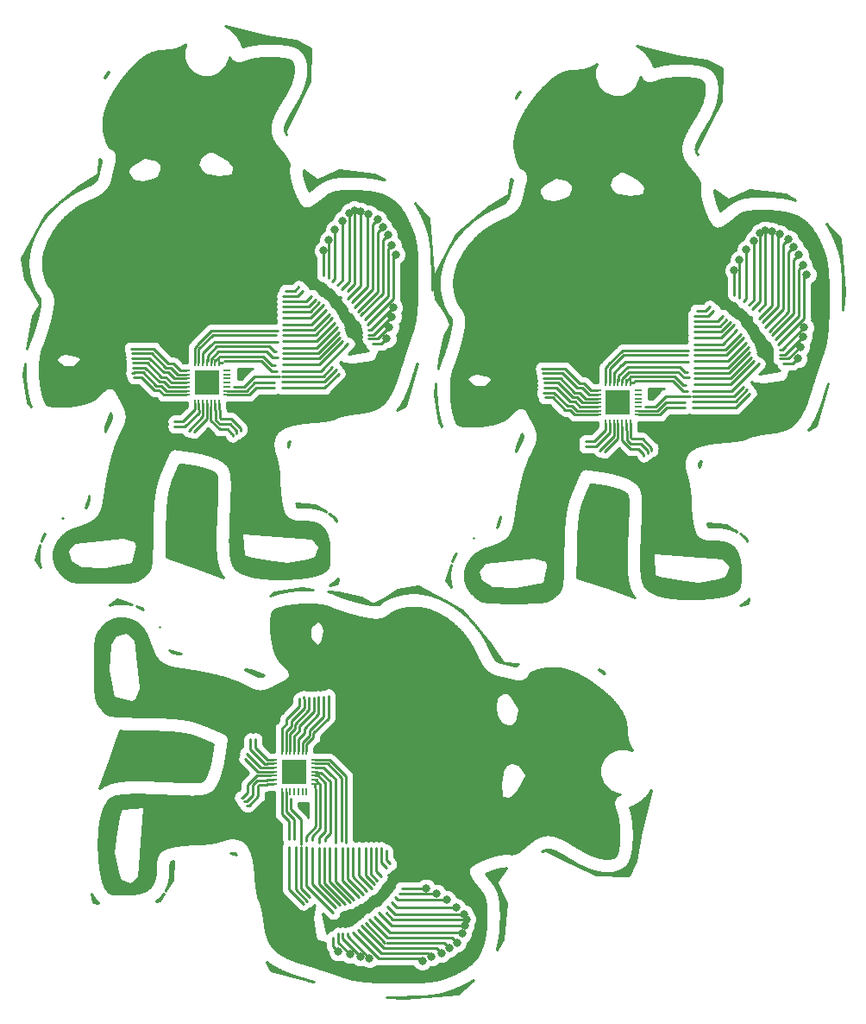
<source format=gbr>
G04 #@! TF.GenerationSoftware,KiCad,Pcbnew,(5.0.0-3-g5ebb6b6)*
G04 #@! TF.CreationDate,2019-09-09T21:31:56-07:00*
G04 #@! TF.ProjectId,panelizedpetr002,70616E656C697A656470657472303032,rev?*
G04 #@! TF.SameCoordinates,Original*
G04 #@! TF.FileFunction,Copper,L2,Bot,Signal*
G04 #@! TF.FilePolarity,Positive*
%FSLAX46Y46*%
G04 Gerber Fmt 4.6, Leading zero omitted, Abs format (unit mm)*
G04 Created by KiCad (PCBNEW (5.0.0-3-g5ebb6b6)) date Monday, September 09, 2019 at 09:31:56 PM*
%MOMM*%
%LPD*%
G01*
G04 APERTURE LIST*
G04 #@! TA.AperFunction,SMDPad,CuDef*
%ADD10R,0.800000X0.200000*%
G04 #@! TD*
G04 #@! TA.AperFunction,SMDPad,CuDef*
%ADD11R,0.200000X0.800000*%
G04 #@! TD*
G04 #@! TA.AperFunction,SMDPad,CuDef*
%ADD12R,2.350000X2.350000*%
G04 #@! TD*
G04 #@! TA.AperFunction,ViaPad*
%ADD13C,0.800000*%
G04 #@! TD*
G04 #@! TA.AperFunction,Conductor*
%ADD14C,0.250000*%
G04 #@! TD*
G04 #@! TA.AperFunction,NonConductor*
%ADD15C,0.254000*%
G04 #@! TD*
G04 APERTURE END LIST*
D10*
G04 #@! TO.P,REF\002A\002A,1*
G04 #@! TO.N,N/C*
X72803000Y-73602700D03*
G04 #@! TO.P,REF\002A\002A,2*
X72803000Y-73202700D03*
G04 #@! TO.P,REF\002A\002A,3*
X72803000Y-72802700D03*
G04 #@! TO.P,REF\002A\002A,4*
X72803000Y-72402700D03*
G04 #@! TO.P,REF\002A\002A,5*
X72803000Y-72002700D03*
G04 #@! TO.P,REF\002A\002A,6*
X72803000Y-71602700D03*
G04 #@! TO.P,REF\002A\002A,7*
X72803000Y-71202700D03*
D11*
G04 #@! TO.P,REF\002A\002A,8*
X73603000Y-70402700D03*
G04 #@! TO.P,REF\002A\002A,9*
X74003000Y-70402700D03*
G04 #@! TO.P,REF\002A\002A,10*
X74403000Y-70402700D03*
G04 #@! TO.P,REF\002A\002A,11*
X74803000Y-70402700D03*
G04 #@! TO.P,REF\002A\002A,12*
X75203000Y-70402700D03*
G04 #@! TO.P,REF\002A\002A,13*
X75603000Y-70402700D03*
G04 #@! TO.P,REF\002A\002A,14*
X76003000Y-70402700D03*
D10*
G04 #@! TO.P,REF\002A\002A,15*
X76803000Y-71202700D03*
G04 #@! TO.P,REF\002A\002A,16*
X76803000Y-71602700D03*
G04 #@! TO.P,REF\002A\002A,17*
X76803000Y-72002700D03*
G04 #@! TO.P,REF\002A\002A,18*
X76803000Y-72402700D03*
G04 #@! TO.P,REF\002A\002A,19*
X76803000Y-72802700D03*
G04 #@! TO.P,REF\002A\002A,20*
X76803000Y-73202700D03*
G04 #@! TO.P,REF\002A\002A,21*
X76803000Y-73602700D03*
D11*
G04 #@! TO.P,REF\002A\002A,22*
X76003000Y-74402700D03*
G04 #@! TO.P,REF\002A\002A,23*
X75603000Y-74402700D03*
G04 #@! TO.P,REF\002A\002A,24*
X75203000Y-74402700D03*
G04 #@! TO.P,REF\002A\002A,25*
X74803000Y-74402700D03*
G04 #@! TO.P,REF\002A\002A,26*
X74403000Y-74402700D03*
G04 #@! TO.P,REF\002A\002A,27*
X74003000Y-74402700D03*
G04 #@! TO.P,REF\002A\002A,28*
X73603000Y-74402700D03*
D12*
G04 #@! TO.P,REF\002A\002A,29*
X74803000Y-72402700D03*
G04 #@! TD*
D10*
G04 #@! TO.P,REF\002A\002A,1*
G04 #@! TO.N,N/C*
X113150900Y-75558500D03*
G04 #@! TO.P,REF\002A\002A,2*
X113150900Y-75158500D03*
G04 #@! TO.P,REF\002A\002A,3*
X113150900Y-74758500D03*
G04 #@! TO.P,REF\002A\002A,4*
X113150900Y-74358500D03*
G04 #@! TO.P,REF\002A\002A,5*
X113150900Y-73958500D03*
G04 #@! TO.P,REF\002A\002A,6*
X113150900Y-73558500D03*
G04 #@! TO.P,REF\002A\002A,7*
X113150900Y-73158500D03*
D11*
G04 #@! TO.P,REF\002A\002A,8*
X113950900Y-72358500D03*
G04 #@! TO.P,REF\002A\002A,9*
X114350900Y-72358500D03*
G04 #@! TO.P,REF\002A\002A,10*
X114750900Y-72358500D03*
G04 #@! TO.P,REF\002A\002A,11*
X115150900Y-72358500D03*
G04 #@! TO.P,REF\002A\002A,12*
X115550900Y-72358500D03*
G04 #@! TO.P,REF\002A\002A,13*
X115950900Y-72358500D03*
G04 #@! TO.P,REF\002A\002A,14*
X116350900Y-72358500D03*
D10*
G04 #@! TO.P,REF\002A\002A,15*
X117150900Y-73158500D03*
G04 #@! TO.P,REF\002A\002A,16*
X117150900Y-73558500D03*
G04 #@! TO.P,REF\002A\002A,17*
X117150900Y-73958500D03*
G04 #@! TO.P,REF\002A\002A,18*
X117150900Y-74358500D03*
G04 #@! TO.P,REF\002A\002A,19*
X117150900Y-74758500D03*
G04 #@! TO.P,REF\002A\002A,20*
X117150900Y-75158500D03*
G04 #@! TO.P,REF\002A\002A,21*
X117150900Y-75558500D03*
D11*
G04 #@! TO.P,REF\002A\002A,22*
X116350900Y-76358500D03*
G04 #@! TO.P,REF\002A\002A,23*
X115950900Y-76358500D03*
G04 #@! TO.P,REF\002A\002A,24*
X115550900Y-76358500D03*
G04 #@! TO.P,REF\002A\002A,25*
X115150900Y-76358500D03*
G04 #@! TO.P,REF\002A\002A,26*
X114750900Y-76358500D03*
G04 #@! TO.P,REF\002A\002A,27*
X114350900Y-76358500D03*
G04 #@! TO.P,REF\002A\002A,28*
X113950900Y-76358500D03*
D12*
G04 #@! TO.P,REF\002A\002A,29*
X115150900Y-74358500D03*
G04 #@! TD*
D11*
G04 #@! TO.P,REF\002A\002A,1*
G04 #@! TO.N,N/C*
X82175500Y-108553500D03*
G04 #@! TO.P,REF\002A\002A,2*
X82575500Y-108553500D03*
G04 #@! TO.P,REF\002A\002A,3*
X82975500Y-108553500D03*
G04 #@! TO.P,REF\002A\002A,4*
X83375500Y-108553500D03*
G04 #@! TO.P,REF\002A\002A,5*
X83775500Y-108553500D03*
G04 #@! TO.P,REF\002A\002A,6*
X84175500Y-108553500D03*
G04 #@! TO.P,REF\002A\002A,7*
X84575500Y-108553500D03*
D10*
G04 #@! TO.P,REF\002A\002A,8*
X85375500Y-109353500D03*
G04 #@! TO.P,REF\002A\002A,9*
X85375500Y-109753500D03*
G04 #@! TO.P,REF\002A\002A,10*
X85375500Y-110153500D03*
G04 #@! TO.P,REF\002A\002A,11*
X85375500Y-110553500D03*
G04 #@! TO.P,REF\002A\002A,12*
X85375500Y-110953500D03*
G04 #@! TO.P,REF\002A\002A,13*
X85375500Y-111353500D03*
G04 #@! TO.P,REF\002A\002A,14*
X85375500Y-111753500D03*
D11*
G04 #@! TO.P,REF\002A\002A,15*
X84575500Y-112553500D03*
G04 #@! TO.P,REF\002A\002A,16*
X84175500Y-112553500D03*
G04 #@! TO.P,REF\002A\002A,17*
X83775500Y-112553500D03*
G04 #@! TO.P,REF\002A\002A,18*
X83375500Y-112553500D03*
G04 #@! TO.P,REF\002A\002A,19*
X82975500Y-112553500D03*
G04 #@! TO.P,REF\002A\002A,20*
X82575500Y-112553500D03*
G04 #@! TO.P,REF\002A\002A,21*
X82175500Y-112553500D03*
D10*
G04 #@! TO.P,REF\002A\002A,22*
X81375500Y-111753500D03*
G04 #@! TO.P,REF\002A\002A,23*
X81375500Y-111353500D03*
G04 #@! TO.P,REF\002A\002A,24*
X81375500Y-110953500D03*
G04 #@! TO.P,REF\002A\002A,25*
X81375500Y-110553500D03*
G04 #@! TO.P,REF\002A\002A,26*
X81375500Y-110153500D03*
G04 #@! TO.P,REF\002A\002A,27*
X81375500Y-109753500D03*
G04 #@! TO.P,REF\002A\002A,28*
X81375500Y-109353500D03*
D12*
G04 #@! TO.P,REF\002A\002A,29*
X83375500Y-110553500D03*
G04 #@! TD*
D13*
G04 #@! TO.N,*
X86233000Y-59448700D03*
X86741000Y-58432700D03*
X87376000Y-57416700D03*
X88138000Y-56527700D03*
X88773000Y-55765700D03*
X89281000Y-55511700D03*
X89916000Y-55638700D03*
X90678000Y-55892700D03*
X91567000Y-56400700D03*
X92075000Y-57162700D03*
X92583000Y-57924700D03*
X92964000Y-58940700D03*
X93345000Y-59829700D03*
X93091000Y-65036700D03*
X92964000Y-65925700D03*
X92710000Y-66941700D03*
X92456000Y-68084700D03*
X126580900Y-61404500D03*
X127088900Y-60388500D03*
X127723900Y-59372500D03*
X128485900Y-58483500D03*
X129120900Y-57721500D03*
X129628900Y-57467500D03*
X130263900Y-57594500D03*
X131025900Y-57848500D03*
X131914900Y-58356500D03*
X132422900Y-59118500D03*
X132930900Y-59880500D03*
X133311900Y-60896500D03*
X133692900Y-61785500D03*
X133438900Y-66992500D03*
X133311900Y-67881500D03*
X133057900Y-68897500D03*
X132803900Y-70040500D03*
X96329500Y-121983500D03*
X97345500Y-122491500D03*
X98361500Y-123126500D03*
X99250500Y-123888500D03*
X100012500Y-124523500D03*
X100266500Y-125031500D03*
X100139500Y-125666500D03*
X99885500Y-126428500D03*
X99377500Y-127317500D03*
X98615500Y-127825500D03*
X97853500Y-128333500D03*
X96837500Y-128714500D03*
X95948500Y-129095500D03*
X90741500Y-128841500D03*
X89852500Y-128714500D03*
X88836500Y-128460500D03*
X87693500Y-128206500D03*
G04 #@! TD*
D14*
G04 #@! TO.N,*
X86233000Y-61861700D02*
X86233000Y-59448700D01*
X88773000Y-62496700D02*
X88773000Y-55765700D01*
X86741000Y-62115700D02*
X86741000Y-58432700D01*
X89281000Y-62750700D02*
X89281000Y-55511700D01*
X88646000Y-63385700D02*
X89281000Y-62750700D01*
X87376000Y-62242700D02*
X87376000Y-57416700D01*
X90551000Y-57162700D02*
X90551000Y-56019700D01*
X92075000Y-58432700D02*
X92583000Y-57924700D01*
X92075000Y-63639700D02*
X92075000Y-58432700D01*
X91186000Y-67703700D02*
X92964000Y-65925700D01*
X90678000Y-67195700D02*
X90932000Y-67195700D01*
X90678000Y-67703700D02*
X91186000Y-67703700D01*
X90932000Y-67195700D02*
X93091000Y-65036700D01*
X92075000Y-63639700D02*
X89916000Y-65798700D01*
X91059000Y-63258700D02*
X89281000Y-65036700D01*
X91567000Y-63512700D02*
X89662000Y-65417700D01*
X88773000Y-62496700D02*
X88011000Y-63258700D01*
X89916000Y-62877700D02*
X88646000Y-64147700D01*
X88112600Y-62369700D02*
X87630000Y-62852300D01*
X88138000Y-62369700D02*
X88138000Y-56527700D01*
X90551000Y-63004700D02*
X90551000Y-57162700D01*
X91567000Y-63385700D02*
X91567000Y-57670700D01*
X91059000Y-63258700D02*
X91059000Y-56908700D01*
X91059000Y-56908700D02*
X91567000Y-56400700D01*
X91567000Y-57670700D02*
X92075000Y-57162700D01*
X92583000Y-59321700D02*
X92964000Y-58940700D01*
X89916000Y-62877700D02*
X89916000Y-56146700D01*
X89916000Y-56146700D02*
X89916000Y-55638700D01*
X92583000Y-63893700D02*
X92583000Y-59321700D01*
X93091000Y-64147700D02*
X93091000Y-60083700D01*
X90678000Y-68084700D02*
X91567000Y-68084700D01*
X91567000Y-68084700D02*
X92710000Y-66941700D01*
X91059000Y-68592700D02*
X91948000Y-68592700D01*
X91948000Y-68592700D02*
X92456000Y-68084700D01*
X93091000Y-64147700D02*
X90551000Y-66687700D01*
X92583000Y-63893700D02*
X90297000Y-66179700D01*
X87376000Y-62242700D02*
X87122000Y-62496700D01*
X90551000Y-63004700D02*
X89027000Y-64528700D01*
X83947000Y-67195700D02*
X84836000Y-67195700D01*
X83693000Y-66687700D02*
X84582000Y-66687700D01*
X84455000Y-68338700D02*
X85217000Y-68338700D01*
X86360000Y-72910700D02*
X87757000Y-71513700D01*
X82296000Y-64401700D02*
X83693000Y-64401700D01*
X85979000Y-71259700D02*
X88646000Y-68592700D01*
X82296000Y-65417700D02*
X84201000Y-65417700D01*
X83947000Y-69481700D02*
X85471000Y-69481700D01*
X84201000Y-69989700D02*
X85725000Y-69989700D01*
X85725000Y-69481700D02*
X87757000Y-67449700D01*
X82296000Y-64909700D02*
X83947000Y-64909700D01*
X84455000Y-70624700D02*
X85852000Y-70624700D01*
X86233000Y-71767700D02*
X87122000Y-70878700D01*
X86360000Y-72275700D02*
X87503000Y-71132700D01*
X83693000Y-63893700D02*
X84201000Y-63385700D01*
X82296000Y-63893700D02*
X83693000Y-63893700D01*
X85090000Y-66687700D02*
X86487000Y-65290700D01*
X85344000Y-67195700D02*
X86868000Y-65671700D01*
X84836000Y-67195700D02*
X85344000Y-67195700D01*
X85598000Y-68973700D02*
X87630000Y-66941700D01*
X85598000Y-68338700D02*
X87376000Y-66560700D01*
X84455000Y-66052700D02*
X84963000Y-66052700D01*
X84963000Y-65417700D02*
X85852000Y-64528700D01*
X83947000Y-64909700D02*
X84836000Y-64909700D01*
X84582000Y-64401700D02*
X85090000Y-63893700D01*
X83693000Y-64401700D02*
X84582000Y-64401700D01*
X82296000Y-67195700D02*
X83947000Y-67195700D01*
X82296000Y-70624700D02*
X84455000Y-70624700D01*
X82169000Y-72910700D02*
X84328000Y-72910700D01*
X82296000Y-68338700D02*
X84455000Y-68338700D01*
X83566000Y-68973700D02*
X85344000Y-68973700D01*
X82169000Y-71259700D02*
X83566000Y-71259700D01*
X82296000Y-69481700D02*
X83947000Y-69481700D01*
X82296000Y-66687700D02*
X83693000Y-66687700D01*
X82296000Y-69989700D02*
X84201000Y-69989700D01*
X82169000Y-71767700D02*
X83820000Y-71767700D01*
X82169000Y-72275700D02*
X84074000Y-72275700D01*
X82296000Y-66052700D02*
X84455000Y-66052700D01*
X83566000Y-68973700D02*
X83693000Y-68973700D01*
X82296000Y-68973700D02*
X83566000Y-68973700D01*
X82296000Y-67703700D02*
X85090000Y-67703700D01*
X84328000Y-72910700D02*
X86360000Y-72910700D01*
X83820000Y-71767700D02*
X86233000Y-71767700D01*
X83566000Y-71259700D02*
X85979000Y-71259700D01*
X84074000Y-72275700D02*
X86360000Y-72275700D01*
X83439000Y-63385700D02*
X83820000Y-63004700D01*
X82550000Y-63385700D02*
X83439000Y-63385700D01*
X85852000Y-69989700D02*
X87884000Y-67957700D01*
X85852000Y-70624700D02*
X88138000Y-68338700D01*
X85725000Y-69989700D02*
X85852000Y-69989700D01*
X85471000Y-69481700D02*
X85725000Y-69481700D01*
X85090000Y-67703700D02*
X85471000Y-67703700D01*
X85344000Y-68973700D02*
X85598000Y-68973700D01*
X85217000Y-68338700D02*
X85598000Y-68338700D01*
X85471000Y-67703700D02*
X87122000Y-66052700D01*
X84582000Y-66687700D02*
X85090000Y-66687700D01*
X84963000Y-66052700D02*
X86233000Y-64782700D01*
X84201000Y-65417700D02*
X84963000Y-65417700D01*
X84836000Y-64909700D02*
X85471000Y-64274700D01*
X83947000Y-67195700D02*
X84836000Y-67195700D01*
X83693000Y-66687700D02*
X84582000Y-66687700D01*
X84455000Y-68338700D02*
X85217000Y-68338700D01*
X86360000Y-72910700D02*
X87757000Y-71513700D01*
X82296000Y-64401700D02*
X83693000Y-64401700D01*
X85979000Y-71259700D02*
X88646000Y-68592700D01*
X82296000Y-65417700D02*
X84201000Y-65417700D01*
X83947000Y-69481700D02*
X85471000Y-69481700D01*
X84201000Y-69989700D02*
X85725000Y-69989700D01*
X85725000Y-69481700D02*
X87757000Y-67449700D01*
X82296000Y-64909700D02*
X83947000Y-64909700D01*
X84455000Y-70624700D02*
X85852000Y-70624700D01*
X86233000Y-71767700D02*
X87122000Y-70878700D01*
X86360000Y-72275700D02*
X87503000Y-71132700D01*
X83693000Y-63893700D02*
X84201000Y-63385700D01*
X82296000Y-63893700D02*
X83693000Y-63893700D01*
X85090000Y-66687700D02*
X86487000Y-65290700D01*
X85344000Y-67195700D02*
X86868000Y-65671700D01*
X84836000Y-67195700D02*
X85344000Y-67195700D01*
X85598000Y-68973700D02*
X87630000Y-66941700D01*
X85598000Y-68338700D02*
X87376000Y-66560700D01*
X84455000Y-66052700D02*
X84963000Y-66052700D01*
X84963000Y-65417700D02*
X85852000Y-64528700D01*
X83947000Y-64909700D02*
X84836000Y-64909700D01*
X84582000Y-64401700D02*
X85090000Y-63893700D01*
X83693000Y-64401700D02*
X84582000Y-64401700D01*
X82296000Y-65417700D02*
X84201000Y-65417700D01*
X86360000Y-72275700D02*
X87503000Y-71132700D01*
X84201000Y-69989700D02*
X85725000Y-69989700D01*
X84455000Y-70624700D02*
X85852000Y-70624700D01*
X83947000Y-69481700D02*
X85471000Y-69481700D01*
X84455000Y-68338700D02*
X85217000Y-68338700D01*
X85725000Y-69481700D02*
X87757000Y-67449700D01*
X83693000Y-63893700D02*
X84201000Y-63385700D01*
X83947000Y-67195700D02*
X84836000Y-67195700D01*
X82296000Y-66687700D02*
X83693000Y-66687700D01*
X85217000Y-68338700D02*
X85598000Y-68338700D01*
X82296000Y-64401700D02*
X83693000Y-64401700D01*
X82296000Y-64909700D02*
X83947000Y-64909700D01*
X86360000Y-72910700D02*
X87757000Y-71513700D01*
X86233000Y-71767700D02*
X87122000Y-70878700D01*
X85090000Y-66687700D02*
X86487000Y-65290700D01*
X85344000Y-67195700D02*
X86868000Y-65671700D01*
X82296000Y-63893700D02*
X83693000Y-63893700D01*
X85979000Y-71259700D02*
X88646000Y-68592700D01*
X83693000Y-66687700D02*
X84582000Y-66687700D01*
X84836000Y-67195700D02*
X85344000Y-67195700D01*
X84582000Y-66687700D02*
X85090000Y-66687700D01*
X84963000Y-66052700D02*
X86233000Y-64782700D01*
X84201000Y-65417700D02*
X84963000Y-65417700D01*
X84836000Y-64909700D02*
X85471000Y-64274700D01*
X85090000Y-67703700D02*
X85471000Y-67703700D01*
X85344000Y-68973700D02*
X85598000Y-68973700D01*
X85852000Y-69989700D02*
X87884000Y-67957700D01*
X85471000Y-67703700D02*
X87122000Y-66052700D01*
X85725000Y-69989700D02*
X85852000Y-69989700D01*
X85852000Y-70624700D02*
X88138000Y-68338700D01*
X85471000Y-69481700D02*
X85725000Y-69481700D01*
X83820000Y-71767700D02*
X86233000Y-71767700D01*
X84074000Y-72275700D02*
X86360000Y-72275700D01*
X83439000Y-63385700D02*
X83820000Y-63004700D01*
X82550000Y-63385700D02*
X83439000Y-63385700D01*
X83566000Y-68973700D02*
X83693000Y-68973700D01*
X82296000Y-68973700D02*
X83566000Y-68973700D01*
X82296000Y-69481700D02*
X83947000Y-69481700D01*
X82296000Y-67703700D02*
X85090000Y-67703700D01*
X84328000Y-72910700D02*
X86360000Y-72910700D01*
X82296000Y-69989700D02*
X84201000Y-69989700D01*
X83566000Y-71259700D02*
X85979000Y-71259700D01*
X82169000Y-71767700D02*
X83820000Y-71767700D01*
X82169000Y-71259700D02*
X83566000Y-71259700D01*
X82169000Y-72275700D02*
X84074000Y-72275700D01*
X82296000Y-66052700D02*
X84455000Y-66052700D01*
X82169000Y-72910700D02*
X84328000Y-72910700D01*
X82296000Y-70624700D02*
X84455000Y-70624700D01*
X82296000Y-68338700D02*
X84455000Y-68338700D01*
X83566000Y-68973700D02*
X85344000Y-68973700D01*
X84455000Y-66052700D02*
X84963000Y-66052700D01*
X84582000Y-64401700D02*
X85090000Y-63893700D01*
X83947000Y-64909700D02*
X84836000Y-64909700D01*
X85598000Y-68973700D02*
X87630000Y-66941700D01*
X83693000Y-64401700D02*
X84582000Y-64401700D01*
X85598000Y-68338700D02*
X87376000Y-66560700D01*
X84963000Y-65417700D02*
X85852000Y-64528700D01*
X82296000Y-67195700D02*
X83947000Y-67195700D01*
X82296000Y-67195700D02*
X83947000Y-67195700D01*
X82296000Y-70624700D02*
X84455000Y-70624700D01*
X82169000Y-72910700D02*
X84328000Y-72910700D01*
X82296000Y-68338700D02*
X84455000Y-68338700D01*
X83566000Y-68973700D02*
X85344000Y-68973700D01*
X82169000Y-71259700D02*
X83566000Y-71259700D01*
X82296000Y-69481700D02*
X83947000Y-69481700D01*
X82296000Y-66687700D02*
X83693000Y-66687700D01*
X82296000Y-69989700D02*
X84201000Y-69989700D01*
X82169000Y-71767700D02*
X83820000Y-71767700D01*
X82169000Y-72275700D02*
X84074000Y-72275700D01*
X82296000Y-66052700D02*
X84455000Y-66052700D01*
X83566000Y-68973700D02*
X83693000Y-68973700D01*
X82296000Y-68973700D02*
X83566000Y-68973700D01*
X82296000Y-67703700D02*
X85090000Y-67703700D01*
X84328000Y-72910700D02*
X86360000Y-72910700D01*
X83820000Y-71767700D02*
X86233000Y-71767700D01*
X83566000Y-71259700D02*
X85979000Y-71259700D01*
X84074000Y-72275700D02*
X86360000Y-72275700D01*
X83439000Y-63385700D02*
X83820000Y-63004700D01*
X82550000Y-63385700D02*
X83439000Y-63385700D01*
X85852000Y-69989700D02*
X87884000Y-67957700D01*
X85852000Y-70624700D02*
X88138000Y-68338700D01*
X85725000Y-69989700D02*
X85852000Y-69989700D01*
X85471000Y-69481700D02*
X85725000Y-69481700D01*
X85090000Y-67703700D02*
X85471000Y-67703700D01*
X85344000Y-68973700D02*
X85598000Y-68973700D01*
X85217000Y-68338700D02*
X85598000Y-68338700D01*
X85471000Y-67703700D02*
X87122000Y-66052700D01*
X84582000Y-66687700D02*
X85090000Y-66687700D01*
X84963000Y-66052700D02*
X86233000Y-64782700D01*
X84201000Y-65417700D02*
X84963000Y-65417700D01*
X84836000Y-64909700D02*
X85471000Y-64274700D01*
X79629000Y-72910700D02*
X81407000Y-72910700D01*
X79502000Y-72402700D02*
X81407000Y-72402700D01*
X79502000Y-71767700D02*
X81915000Y-71767700D01*
X75603000Y-70307300D02*
X76073000Y-69837300D01*
X76073000Y-69837300D02*
X80340200Y-69837300D01*
X75203000Y-70072300D02*
X75895200Y-69380100D01*
X74403000Y-70402700D02*
X74403000Y-69500700D01*
X80873600Y-68872100D02*
X81381600Y-69380100D01*
X74403000Y-69500700D02*
X75133200Y-68770500D01*
X81737200Y-67322700D02*
X77622400Y-67322700D01*
X73603000Y-68979900D02*
X73863200Y-68719700D01*
X75539600Y-68389500D02*
X76377800Y-68389500D01*
X75158600Y-68770500D02*
X75539600Y-68389500D01*
X76803000Y-73202700D02*
X78702000Y-73202700D01*
X76803000Y-73602700D02*
X78937000Y-73602700D01*
X78937000Y-73602700D02*
X79629000Y-72910700D01*
X78486000Y-72783700D02*
X79502000Y-71767700D01*
X77472000Y-72783700D02*
X78486000Y-72783700D01*
X78702000Y-73202700D02*
X79502000Y-72402700D01*
X81280000Y-69964300D02*
X81762600Y-69964300D01*
X75133200Y-68770500D02*
X75158600Y-68770500D01*
X80340200Y-69837300D02*
X81178400Y-70675500D01*
X74879200Y-69761100D02*
X75768200Y-68872100D01*
X80695800Y-69380100D02*
X81280000Y-69964300D01*
X81178400Y-71259700D02*
X81635600Y-71259700D01*
X81178400Y-70675500D02*
X81483200Y-70675500D01*
X75203000Y-70402700D02*
X75203000Y-70072300D01*
X75234800Y-67322700D02*
X77622400Y-67322700D01*
X76486600Y-70269100D02*
X80187800Y-70269100D01*
X80187800Y-70269100D02*
X81178400Y-71259700D01*
X76003000Y-70402700D02*
X76353000Y-70402700D01*
X81610200Y-67729100D02*
X75387200Y-67729100D01*
X75387200Y-67729100D02*
X74003000Y-69113300D01*
X74003000Y-69113300D02*
X74003000Y-70402700D01*
X75895200Y-69380100D02*
X80695800Y-69380100D01*
X81381600Y-69380100D02*
X81610200Y-69380100D01*
X74879200Y-70276500D02*
X74879200Y-69761100D01*
X75768200Y-68872100D02*
X80873600Y-68872100D01*
X76377800Y-68389500D02*
X81737200Y-68389500D01*
X73603000Y-70402700D02*
X73603000Y-68979900D01*
X73863200Y-68694300D02*
X75234800Y-67322700D01*
X72803000Y-71202700D02*
X72153000Y-71202700D01*
X72153000Y-71202700D02*
X71473400Y-70523100D01*
X71473400Y-70523100D02*
X71043800Y-70523100D01*
X69570600Y-69049900D02*
X67335400Y-69049900D01*
X71971000Y-71602700D02*
X71297800Y-70929500D01*
X69367400Y-69532500D02*
X67437000Y-69532500D01*
X70764400Y-70929500D02*
X69367400Y-69532500D01*
X71297800Y-70929500D02*
X70764400Y-70929500D01*
X71043800Y-71412100D02*
X70561200Y-71412100D01*
X69164200Y-70015100D02*
X67487800Y-70015100D01*
X70332600Y-71869300D02*
X68935600Y-70472300D01*
X72803000Y-73202700D02*
X70802400Y-73202700D01*
X67691000Y-71412100D02*
X67614800Y-71488300D01*
X67614800Y-71488300D02*
X67462400Y-71488300D01*
X70104000Y-73139300D02*
X69621400Y-73139300D01*
X70567400Y-73602700D02*
X70104000Y-73139300D01*
X69621400Y-73139300D02*
X68376800Y-71894700D01*
X70586600Y-72326500D02*
X70129400Y-72326500D01*
X72803000Y-72802700D02*
X72153000Y-72802700D01*
X68757800Y-70954900D02*
X67538600Y-70954900D01*
X70561200Y-71412100D02*
X69164200Y-70015100D01*
X68935600Y-70472300D02*
X67538600Y-70472300D01*
X72146600Y-72809100D02*
X71069200Y-72809100D01*
X71069200Y-72809100D02*
X70586600Y-72326500D01*
X70129400Y-72326500D02*
X68757800Y-70954900D01*
X70789800Y-71869300D02*
X70332600Y-71869300D01*
X72803000Y-72402700D02*
X71323200Y-72402700D01*
X71323200Y-72402700D02*
X70789800Y-71869300D01*
X71634400Y-72002700D02*
X71043800Y-71412100D01*
X72803000Y-72002700D02*
X71634400Y-72002700D01*
X71043800Y-70523100D02*
X69570600Y-69049900D01*
X72803000Y-71602700D02*
X71971000Y-71602700D01*
X70802400Y-73202700D02*
X70307200Y-72707500D01*
X68376800Y-71894700D02*
X67640200Y-71894700D01*
X72803000Y-73602700D02*
X70567400Y-73602700D01*
X68529200Y-71412100D02*
X67691000Y-71412100D01*
X69824600Y-72707500D02*
X68529200Y-71412100D01*
X70307200Y-72707500D02*
X69824600Y-72707500D01*
X74803000Y-74402700D02*
X74803000Y-75958700D01*
X74403000Y-74402700D02*
X74403000Y-75723700D01*
X74803000Y-75958700D02*
X73533000Y-77228700D01*
X72644000Y-76720700D02*
X71628000Y-76720700D01*
X76835000Y-76974700D02*
X77216000Y-77355700D01*
X74041000Y-75090700D02*
X74041000Y-75323700D01*
X76003000Y-75052700D02*
X76073000Y-75122700D01*
X76003000Y-74402700D02*
X76003000Y-75052700D01*
X77216000Y-75958700D02*
X78105000Y-76847700D01*
X76073000Y-76466700D02*
X77089000Y-76466700D01*
X75603000Y-74402700D02*
X75603000Y-75052700D01*
X77216000Y-77355700D02*
X77343000Y-77482700D01*
X75692000Y-75141700D02*
X75692000Y-76085700D01*
X75603000Y-75052700D02*
X75692000Y-75141700D01*
X76073000Y-76974700D02*
X76835000Y-76974700D01*
X74003000Y-75052700D02*
X74041000Y-75090700D01*
X74003000Y-74402700D02*
X74003000Y-75052700D01*
X74041000Y-75323700D02*
X72644000Y-76720700D01*
X75692000Y-76085700D02*
X76073000Y-76466700D01*
X77089000Y-76466700D02*
X77724000Y-77101700D01*
X73603000Y-75052700D02*
X72443000Y-76212700D01*
X72443000Y-76212700D02*
X71628000Y-76212700D01*
X73603000Y-74402700D02*
X73603000Y-75052700D01*
X77343000Y-77482700D02*
X77343000Y-77609700D01*
X78105000Y-76847700D02*
X78105000Y-77101700D01*
X77724000Y-77101700D02*
X77724000Y-77355700D01*
X74403000Y-75723700D02*
X73025000Y-77101700D01*
X75184000Y-76085700D02*
X76073000Y-76974700D01*
X75184000Y-74721700D02*
X75184000Y-76085700D01*
X76073000Y-75122700D02*
X76073000Y-75831700D01*
X76073000Y-75831700D02*
X76200000Y-75958700D01*
X76200000Y-75958700D02*
X77216000Y-75958700D01*
X126580900Y-63817500D02*
X126580900Y-61404500D01*
X129120900Y-64452500D02*
X129120900Y-57721500D01*
X127088900Y-64071500D02*
X127088900Y-60388500D01*
X129628900Y-64706500D02*
X129628900Y-57467500D01*
X128993900Y-65341500D02*
X129628900Y-64706500D01*
X127723900Y-64198500D02*
X127723900Y-59372500D01*
X130898900Y-59118500D02*
X130898900Y-57975500D01*
X132422900Y-60388500D02*
X132930900Y-59880500D01*
X132422900Y-65595500D02*
X132422900Y-60388500D01*
X131533900Y-69659500D02*
X133311900Y-67881500D01*
X131025900Y-69151500D02*
X131279900Y-69151500D01*
X131025900Y-69659500D02*
X131533900Y-69659500D01*
X131279900Y-69151500D02*
X133438900Y-66992500D01*
X132422900Y-65595500D02*
X130263900Y-67754500D01*
X131406900Y-65214500D02*
X129628900Y-66992500D01*
X131914900Y-65468500D02*
X130009900Y-67373500D01*
X129120900Y-64452500D02*
X128358900Y-65214500D01*
X130263900Y-64833500D02*
X128993900Y-66103500D01*
X128460500Y-64325500D02*
X127977900Y-64808100D01*
X128485900Y-64325500D02*
X128485900Y-58483500D01*
X130898900Y-64960500D02*
X130898900Y-59118500D01*
X131914900Y-65341500D02*
X131914900Y-59626500D01*
X131406900Y-65214500D02*
X131406900Y-58864500D01*
X131406900Y-58864500D02*
X131914900Y-58356500D01*
X131914900Y-59626500D02*
X132422900Y-59118500D01*
X132930900Y-61277500D02*
X133311900Y-60896500D01*
X130263900Y-64833500D02*
X130263900Y-58102500D01*
X130263900Y-58102500D02*
X130263900Y-57594500D01*
X132930900Y-65849500D02*
X132930900Y-61277500D01*
X133438900Y-66103500D02*
X133438900Y-62039500D01*
X131025900Y-70040500D02*
X131914900Y-70040500D01*
X131914900Y-70040500D02*
X133057900Y-68897500D01*
X131406900Y-70548500D02*
X132295900Y-70548500D01*
X132295900Y-70548500D02*
X132803900Y-70040500D01*
X133438900Y-66103500D02*
X130898900Y-68643500D01*
X132930900Y-65849500D02*
X130644900Y-68135500D01*
X127723900Y-64198500D02*
X127469900Y-64452500D01*
X130898900Y-64960500D02*
X129374900Y-66484500D01*
X124294900Y-69151500D02*
X125183900Y-69151500D01*
X124040900Y-68643500D02*
X124929900Y-68643500D01*
X124802900Y-70294500D02*
X125564900Y-70294500D01*
X126707900Y-74866500D02*
X128104900Y-73469500D01*
X122643900Y-66357500D02*
X124040900Y-66357500D01*
X126326900Y-73215500D02*
X128993900Y-70548500D01*
X122643900Y-67373500D02*
X124548900Y-67373500D01*
X124294900Y-71437500D02*
X125818900Y-71437500D01*
X124548900Y-71945500D02*
X126072900Y-71945500D01*
X126072900Y-71437500D02*
X128104900Y-69405500D01*
X122643900Y-66865500D02*
X124294900Y-66865500D01*
X124802900Y-72580500D02*
X126199900Y-72580500D01*
X126580900Y-73723500D02*
X127469900Y-72834500D01*
X126707900Y-74231500D02*
X127850900Y-73088500D01*
X124040900Y-65849500D02*
X124548900Y-65341500D01*
X122643900Y-65849500D02*
X124040900Y-65849500D01*
X125437900Y-68643500D02*
X126834900Y-67246500D01*
X125691900Y-69151500D02*
X127215900Y-67627500D01*
X125183900Y-69151500D02*
X125691900Y-69151500D01*
X125945900Y-70929500D02*
X127977900Y-68897500D01*
X125945900Y-70294500D02*
X127723900Y-68516500D01*
X124802900Y-68008500D02*
X125310900Y-68008500D01*
X125310900Y-67373500D02*
X126199900Y-66484500D01*
X124294900Y-66865500D02*
X125183900Y-66865500D01*
X124929900Y-66357500D02*
X125437900Y-65849500D01*
X124040900Y-66357500D02*
X124929900Y-66357500D01*
X122643900Y-69151500D02*
X124294900Y-69151500D01*
X122643900Y-72580500D02*
X124802900Y-72580500D01*
X122516900Y-74866500D02*
X124675900Y-74866500D01*
X122643900Y-70294500D02*
X124802900Y-70294500D01*
X123913900Y-70929500D02*
X125691900Y-70929500D01*
X122516900Y-73215500D02*
X123913900Y-73215500D01*
X122643900Y-71437500D02*
X124294900Y-71437500D01*
X122643900Y-68643500D02*
X124040900Y-68643500D01*
X122643900Y-71945500D02*
X124548900Y-71945500D01*
X122516900Y-73723500D02*
X124167900Y-73723500D01*
X122516900Y-74231500D02*
X124421900Y-74231500D01*
X122643900Y-68008500D02*
X124802900Y-68008500D01*
X123913900Y-70929500D02*
X124040900Y-70929500D01*
X122643900Y-70929500D02*
X123913900Y-70929500D01*
X122643900Y-69659500D02*
X125437900Y-69659500D01*
X124675900Y-74866500D02*
X126707900Y-74866500D01*
X124167900Y-73723500D02*
X126580900Y-73723500D01*
X123913900Y-73215500D02*
X126326900Y-73215500D01*
X124421900Y-74231500D02*
X126707900Y-74231500D01*
X123786900Y-65341500D02*
X124167900Y-64960500D01*
X122897900Y-65341500D02*
X123786900Y-65341500D01*
X126199900Y-71945500D02*
X128231900Y-69913500D01*
X126199900Y-72580500D02*
X128485900Y-70294500D01*
X126072900Y-71945500D02*
X126199900Y-71945500D01*
X125818900Y-71437500D02*
X126072900Y-71437500D01*
X125437900Y-69659500D02*
X125818900Y-69659500D01*
X125691900Y-70929500D02*
X125945900Y-70929500D01*
X125564900Y-70294500D02*
X125945900Y-70294500D01*
X125818900Y-69659500D02*
X127469900Y-68008500D01*
X124929900Y-68643500D02*
X125437900Y-68643500D01*
X125310900Y-68008500D02*
X126580900Y-66738500D01*
X124548900Y-67373500D02*
X125310900Y-67373500D01*
X125183900Y-66865500D02*
X125818900Y-66230500D01*
X124294900Y-69151500D02*
X125183900Y-69151500D01*
X124040900Y-68643500D02*
X124929900Y-68643500D01*
X124802900Y-70294500D02*
X125564900Y-70294500D01*
X126707900Y-74866500D02*
X128104900Y-73469500D01*
X122643900Y-66357500D02*
X124040900Y-66357500D01*
X126326900Y-73215500D02*
X128993900Y-70548500D01*
X122643900Y-67373500D02*
X124548900Y-67373500D01*
X124294900Y-71437500D02*
X125818900Y-71437500D01*
X124548900Y-71945500D02*
X126072900Y-71945500D01*
X126072900Y-71437500D02*
X128104900Y-69405500D01*
X122643900Y-66865500D02*
X124294900Y-66865500D01*
X124802900Y-72580500D02*
X126199900Y-72580500D01*
X126580900Y-73723500D02*
X127469900Y-72834500D01*
X126707900Y-74231500D02*
X127850900Y-73088500D01*
X124040900Y-65849500D02*
X124548900Y-65341500D01*
X122643900Y-65849500D02*
X124040900Y-65849500D01*
X125437900Y-68643500D02*
X126834900Y-67246500D01*
X125691900Y-69151500D02*
X127215900Y-67627500D01*
X125183900Y-69151500D02*
X125691900Y-69151500D01*
X125945900Y-70929500D02*
X127977900Y-68897500D01*
X125945900Y-70294500D02*
X127723900Y-68516500D01*
X124802900Y-68008500D02*
X125310900Y-68008500D01*
X125310900Y-67373500D02*
X126199900Y-66484500D01*
X124294900Y-66865500D02*
X125183900Y-66865500D01*
X124929900Y-66357500D02*
X125437900Y-65849500D01*
X124040900Y-66357500D02*
X124929900Y-66357500D01*
X122643900Y-67373500D02*
X124548900Y-67373500D01*
X126707900Y-74231500D02*
X127850900Y-73088500D01*
X124548900Y-71945500D02*
X126072900Y-71945500D01*
X124802900Y-72580500D02*
X126199900Y-72580500D01*
X124294900Y-71437500D02*
X125818900Y-71437500D01*
X124802900Y-70294500D02*
X125564900Y-70294500D01*
X126072900Y-71437500D02*
X128104900Y-69405500D01*
X124040900Y-65849500D02*
X124548900Y-65341500D01*
X124294900Y-69151500D02*
X125183900Y-69151500D01*
X122643900Y-68643500D02*
X124040900Y-68643500D01*
X125564900Y-70294500D02*
X125945900Y-70294500D01*
X122643900Y-66357500D02*
X124040900Y-66357500D01*
X122643900Y-66865500D02*
X124294900Y-66865500D01*
X126707900Y-74866500D02*
X128104900Y-73469500D01*
X126580900Y-73723500D02*
X127469900Y-72834500D01*
X125437900Y-68643500D02*
X126834900Y-67246500D01*
X125691900Y-69151500D02*
X127215900Y-67627500D01*
X122643900Y-65849500D02*
X124040900Y-65849500D01*
X126326900Y-73215500D02*
X128993900Y-70548500D01*
X124040900Y-68643500D02*
X124929900Y-68643500D01*
X125183900Y-69151500D02*
X125691900Y-69151500D01*
X124929900Y-68643500D02*
X125437900Y-68643500D01*
X125310900Y-68008500D02*
X126580900Y-66738500D01*
X124548900Y-67373500D02*
X125310900Y-67373500D01*
X125183900Y-66865500D02*
X125818900Y-66230500D01*
X125437900Y-69659500D02*
X125818900Y-69659500D01*
X125691900Y-70929500D02*
X125945900Y-70929500D01*
X126199900Y-71945500D02*
X128231900Y-69913500D01*
X125818900Y-69659500D02*
X127469900Y-68008500D01*
X126072900Y-71945500D02*
X126199900Y-71945500D01*
X126199900Y-72580500D02*
X128485900Y-70294500D01*
X125818900Y-71437500D02*
X126072900Y-71437500D01*
X124167900Y-73723500D02*
X126580900Y-73723500D01*
X124421900Y-74231500D02*
X126707900Y-74231500D01*
X123786900Y-65341500D02*
X124167900Y-64960500D01*
X122897900Y-65341500D02*
X123786900Y-65341500D01*
X123913900Y-70929500D02*
X124040900Y-70929500D01*
X122643900Y-70929500D02*
X123913900Y-70929500D01*
X122643900Y-71437500D02*
X124294900Y-71437500D01*
X122643900Y-69659500D02*
X125437900Y-69659500D01*
X124675900Y-74866500D02*
X126707900Y-74866500D01*
X122643900Y-71945500D02*
X124548900Y-71945500D01*
X123913900Y-73215500D02*
X126326900Y-73215500D01*
X122516900Y-73723500D02*
X124167900Y-73723500D01*
X122516900Y-73215500D02*
X123913900Y-73215500D01*
X122516900Y-74231500D02*
X124421900Y-74231500D01*
X122643900Y-68008500D02*
X124802900Y-68008500D01*
X122516900Y-74866500D02*
X124675900Y-74866500D01*
X122643900Y-72580500D02*
X124802900Y-72580500D01*
X122643900Y-70294500D02*
X124802900Y-70294500D01*
X123913900Y-70929500D02*
X125691900Y-70929500D01*
X124802900Y-68008500D02*
X125310900Y-68008500D01*
X124929900Y-66357500D02*
X125437900Y-65849500D01*
X124294900Y-66865500D02*
X125183900Y-66865500D01*
X125945900Y-70929500D02*
X127977900Y-68897500D01*
X124040900Y-66357500D02*
X124929900Y-66357500D01*
X125945900Y-70294500D02*
X127723900Y-68516500D01*
X125310900Y-67373500D02*
X126199900Y-66484500D01*
X122643900Y-69151500D02*
X124294900Y-69151500D01*
X122643900Y-69151500D02*
X124294900Y-69151500D01*
X122643900Y-72580500D02*
X124802900Y-72580500D01*
X122516900Y-74866500D02*
X124675900Y-74866500D01*
X122643900Y-70294500D02*
X124802900Y-70294500D01*
X123913900Y-70929500D02*
X125691900Y-70929500D01*
X122516900Y-73215500D02*
X123913900Y-73215500D01*
X122643900Y-71437500D02*
X124294900Y-71437500D01*
X122643900Y-68643500D02*
X124040900Y-68643500D01*
X122643900Y-71945500D02*
X124548900Y-71945500D01*
X122516900Y-73723500D02*
X124167900Y-73723500D01*
X122516900Y-74231500D02*
X124421900Y-74231500D01*
X122643900Y-68008500D02*
X124802900Y-68008500D01*
X123913900Y-70929500D02*
X124040900Y-70929500D01*
X122643900Y-70929500D02*
X123913900Y-70929500D01*
X122643900Y-69659500D02*
X125437900Y-69659500D01*
X124675900Y-74866500D02*
X126707900Y-74866500D01*
X124167900Y-73723500D02*
X126580900Y-73723500D01*
X123913900Y-73215500D02*
X126326900Y-73215500D01*
X124421900Y-74231500D02*
X126707900Y-74231500D01*
X123786900Y-65341500D02*
X124167900Y-64960500D01*
X122897900Y-65341500D02*
X123786900Y-65341500D01*
X126199900Y-71945500D02*
X128231900Y-69913500D01*
X126199900Y-72580500D02*
X128485900Y-70294500D01*
X126072900Y-71945500D02*
X126199900Y-71945500D01*
X125818900Y-71437500D02*
X126072900Y-71437500D01*
X125437900Y-69659500D02*
X125818900Y-69659500D01*
X125691900Y-70929500D02*
X125945900Y-70929500D01*
X125564900Y-70294500D02*
X125945900Y-70294500D01*
X125818900Y-69659500D02*
X127469900Y-68008500D01*
X124929900Y-68643500D02*
X125437900Y-68643500D01*
X125310900Y-68008500D02*
X126580900Y-66738500D01*
X124548900Y-67373500D02*
X125310900Y-67373500D01*
X125183900Y-66865500D02*
X125818900Y-66230500D01*
X119976900Y-74866500D02*
X121754900Y-74866500D01*
X119849900Y-74358500D02*
X121754900Y-74358500D01*
X119849900Y-73723500D02*
X122262900Y-73723500D01*
X115950900Y-72263100D02*
X116420900Y-71793100D01*
X116420900Y-71793100D02*
X120688100Y-71793100D01*
X115550900Y-72028100D02*
X116243100Y-71335900D01*
X114750900Y-72358500D02*
X114750900Y-71456500D01*
X121221500Y-70827900D02*
X121729500Y-71335900D01*
X114750900Y-71456500D02*
X115481100Y-70726300D01*
X122085100Y-69278500D02*
X117970300Y-69278500D01*
X113950900Y-70935700D02*
X114211100Y-70675500D01*
X115887500Y-70345300D02*
X116725700Y-70345300D01*
X115506500Y-70726300D02*
X115887500Y-70345300D01*
X117150900Y-75158500D02*
X119049900Y-75158500D01*
X117150900Y-75558500D02*
X119284900Y-75558500D01*
X119284900Y-75558500D02*
X119976900Y-74866500D01*
X118833900Y-74739500D02*
X119849900Y-73723500D01*
X117819900Y-74739500D02*
X118833900Y-74739500D01*
X119049900Y-75158500D02*
X119849900Y-74358500D01*
X121627900Y-71920100D02*
X122110500Y-71920100D01*
X115481100Y-70726300D02*
X115506500Y-70726300D01*
X120688100Y-71793100D02*
X121526300Y-72631300D01*
X115227100Y-71716900D02*
X116116100Y-70827900D01*
X121043700Y-71335900D02*
X121627900Y-71920100D01*
X121526300Y-73215500D02*
X121983500Y-73215500D01*
X121526300Y-72631300D02*
X121831100Y-72631300D01*
X115550900Y-72358500D02*
X115550900Y-72028100D01*
X115582700Y-69278500D02*
X117970300Y-69278500D01*
X116834500Y-72224900D02*
X120535700Y-72224900D01*
X120535700Y-72224900D02*
X121526300Y-73215500D01*
X116350900Y-72358500D02*
X116700900Y-72358500D01*
X121958100Y-69684900D02*
X115735100Y-69684900D01*
X115735100Y-69684900D02*
X114350900Y-71069100D01*
X114350900Y-71069100D02*
X114350900Y-72358500D01*
X116243100Y-71335900D02*
X121043700Y-71335900D01*
X121729500Y-71335900D02*
X121958100Y-71335900D01*
X115227100Y-72232300D02*
X115227100Y-71716900D01*
X116116100Y-70827900D02*
X121221500Y-70827900D01*
X116725700Y-70345300D02*
X122085100Y-70345300D01*
X113950900Y-72358500D02*
X113950900Y-70935700D01*
X114211100Y-70650100D02*
X115582700Y-69278500D01*
X113150900Y-73158500D02*
X112500900Y-73158500D01*
X112500900Y-73158500D02*
X111821300Y-72478900D01*
X111821300Y-72478900D02*
X111391700Y-72478900D01*
X109918500Y-71005700D02*
X107683300Y-71005700D01*
X112318900Y-73558500D02*
X111645700Y-72885300D01*
X109715300Y-71488300D02*
X107784900Y-71488300D01*
X111112300Y-72885300D02*
X109715300Y-71488300D01*
X111645700Y-72885300D02*
X111112300Y-72885300D01*
X111391700Y-73367900D02*
X110909100Y-73367900D01*
X109512100Y-71970900D02*
X107835700Y-71970900D01*
X110680500Y-73825100D02*
X109283500Y-72428100D01*
X113150900Y-75158500D02*
X111150300Y-75158500D01*
X108038900Y-73367900D02*
X107962700Y-73444100D01*
X107962700Y-73444100D02*
X107810300Y-73444100D01*
X110451900Y-75095100D02*
X109969300Y-75095100D01*
X110915300Y-75558500D02*
X110451900Y-75095100D01*
X109969300Y-75095100D02*
X108724700Y-73850500D01*
X110934500Y-74282300D02*
X110477300Y-74282300D01*
X113150900Y-74758500D02*
X112500900Y-74758500D01*
X109105700Y-72910700D02*
X107886500Y-72910700D01*
X110909100Y-73367900D02*
X109512100Y-71970900D01*
X109283500Y-72428100D02*
X107886500Y-72428100D01*
X112494500Y-74764900D02*
X111417100Y-74764900D01*
X111417100Y-74764900D02*
X110934500Y-74282300D01*
X110477300Y-74282300D02*
X109105700Y-72910700D01*
X111137700Y-73825100D02*
X110680500Y-73825100D01*
X113150900Y-74358500D02*
X111671100Y-74358500D01*
X111671100Y-74358500D02*
X111137700Y-73825100D01*
X111982300Y-73958500D02*
X111391700Y-73367900D01*
X113150900Y-73958500D02*
X111982300Y-73958500D01*
X111391700Y-72478900D02*
X109918500Y-71005700D01*
X113150900Y-73558500D02*
X112318900Y-73558500D01*
X111150300Y-75158500D02*
X110655100Y-74663300D01*
X108724700Y-73850500D02*
X107988100Y-73850500D01*
X113150900Y-75558500D02*
X110915300Y-75558500D01*
X108877100Y-73367900D02*
X108038900Y-73367900D01*
X110172500Y-74663300D02*
X108877100Y-73367900D01*
X110655100Y-74663300D02*
X110172500Y-74663300D01*
X115150900Y-76358500D02*
X115150900Y-77914500D01*
X114750900Y-76358500D02*
X114750900Y-77679500D01*
X115150900Y-77914500D02*
X113880900Y-79184500D01*
X112991900Y-78676500D02*
X111975900Y-78676500D01*
X117182900Y-78930500D02*
X117563900Y-79311500D01*
X114388900Y-77046500D02*
X114388900Y-77279500D01*
X116350900Y-77008500D02*
X116420900Y-77078500D01*
X116350900Y-76358500D02*
X116350900Y-77008500D01*
X117563900Y-77914500D02*
X118452900Y-78803500D01*
X116420900Y-78422500D02*
X117436900Y-78422500D01*
X115950900Y-76358500D02*
X115950900Y-77008500D01*
X117563900Y-79311500D02*
X117690900Y-79438500D01*
X116039900Y-77097500D02*
X116039900Y-78041500D01*
X115950900Y-77008500D02*
X116039900Y-77097500D01*
X116420900Y-78930500D02*
X117182900Y-78930500D01*
X114350900Y-77008500D02*
X114388900Y-77046500D01*
X114350900Y-76358500D02*
X114350900Y-77008500D01*
X114388900Y-77279500D02*
X112991900Y-78676500D01*
X116039900Y-78041500D02*
X116420900Y-78422500D01*
X117436900Y-78422500D02*
X118071900Y-79057500D01*
X113950900Y-77008500D02*
X112790900Y-78168500D01*
X112790900Y-78168500D02*
X111975900Y-78168500D01*
X113950900Y-76358500D02*
X113950900Y-77008500D01*
X117690900Y-79438500D02*
X117690900Y-79565500D01*
X118452900Y-78803500D02*
X118452900Y-79057500D01*
X118071900Y-79057500D02*
X118071900Y-79311500D01*
X114750900Y-77679500D02*
X113372900Y-79057500D01*
X115531900Y-78041500D02*
X116420900Y-78930500D01*
X115531900Y-76677500D02*
X115531900Y-78041500D01*
X116420900Y-77078500D02*
X116420900Y-77787500D01*
X116420900Y-77787500D02*
X116547900Y-77914500D01*
X116547900Y-77914500D02*
X117563900Y-77914500D01*
X93916500Y-121983500D02*
X96329500Y-121983500D01*
X93281500Y-124523500D02*
X100012500Y-124523500D01*
X93662500Y-122491500D02*
X97345500Y-122491500D01*
X93027500Y-125031500D02*
X100266500Y-125031500D01*
X92392500Y-124396500D02*
X93027500Y-125031500D01*
X93535500Y-123126500D02*
X98361500Y-123126500D01*
X98615500Y-126301500D02*
X99758500Y-126301500D01*
X97345500Y-127825500D02*
X97853500Y-128333500D01*
X92138500Y-127825500D02*
X97345500Y-127825500D01*
X88074500Y-126936500D02*
X89852500Y-128714500D01*
X88582500Y-126428500D02*
X88582500Y-126682500D01*
X88074500Y-126428500D02*
X88074500Y-126936500D01*
X88582500Y-126682500D02*
X90741500Y-128841500D01*
X92138500Y-127825500D02*
X89979500Y-125666500D01*
X92519500Y-126809500D02*
X90741500Y-125031500D01*
X92265500Y-127317500D02*
X90360500Y-125412500D01*
X93281500Y-124523500D02*
X92519500Y-123761500D01*
X92900500Y-125666500D02*
X91630500Y-124396500D01*
X93408500Y-123863100D02*
X92925900Y-123380500D01*
X93408500Y-123888500D02*
X99250500Y-123888500D01*
X92773500Y-126301500D02*
X98615500Y-126301500D01*
X92392500Y-127317500D02*
X98107500Y-127317500D01*
X92519500Y-126809500D02*
X98869500Y-126809500D01*
X98869500Y-126809500D02*
X99377500Y-127317500D01*
X98107500Y-127317500D02*
X98615500Y-127825500D01*
X96456500Y-128333500D02*
X96837500Y-128714500D01*
X92900500Y-125666500D02*
X99631500Y-125666500D01*
X99631500Y-125666500D02*
X100139500Y-125666500D01*
X91884500Y-128333500D02*
X96456500Y-128333500D01*
X91630500Y-128841500D02*
X95694500Y-128841500D01*
X87693500Y-126428500D02*
X87693500Y-127317500D01*
X87693500Y-127317500D02*
X88836500Y-128460500D01*
X87185500Y-126809500D02*
X87185500Y-127698500D01*
X87185500Y-127698500D02*
X87693500Y-128206500D01*
X91630500Y-128841500D02*
X89090500Y-126301500D01*
X91884500Y-128333500D02*
X89598500Y-126047500D01*
X93535500Y-123126500D02*
X93281500Y-122872500D01*
X92773500Y-126301500D02*
X91249500Y-124777500D01*
X88582500Y-119697500D02*
X88582500Y-120586500D01*
X89090500Y-119443500D02*
X89090500Y-120332500D01*
X87439500Y-120205500D02*
X87439500Y-120967500D01*
X82867500Y-122110500D02*
X84264500Y-123507500D01*
X91376500Y-118046500D02*
X91376500Y-119443500D01*
X84518500Y-121729500D02*
X87185500Y-124396500D01*
X90360500Y-118046500D02*
X90360500Y-119951500D01*
X86296500Y-119697500D02*
X86296500Y-121221500D01*
X85788500Y-119951500D02*
X85788500Y-121475500D01*
X86296500Y-121475500D02*
X88328500Y-123507500D01*
X90868500Y-118046500D02*
X90868500Y-119697500D01*
X85153500Y-120205500D02*
X85153500Y-121602500D01*
X84010500Y-121983500D02*
X84899500Y-122872500D01*
X83502500Y-122110500D02*
X84645500Y-123253500D01*
X91884500Y-119443500D02*
X92392500Y-119951500D01*
X91884500Y-118046500D02*
X91884500Y-119443500D01*
X89090500Y-120840500D02*
X90487500Y-122237500D01*
X88582500Y-121094500D02*
X90106500Y-122618500D01*
X88582500Y-120586500D02*
X88582500Y-121094500D01*
X86804500Y-121348500D02*
X88836500Y-123380500D01*
X87439500Y-121348500D02*
X89217500Y-123126500D01*
X89725500Y-120205500D02*
X89725500Y-120713500D01*
X90360500Y-120713500D02*
X91249500Y-121602500D01*
X90868500Y-119697500D02*
X90868500Y-120586500D01*
X91376500Y-120332500D02*
X91884500Y-120840500D01*
X91376500Y-119443500D02*
X91376500Y-120332500D01*
X88582500Y-118046500D02*
X88582500Y-119697500D01*
X85153500Y-118046500D02*
X85153500Y-120205500D01*
X82867500Y-117919500D02*
X82867500Y-120078500D01*
X87439500Y-118046500D02*
X87439500Y-120205500D01*
X86804500Y-119316500D02*
X86804500Y-121094500D01*
X84518500Y-117919500D02*
X84518500Y-119316500D01*
X86296500Y-118046500D02*
X86296500Y-119697500D01*
X89090500Y-118046500D02*
X89090500Y-119443500D01*
X85788500Y-118046500D02*
X85788500Y-119951500D01*
X84010500Y-117919500D02*
X84010500Y-119570500D01*
X83502500Y-117919500D02*
X83502500Y-119824500D01*
X89725500Y-118046500D02*
X89725500Y-120205500D01*
X86804500Y-119316500D02*
X86804500Y-119443500D01*
X86804500Y-118046500D02*
X86804500Y-119316500D01*
X88074500Y-118046500D02*
X88074500Y-120840500D01*
X82867500Y-120078500D02*
X82867500Y-122110500D01*
X84010500Y-119570500D02*
X84010500Y-121983500D01*
X84518500Y-119316500D02*
X84518500Y-121729500D01*
X83502500Y-119824500D02*
X83502500Y-122110500D01*
X92392500Y-119189500D02*
X92773500Y-119570500D01*
X92392500Y-118300500D02*
X92392500Y-119189500D01*
X85788500Y-121602500D02*
X87820500Y-123634500D01*
X85153500Y-121602500D02*
X87439500Y-123888500D01*
X85788500Y-121475500D02*
X85788500Y-121602500D01*
X86296500Y-121221500D02*
X86296500Y-121475500D01*
X88074500Y-120840500D02*
X88074500Y-121221500D01*
X86804500Y-121094500D02*
X86804500Y-121348500D01*
X87439500Y-120967500D02*
X87439500Y-121348500D01*
X88074500Y-121221500D02*
X89725500Y-122872500D01*
X89090500Y-120332500D02*
X89090500Y-120840500D01*
X89725500Y-120713500D02*
X90995500Y-121983500D01*
X90360500Y-119951500D02*
X90360500Y-120713500D01*
X90868500Y-120586500D02*
X91503500Y-121221500D01*
X88582500Y-119697500D02*
X88582500Y-120586500D01*
X89090500Y-119443500D02*
X89090500Y-120332500D01*
X87439500Y-120205500D02*
X87439500Y-120967500D01*
X82867500Y-122110500D02*
X84264500Y-123507500D01*
X91376500Y-118046500D02*
X91376500Y-119443500D01*
X84518500Y-121729500D02*
X87185500Y-124396500D01*
X90360500Y-118046500D02*
X90360500Y-119951500D01*
X86296500Y-119697500D02*
X86296500Y-121221500D01*
X85788500Y-119951500D02*
X85788500Y-121475500D01*
X86296500Y-121475500D02*
X88328500Y-123507500D01*
X90868500Y-118046500D02*
X90868500Y-119697500D01*
X85153500Y-120205500D02*
X85153500Y-121602500D01*
X84010500Y-121983500D02*
X84899500Y-122872500D01*
X83502500Y-122110500D02*
X84645500Y-123253500D01*
X91884500Y-119443500D02*
X92392500Y-119951500D01*
X91884500Y-118046500D02*
X91884500Y-119443500D01*
X89090500Y-120840500D02*
X90487500Y-122237500D01*
X88582500Y-121094500D02*
X90106500Y-122618500D01*
X88582500Y-120586500D02*
X88582500Y-121094500D01*
X86804500Y-121348500D02*
X88836500Y-123380500D01*
X87439500Y-121348500D02*
X89217500Y-123126500D01*
X89725500Y-120205500D02*
X89725500Y-120713500D01*
X90360500Y-120713500D02*
X91249500Y-121602500D01*
X90868500Y-119697500D02*
X90868500Y-120586500D01*
X91376500Y-120332500D02*
X91884500Y-120840500D01*
X91376500Y-119443500D02*
X91376500Y-120332500D01*
X90360500Y-118046500D02*
X90360500Y-119951500D01*
X83502500Y-122110500D02*
X84645500Y-123253500D01*
X85788500Y-119951500D02*
X85788500Y-121475500D01*
X85153500Y-120205500D02*
X85153500Y-121602500D01*
X86296500Y-119697500D02*
X86296500Y-121221500D01*
X87439500Y-120205500D02*
X87439500Y-120967500D01*
X86296500Y-121475500D02*
X88328500Y-123507500D01*
X91884500Y-119443500D02*
X92392500Y-119951500D01*
X88582500Y-119697500D02*
X88582500Y-120586500D01*
X89090500Y-118046500D02*
X89090500Y-119443500D01*
X87439500Y-120967500D02*
X87439500Y-121348500D01*
X91376500Y-118046500D02*
X91376500Y-119443500D01*
X90868500Y-118046500D02*
X90868500Y-119697500D01*
X82867500Y-122110500D02*
X84264500Y-123507500D01*
X84010500Y-121983500D02*
X84899500Y-122872500D01*
X89090500Y-120840500D02*
X90487500Y-122237500D01*
X88582500Y-121094500D02*
X90106500Y-122618500D01*
X91884500Y-118046500D02*
X91884500Y-119443500D01*
X84518500Y-121729500D02*
X87185500Y-124396500D01*
X89090500Y-119443500D02*
X89090500Y-120332500D01*
X88582500Y-120586500D02*
X88582500Y-121094500D01*
X89090500Y-120332500D02*
X89090500Y-120840500D01*
X89725500Y-120713500D02*
X90995500Y-121983500D01*
X90360500Y-119951500D02*
X90360500Y-120713500D01*
X90868500Y-120586500D02*
X91503500Y-121221500D01*
X88074500Y-120840500D02*
X88074500Y-121221500D01*
X86804500Y-121094500D02*
X86804500Y-121348500D01*
X85788500Y-121602500D02*
X87820500Y-123634500D01*
X88074500Y-121221500D02*
X89725500Y-122872500D01*
X85788500Y-121475500D02*
X85788500Y-121602500D01*
X85153500Y-121602500D02*
X87439500Y-123888500D01*
X86296500Y-121221500D02*
X86296500Y-121475500D01*
X84010500Y-119570500D02*
X84010500Y-121983500D01*
X83502500Y-119824500D02*
X83502500Y-122110500D01*
X92392500Y-119189500D02*
X92773500Y-119570500D01*
X92392500Y-118300500D02*
X92392500Y-119189500D01*
X86804500Y-119316500D02*
X86804500Y-119443500D01*
X86804500Y-118046500D02*
X86804500Y-119316500D01*
X86296500Y-118046500D02*
X86296500Y-119697500D01*
X88074500Y-118046500D02*
X88074500Y-120840500D01*
X82867500Y-120078500D02*
X82867500Y-122110500D01*
X85788500Y-118046500D02*
X85788500Y-119951500D01*
X84518500Y-119316500D02*
X84518500Y-121729500D01*
X84010500Y-117919500D02*
X84010500Y-119570500D01*
X84518500Y-117919500D02*
X84518500Y-119316500D01*
X83502500Y-117919500D02*
X83502500Y-119824500D01*
X89725500Y-118046500D02*
X89725500Y-120205500D01*
X82867500Y-117919500D02*
X82867500Y-120078500D01*
X85153500Y-118046500D02*
X85153500Y-120205500D01*
X87439500Y-118046500D02*
X87439500Y-120205500D01*
X86804500Y-119316500D02*
X86804500Y-121094500D01*
X89725500Y-120205500D02*
X89725500Y-120713500D01*
X91376500Y-120332500D02*
X91884500Y-120840500D01*
X90868500Y-119697500D02*
X90868500Y-120586500D01*
X86804500Y-121348500D02*
X88836500Y-123380500D01*
X91376500Y-119443500D02*
X91376500Y-120332500D01*
X87439500Y-121348500D02*
X89217500Y-123126500D01*
X90360500Y-120713500D02*
X91249500Y-121602500D01*
X88582500Y-118046500D02*
X88582500Y-119697500D01*
X88582500Y-118046500D02*
X88582500Y-119697500D01*
X85153500Y-118046500D02*
X85153500Y-120205500D01*
X82867500Y-117919500D02*
X82867500Y-120078500D01*
X87439500Y-118046500D02*
X87439500Y-120205500D01*
X86804500Y-119316500D02*
X86804500Y-121094500D01*
X84518500Y-117919500D02*
X84518500Y-119316500D01*
X86296500Y-118046500D02*
X86296500Y-119697500D01*
X89090500Y-118046500D02*
X89090500Y-119443500D01*
X85788500Y-118046500D02*
X85788500Y-119951500D01*
X84010500Y-117919500D02*
X84010500Y-119570500D01*
X83502500Y-117919500D02*
X83502500Y-119824500D01*
X89725500Y-118046500D02*
X89725500Y-120205500D01*
X86804500Y-119316500D02*
X86804500Y-119443500D01*
X86804500Y-118046500D02*
X86804500Y-119316500D01*
X88074500Y-118046500D02*
X88074500Y-120840500D01*
X82867500Y-120078500D02*
X82867500Y-122110500D01*
X84010500Y-119570500D02*
X84010500Y-121983500D01*
X84518500Y-119316500D02*
X84518500Y-121729500D01*
X83502500Y-119824500D02*
X83502500Y-122110500D01*
X92392500Y-119189500D02*
X92773500Y-119570500D01*
X92392500Y-118300500D02*
X92392500Y-119189500D01*
X85788500Y-121602500D02*
X87820500Y-123634500D01*
X85153500Y-121602500D02*
X87439500Y-123888500D01*
X85788500Y-121475500D02*
X85788500Y-121602500D01*
X86296500Y-121221500D02*
X86296500Y-121475500D01*
X88074500Y-120840500D02*
X88074500Y-121221500D01*
X86804500Y-121094500D02*
X86804500Y-121348500D01*
X87439500Y-120967500D02*
X87439500Y-121348500D01*
X88074500Y-121221500D02*
X89725500Y-122872500D01*
X89090500Y-120332500D02*
X89090500Y-120840500D01*
X89725500Y-120713500D02*
X90995500Y-121983500D01*
X90360500Y-119951500D02*
X90360500Y-120713500D01*
X90868500Y-120586500D02*
X91503500Y-121221500D01*
X82867500Y-115379500D02*
X82867500Y-117157500D01*
X83375500Y-115252500D02*
X83375500Y-117157500D01*
X84010500Y-115252500D02*
X84010500Y-117665500D01*
X85470900Y-111353500D02*
X85940900Y-111823500D01*
X85940900Y-111823500D02*
X85940900Y-116090700D01*
X85705900Y-110953500D02*
X86398100Y-111645700D01*
X85375500Y-110153500D02*
X86277500Y-110153500D01*
X86906100Y-116624100D02*
X86398100Y-117132100D01*
X86277500Y-110153500D02*
X87007700Y-110883700D01*
X88455500Y-117487700D02*
X88455500Y-113372900D01*
X86798300Y-109353500D02*
X87058500Y-109613700D01*
X87388700Y-111290100D02*
X87388700Y-112128300D01*
X87007700Y-110909100D02*
X87388700Y-111290100D01*
X82575500Y-112553500D02*
X82575500Y-114452500D01*
X82175500Y-112553500D02*
X82175500Y-114687500D01*
X82175500Y-114687500D02*
X82867500Y-115379500D01*
X82994500Y-114236500D02*
X84010500Y-115252500D01*
X82994500Y-113222500D02*
X82994500Y-114236500D01*
X82575500Y-114452500D02*
X83375500Y-115252500D01*
X85813900Y-117030500D02*
X85813900Y-117513100D01*
X87007700Y-110883700D02*
X87007700Y-110909100D01*
X85940900Y-116090700D02*
X85102700Y-116928900D01*
X86017100Y-110629700D02*
X86906100Y-111518700D01*
X86398100Y-116446300D02*
X85813900Y-117030500D01*
X84518500Y-116928900D02*
X84518500Y-117386100D01*
X85102700Y-116928900D02*
X85102700Y-117233700D01*
X85375500Y-110953500D02*
X85705900Y-110953500D01*
X88455500Y-110985300D02*
X88455500Y-113372900D01*
X85509100Y-112237100D02*
X85509100Y-115938300D01*
X85509100Y-115938300D02*
X84518500Y-116928900D01*
X85375500Y-111753500D02*
X85375500Y-112103500D01*
X88049100Y-117360700D02*
X88049100Y-111137700D01*
X88049100Y-111137700D02*
X86664900Y-109753500D01*
X86664900Y-109753500D02*
X85375500Y-109753500D01*
X86398100Y-111645700D02*
X86398100Y-116446300D01*
X86398100Y-117132100D02*
X86398100Y-117360700D01*
X85501700Y-110629700D02*
X86017100Y-110629700D01*
X86906100Y-111518700D02*
X86906100Y-116624100D01*
X87388700Y-112128300D02*
X87388700Y-117487700D01*
X85375500Y-109353500D02*
X86798300Y-109353500D01*
X87083900Y-109613700D02*
X88455500Y-110985300D01*
X84575500Y-108553500D02*
X84575500Y-107903500D01*
X84575500Y-107903500D02*
X85255100Y-107223900D01*
X85255100Y-107223900D02*
X85255100Y-106794300D01*
X86728300Y-105321100D02*
X86728300Y-103085900D01*
X84175500Y-107721500D02*
X84848700Y-107048300D01*
X86245700Y-105117900D02*
X86245700Y-103187500D01*
X84848700Y-106514900D02*
X86245700Y-105117900D01*
X84848700Y-107048300D02*
X84848700Y-106514900D01*
X84366100Y-106794300D02*
X84366100Y-106311700D01*
X85763100Y-104914700D02*
X85763100Y-103238300D01*
X83908900Y-106083100D02*
X85305900Y-104686100D01*
X82575500Y-108553500D02*
X82575500Y-106552900D01*
X84366100Y-103441500D02*
X84289900Y-103365300D01*
X84289900Y-103365300D02*
X84289900Y-103212900D01*
X82638900Y-105854500D02*
X82638900Y-105371900D01*
X82175500Y-106317900D02*
X82638900Y-105854500D01*
X82638900Y-105371900D02*
X83883500Y-104127300D01*
X83451700Y-106337100D02*
X83451700Y-105879900D01*
X82975500Y-108553500D02*
X82975500Y-107903500D01*
X84823300Y-104508300D02*
X84823300Y-103289100D01*
X84366100Y-106311700D02*
X85763100Y-104914700D01*
X85305900Y-104686100D02*
X85305900Y-103289100D01*
X82969100Y-107897100D02*
X82969100Y-106819700D01*
X82969100Y-106819700D02*
X83451700Y-106337100D01*
X83451700Y-105879900D02*
X84823300Y-104508300D01*
X83908900Y-106540300D02*
X83908900Y-106083100D01*
X83375500Y-108553500D02*
X83375500Y-107073700D01*
X83375500Y-107073700D02*
X83908900Y-106540300D01*
X83775500Y-107384900D02*
X84366100Y-106794300D01*
X83775500Y-108553500D02*
X83775500Y-107384900D01*
X85255100Y-106794300D02*
X86728300Y-105321100D01*
X84175500Y-108553500D02*
X84175500Y-107721500D01*
X82575500Y-106552900D02*
X83070700Y-106057700D01*
X83883500Y-104127300D02*
X83883500Y-103390700D01*
X82175500Y-108553500D02*
X82175500Y-106317900D01*
X84366100Y-104279700D02*
X84366100Y-103441500D01*
X83070700Y-105575100D02*
X84366100Y-104279700D01*
X83070700Y-106057700D02*
X83070700Y-105575100D01*
X81375500Y-110553500D02*
X79819500Y-110553500D01*
X81375500Y-110153500D02*
X80054500Y-110153500D01*
X79819500Y-110553500D02*
X78549500Y-109283500D01*
X79057500Y-108394500D02*
X79057500Y-107378500D01*
X78803500Y-112585500D02*
X78422500Y-112966500D01*
X80687500Y-109791500D02*
X80454500Y-109791500D01*
X80725500Y-111753500D02*
X80655500Y-111823500D01*
X81375500Y-111753500D02*
X80725500Y-111753500D01*
X79819500Y-112966500D02*
X78930500Y-113855500D01*
X79311500Y-111823500D02*
X79311500Y-112839500D01*
X81375500Y-111353500D02*
X80725500Y-111353500D01*
X78422500Y-112966500D02*
X78295500Y-113093500D01*
X80636500Y-111442500D02*
X79692500Y-111442500D01*
X80725500Y-111353500D02*
X80636500Y-111442500D01*
X78803500Y-111823500D02*
X78803500Y-112585500D01*
X80725500Y-109753500D02*
X80687500Y-109791500D01*
X81375500Y-109753500D02*
X80725500Y-109753500D01*
X80454500Y-109791500D02*
X79057500Y-108394500D01*
X79692500Y-111442500D02*
X79311500Y-111823500D01*
X79311500Y-112839500D02*
X78676500Y-113474500D01*
X80725500Y-109353500D02*
X79565500Y-108193500D01*
X79565500Y-108193500D02*
X79565500Y-107378500D01*
X81375500Y-109353500D02*
X80725500Y-109353500D01*
X78295500Y-113093500D02*
X78168500Y-113093500D01*
X78930500Y-113855500D02*
X78676500Y-113855500D01*
X78676500Y-113474500D02*
X78422500Y-113474500D01*
X80054500Y-110153500D02*
X78676500Y-108775500D01*
X79692500Y-110934500D02*
X78803500Y-111823500D01*
X81056500Y-110934500D02*
X79692500Y-110934500D01*
X80655500Y-111823500D02*
X79946500Y-111823500D01*
X79946500Y-111823500D02*
X79819500Y-111950500D01*
X79819500Y-111950500D02*
X79819500Y-112966500D01*
G04 #@! TD*
D15*
G36*
X87593329Y-92109684D02*
X86803572Y-92285185D01*
X86813539Y-92279391D01*
X86843730Y-92263974D01*
X86853900Y-92255942D01*
X86856189Y-92254670D01*
X86872873Y-92248006D01*
X86900453Y-92230079D01*
X86910225Y-92224650D01*
X86914233Y-92221250D01*
X86914641Y-92221086D01*
X86921205Y-92216794D01*
X86965005Y-92191329D01*
X86978815Y-92179143D01*
X87002025Y-92164057D01*
X87015772Y-92157919D01*
X87060746Y-92126062D01*
X87107175Y-92096348D01*
X87110616Y-92093040D01*
X87144547Y-92067961D01*
X87189934Y-92037703D01*
X87194940Y-92032707D01*
X87200862Y-92029812D01*
X87222208Y-92013548D01*
X87235283Y-92003587D01*
X87247156Y-91995327D01*
X87270156Y-91979327D01*
X87274921Y-91974380D01*
X87278625Y-91972459D01*
X87291967Y-91961786D01*
X87303849Y-91953144D01*
X87306905Y-91949835D01*
X87325906Y-91934634D01*
X87334069Y-91930137D01*
X87356721Y-91911062D01*
X87379021Y-91894071D01*
X87384823Y-91887500D01*
X87401865Y-91873867D01*
X87407203Y-91870737D01*
X87420036Y-91859330D01*
X87431676Y-91850018D01*
X87435135Y-91845909D01*
X87451083Y-91831733D01*
X87460030Y-91826139D01*
X87480968Y-91806432D01*
X87487619Y-91800831D01*
X87494537Y-91796209D01*
X87522449Y-91768297D01*
X87527071Y-91764188D01*
X87528537Y-91763209D01*
X87531448Y-91760298D01*
X87551410Y-91742554D01*
X87555558Y-91737072D01*
X87561614Y-91732755D01*
X87579963Y-91713259D01*
X87582455Y-91710914D01*
X87583344Y-91709668D01*
X87588204Y-91704504D01*
X87605383Y-91688335D01*
X87611237Y-91683871D01*
X87629515Y-91663156D01*
X87636452Y-91655294D01*
X87646909Y-91644837D01*
X87648923Y-91641823D01*
X87653708Y-91637038D01*
X87659351Y-91632423D01*
X87664148Y-91626598D01*
X87664745Y-91626001D01*
X87593329Y-92109684D01*
X87593329Y-92109684D01*
G37*
X87593329Y-92109684D02*
X86803572Y-92285185D01*
X86813539Y-92279391D01*
X86843730Y-92263974D01*
X86853900Y-92255942D01*
X86856189Y-92254670D01*
X86872873Y-92248006D01*
X86900453Y-92230079D01*
X86910225Y-92224650D01*
X86914233Y-92221250D01*
X86914641Y-92221086D01*
X86921205Y-92216794D01*
X86965005Y-92191329D01*
X86978815Y-92179143D01*
X87002025Y-92164057D01*
X87015772Y-92157919D01*
X87060746Y-92126062D01*
X87107175Y-92096348D01*
X87110616Y-92093040D01*
X87144547Y-92067961D01*
X87189934Y-92037703D01*
X87194940Y-92032707D01*
X87200862Y-92029812D01*
X87222208Y-92013548D01*
X87235283Y-92003587D01*
X87247156Y-91995327D01*
X87270156Y-91979327D01*
X87274921Y-91974380D01*
X87278625Y-91972459D01*
X87291967Y-91961786D01*
X87303849Y-91953144D01*
X87306905Y-91949835D01*
X87325906Y-91934634D01*
X87334069Y-91930137D01*
X87356721Y-91911062D01*
X87379021Y-91894071D01*
X87384823Y-91887500D01*
X87401865Y-91873867D01*
X87407203Y-91870737D01*
X87420036Y-91859330D01*
X87431676Y-91850018D01*
X87435135Y-91845909D01*
X87451083Y-91831733D01*
X87460030Y-91826139D01*
X87480968Y-91806432D01*
X87487619Y-91800831D01*
X87494537Y-91796209D01*
X87522449Y-91768297D01*
X87527071Y-91764188D01*
X87528537Y-91763209D01*
X87531448Y-91760298D01*
X87551410Y-91742554D01*
X87555558Y-91737072D01*
X87561614Y-91732755D01*
X87579963Y-91713259D01*
X87582455Y-91710914D01*
X87583344Y-91709668D01*
X87588204Y-91704504D01*
X87605383Y-91688335D01*
X87611237Y-91683871D01*
X87629515Y-91663156D01*
X87636452Y-91655294D01*
X87646909Y-91644837D01*
X87648923Y-91641823D01*
X87653708Y-91637038D01*
X87659351Y-91632423D01*
X87664148Y-91626598D01*
X87664745Y-91626001D01*
X87593329Y-92109684D01*
G36*
X72680286Y-39331808D02*
X72517200Y-39725531D01*
X72517200Y-39744660D01*
X72510174Y-39762446D01*
X72517200Y-40188490D01*
X72517200Y-40614669D01*
X72524520Y-40632340D01*
X72524835Y-40651463D01*
X72836840Y-41404710D01*
X72846547Y-41409782D01*
X72857459Y-41436126D01*
X73486174Y-42064841D01*
X73512518Y-42075753D01*
X73517590Y-42085460D01*
X73913908Y-42242014D01*
X74307631Y-42405100D01*
X74326760Y-42405100D01*
X74344546Y-42412126D01*
X74770590Y-42405100D01*
X75196769Y-42405100D01*
X75214440Y-42397780D01*
X75233563Y-42397465D01*
X75986810Y-42085460D01*
X75991882Y-42075753D01*
X76018226Y-42064841D01*
X76646941Y-41436126D01*
X76657853Y-41409782D01*
X76667560Y-41404710D01*
X76824114Y-41008392D01*
X76987200Y-40614669D01*
X76987200Y-40595540D01*
X76994226Y-40577754D01*
X76992060Y-40446411D01*
X76993525Y-40460221D01*
X77016138Y-40501772D01*
X77018927Y-40510111D01*
X77022630Y-40516591D01*
X77026216Y-40526154D01*
X77027781Y-40528677D01*
X77030646Y-40543082D01*
X77062393Y-40590594D01*
X77067969Y-40601747D01*
X77068159Y-40601991D01*
X77072971Y-40612178D01*
X77075453Y-40620587D01*
X77091818Y-40640836D01*
X77098016Y-40652225D01*
X77102940Y-40658133D01*
X77106756Y-40664812D01*
X77106850Y-40664920D01*
X77107016Y-40665225D01*
X77111940Y-40671133D01*
X77115756Y-40677812D01*
X77118594Y-40681077D01*
X77119865Y-40683307D01*
X77121914Y-40684897D01*
X77130270Y-40694511D01*
X77134334Y-40704294D01*
X77140522Y-40710469D01*
X77141425Y-40711925D01*
X77143410Y-40713351D01*
X77146430Y-40716365D01*
X77152091Y-40724837D01*
X77163633Y-40736379D01*
X77170499Y-40750147D01*
X77196920Y-40773111D01*
X77202781Y-40780143D01*
X77209993Y-40789436D01*
X77214630Y-40792079D01*
X77216225Y-40793408D01*
X77237657Y-40818068D01*
X77240674Y-40822704D01*
X77243182Y-40824425D01*
X77259153Y-40842800D01*
X77278266Y-40852332D01*
X77279375Y-40853875D01*
X77314473Y-40875642D01*
X77316263Y-40876835D01*
X77317537Y-40877943D01*
X77333048Y-40896229D01*
X77363935Y-40912100D01*
X77367860Y-40916426D01*
X77374169Y-40919407D01*
X77374713Y-40919846D01*
X77375743Y-40920150D01*
X77388027Y-40925953D01*
X77391854Y-40929955D01*
X77403914Y-40935269D01*
X77415526Y-40943010D01*
X77416861Y-40943561D01*
X77420935Y-40946356D01*
X77431806Y-40951015D01*
X77452218Y-40964654D01*
X77460734Y-40966348D01*
X77465146Y-40969084D01*
X77472527Y-40971852D01*
X77475189Y-40973373D01*
X77479410Y-40974785D01*
X77489189Y-40980373D01*
X77492145Y-40981362D01*
X77493749Y-40982682D01*
X77501507Y-40985048D01*
X77534079Y-41002774D01*
X77555438Y-41005040D01*
X77565510Y-41009798D01*
X77582971Y-41014163D01*
X77588907Y-41016779D01*
X77590217Y-41017654D01*
X77591450Y-41017899D01*
X77591892Y-41018094D01*
X77601576Y-41020246D01*
X77608704Y-41022919D01*
X77609222Y-41023004D01*
X77617569Y-41026451D01*
X77619783Y-41026449D01*
X77623704Y-41027919D01*
X77638659Y-41030370D01*
X77696494Y-41049715D01*
X77719434Y-41048109D01*
X77719967Y-41048162D01*
X77730963Y-41050911D01*
X77740703Y-41051385D01*
X77759221Y-41055500D01*
X77783169Y-41056035D01*
X77804612Y-41060300D01*
X77819585Y-41060300D01*
X77824612Y-41061300D01*
X77827417Y-41061300D01*
X77839421Y-41063267D01*
X77846681Y-41061565D01*
X77857778Y-41062798D01*
X77861837Y-41062449D01*
X77875893Y-41063855D01*
X77880970Y-41063363D01*
X77895893Y-41064855D01*
X77904643Y-41064006D01*
X77912454Y-41064835D01*
X77926788Y-41063532D01*
X77928901Y-41063772D01*
X77943678Y-41062541D01*
X77946454Y-41062835D01*
X77963338Y-41061300D01*
X77990388Y-41061300D01*
X77994925Y-41060397D01*
X78003215Y-41060760D01*
X78006205Y-41060300D01*
X78012388Y-41060300D01*
X78025708Y-41057650D01*
X78028215Y-41057760D01*
X78054215Y-41053760D01*
X78060326Y-41052820D01*
X78085176Y-41050749D01*
X78087857Y-41049980D01*
X78101634Y-41048727D01*
X78103284Y-41048240D01*
X78120758Y-41046784D01*
X78121737Y-41046754D01*
X78165701Y-41036609D01*
X78166551Y-41036478D01*
X78187438Y-41035134D01*
X78204009Y-41030715D01*
X78210308Y-41029746D01*
X78216253Y-41027582D01*
X78243605Y-41023675D01*
X78273204Y-41013263D01*
X78273889Y-41013080D01*
X78299692Y-41007551D01*
X78310139Y-41006434D01*
X78321557Y-41002866D01*
X78321785Y-41002817D01*
X78321973Y-41002736D01*
X78350921Y-40993690D01*
X78356578Y-40992026D01*
X78360722Y-40990990D01*
X78372754Y-40989473D01*
X78393650Y-40982508D01*
X78408489Y-40978798D01*
X78412588Y-40976862D01*
X78413649Y-40976508D01*
X78440489Y-40969798D01*
X78454175Y-40963333D01*
X78454481Y-40963231D01*
X78485838Y-40954008D01*
X78488768Y-40952474D01*
X78492483Y-40951949D01*
X78503243Y-40948183D01*
X78520838Y-40943008D01*
X78526500Y-40940043D01*
X78528369Y-40939389D01*
X78531483Y-40938949D01*
X78559910Y-40928999D01*
X78571359Y-40925384D01*
X78572712Y-40924641D01*
X78590034Y-40919171D01*
X78603761Y-40916614D01*
X78633001Y-40904918D01*
X78647359Y-40900384D01*
X78654058Y-40896705D01*
X78689312Y-40884954D01*
X78694296Y-40883985D01*
X78722974Y-40872253D01*
X78752835Y-40862752D01*
X78761969Y-40857710D01*
X78778834Y-40850810D01*
X78802210Y-40842310D01*
X78802966Y-40841852D01*
X78837833Y-40829724D01*
X78846272Y-40824767D01*
X78870165Y-40816139D01*
X78928716Y-40797110D01*
X78957079Y-40788117D01*
X79026707Y-40768223D01*
X79100967Y-40747971D01*
X79134849Y-40739688D01*
X79177203Y-40729560D01*
X79215224Y-40720662D01*
X79253480Y-40712522D01*
X79298429Y-40703158D01*
X79338873Y-40694904D01*
X79379643Y-40687416D01*
X79427007Y-40678890D01*
X79519729Y-40662527D01*
X79614835Y-40647896D01*
X79659985Y-40641081D01*
X79740264Y-40630478D01*
X79740699Y-40630507D01*
X79811670Y-40621307D01*
X79865274Y-40614485D01*
X79939463Y-40606391D01*
X79944325Y-40606828D01*
X80009801Y-40599813D01*
X80075466Y-40593950D01*
X80080365Y-40592512D01*
X80094207Y-40591277D01*
X80099116Y-40591813D01*
X80164816Y-40586050D01*
X80230662Y-40581429D01*
X80235594Y-40580083D01*
X80322732Y-40573968D01*
X80360011Y-40572040D01*
X80360343Y-40572088D01*
X80432218Y-40568305D01*
X80446258Y-40567579D01*
X80446259Y-40567579D01*
X80504258Y-40564579D01*
X80504516Y-40564514D01*
X80527309Y-40563335D01*
X80532031Y-40564027D01*
X80598323Y-40560656D01*
X80636808Y-40559329D01*
X80636985Y-40559358D01*
X80703032Y-40557080D01*
X80769048Y-40555942D01*
X80774056Y-40554856D01*
X80811080Y-40554217D01*
X80852223Y-40553520D01*
X80857294Y-40554438D01*
X80923293Y-40553300D01*
X80989388Y-40553300D01*
X80994415Y-40552300D01*
X81013585Y-40552300D01*
X81018612Y-40553300D01*
X81084708Y-40553300D01*
X81150707Y-40554438D01*
X81155751Y-40553525D01*
X81231751Y-40554835D01*
X81236731Y-40555917D01*
X81302670Y-40557074D01*
X81368569Y-40559386D01*
X81373626Y-40558563D01*
X81389679Y-40559127D01*
X81394425Y-40560248D01*
X81460596Y-40562611D01*
X81526657Y-40566088D01*
X81531456Y-40565393D01*
X81566621Y-40567244D01*
X81614803Y-40569872D01*
X81663834Y-40573374D01*
X81773151Y-40581325D01*
X81819971Y-40584793D01*
X81866440Y-40589095D01*
X81965135Y-40598406D01*
X82010510Y-40603543D01*
X82060969Y-40609365D01*
X82154099Y-40620321D01*
X82244985Y-40633045D01*
X82284588Y-40638703D01*
X82371096Y-40653121D01*
X82415390Y-40660661D01*
X82450926Y-40666841D01*
X82509662Y-40678588D01*
X82530330Y-40682721D01*
X82563076Y-40689419D01*
X82594567Y-40696743D01*
X82635981Y-40706603D01*
X82638510Y-40707798D01*
X82700406Y-40723272D01*
X82751507Y-40737325D01*
X82753168Y-40737819D01*
X82754345Y-40738181D01*
X82755991Y-40739065D01*
X82819237Y-40758390D01*
X82847201Y-40767460D01*
X82857487Y-40771200D01*
X82892719Y-40784286D01*
X82904006Y-40788732D01*
X82907142Y-40790006D01*
X82933238Y-40801704D01*
X82968759Y-40818281D01*
X82971274Y-40819628D01*
X82984650Y-40827152D01*
X82991960Y-40831632D01*
X83003349Y-40839225D01*
X83009870Y-40843790D01*
X83015616Y-40848305D01*
X83043274Y-40871024D01*
X83064170Y-40891116D01*
X83069222Y-40896370D01*
X83074132Y-40901894D01*
X83098229Y-40931229D01*
X83103513Y-40938434D01*
X83111911Y-40950431D01*
X83119658Y-40962440D01*
X83138797Y-40995682D01*
X83158011Y-41030906D01*
X83164272Y-41043797D01*
X83169574Y-41056168D01*
X83190317Y-41107336D01*
X83195582Y-41122320D01*
X83204024Y-41147644D01*
X83219095Y-41196625D01*
X83231920Y-41249208D01*
X83238324Y-41278381D01*
X83243203Y-41301696D01*
X83253026Y-41362037D01*
X83257585Y-41395466D01*
X83261315Y-41423444D01*
X83263846Y-41451918D01*
X83267076Y-41489062D01*
X83269498Y-41526192D01*
X83271467Y-41557048D01*
X83272161Y-41589634D01*
X83273668Y-41661981D01*
X83273679Y-41662032D01*
X83273848Y-41670300D01*
X83272301Y-41746095D01*
X83270864Y-41782028D01*
X83268320Y-41825272D01*
X83265689Y-41869121D01*
X83262755Y-41907266D01*
X83259049Y-41945064D01*
X83253757Y-41991816D01*
X83248538Y-42037044D01*
X83243087Y-42078316D01*
X83238240Y-42111033D01*
X83229191Y-42165330D01*
X83218521Y-42228160D01*
X83213010Y-42258472D01*
X83199997Y-42323536D01*
X83193259Y-42357229D01*
X83183930Y-42400764D01*
X83173450Y-42445103D01*
X83160597Y-42497430D01*
X83148045Y-42547639D01*
X83135728Y-42594442D01*
X83106492Y-42698598D01*
X83092815Y-42745262D01*
X83077756Y-42792946D01*
X83059973Y-42848167D01*
X83043286Y-42899109D01*
X83026330Y-42948280D01*
X82987417Y-43057608D01*
X82969226Y-43106393D01*
X82949369Y-43157330D01*
X82927360Y-43212354D01*
X82905353Y-43266456D01*
X82883534Y-43318819D01*
X82841540Y-43415729D01*
X82839444Y-43418670D01*
X82811825Y-43480045D01*
X82783344Y-43541076D01*
X82782354Y-43545116D01*
X82761240Y-43589529D01*
X82735392Y-43643007D01*
X82708689Y-43696413D01*
X82651061Y-43809811D01*
X82623448Y-43861586D01*
X82577800Y-43945966D01*
X82561978Y-43975212D01*
X82532531Y-44027177D01*
X82500707Y-44082642D01*
X82468443Y-44137312D01*
X82434627Y-44193674D01*
X82400827Y-44249397D01*
X82366159Y-44305048D01*
X82359479Y-44315648D01*
X82359127Y-44316021D01*
X82320890Y-44376888D01*
X82309334Y-44395226D01*
X82308561Y-44396050D01*
X82285110Y-44433668D01*
X82282570Y-44437700D01*
X82282527Y-44437813D01*
X82270962Y-44456365D01*
X82259595Y-44474459D01*
X82258954Y-44475147D01*
X82245758Y-44496486D01*
X82233113Y-44516614D01*
X82232796Y-44517446D01*
X82221609Y-44535534D01*
X82183973Y-44595909D01*
X82183503Y-44597153D01*
X82175028Y-44610858D01*
X82166176Y-44624983D01*
X82164311Y-44626990D01*
X82127722Y-44686346D01*
X82118084Y-44701726D01*
X82117585Y-44702267D01*
X82111305Y-44712543D01*
X82090750Y-44745344D01*
X82089909Y-44747555D01*
X82080539Y-44762887D01*
X82072605Y-44775759D01*
X82071811Y-44776627D01*
X82057296Y-44800594D01*
X82043341Y-44823232D01*
X82042952Y-44824278D01*
X82035088Y-44837262D01*
X81998092Y-44897802D01*
X81997580Y-44899194D01*
X81991904Y-44908567D01*
X81986990Y-44916641D01*
X81985939Y-44917794D01*
X81949358Y-44978464D01*
X81942665Y-44989461D01*
X81940181Y-44992247D01*
X81917530Y-45030754D01*
X81912527Y-45038973D01*
X81912251Y-45039728D01*
X81905509Y-45051190D01*
X81870184Y-45109777D01*
X81868817Y-45113565D01*
X81865924Y-45118483D01*
X81862907Y-45123461D01*
X81859011Y-45127856D01*
X81825404Y-45185342D01*
X81819474Y-45195127D01*
X81818916Y-45195762D01*
X81815343Y-45201943D01*
X81790911Y-45242255D01*
X81789006Y-45247499D01*
X81783625Y-45256806D01*
X81747943Y-45317841D01*
X81747355Y-45319544D01*
X81746174Y-45321587D01*
X81744467Y-45324526D01*
X81741530Y-45327941D01*
X81708139Y-45387091D01*
X81705304Y-45391973D01*
X81704235Y-45393230D01*
X81696102Y-45407821D01*
X81674032Y-45445831D01*
X81672626Y-45449940D01*
X81669978Y-45454691D01*
X81669185Y-45456096D01*
X81667867Y-45457663D01*
X81651457Y-45487500D01*
X81635359Y-45516016D01*
X81634744Y-45517886D01*
X81634019Y-45519205D01*
X81601765Y-45577073D01*
X81596903Y-45582997D01*
X81567369Y-45638254D01*
X81564230Y-45643771D01*
X81563300Y-45644919D01*
X81559884Y-45651410D01*
X81536367Y-45692742D01*
X81533344Y-45701835D01*
X81532151Y-45704102D01*
X81530612Y-45706028D01*
X81514017Y-45738074D01*
X81499071Y-45766036D01*
X81498837Y-45766334D01*
X81482273Y-45798870D01*
X81465871Y-45830034D01*
X81465170Y-45832400D01*
X81440518Y-45880003D01*
X81437007Y-45884599D01*
X81408740Y-45942220D01*
X81408461Y-45942758D01*
X81405125Y-45947266D01*
X81395066Y-45968591D01*
X81379179Y-45999230D01*
X81376895Y-46007114D01*
X81376637Y-46007660D01*
X81352463Y-46056939D01*
X81348743Y-46062149D01*
X81323829Y-46117394D01*
X81297167Y-46171784D01*
X81296445Y-46174505D01*
X81295944Y-46175235D01*
X81272407Y-46230154D01*
X81268858Y-46235526D01*
X81259686Y-46257997D01*
X81245009Y-46289904D01*
X81242746Y-46299363D01*
X81228620Y-46332323D01*
X81227705Y-46333719D01*
X81222429Y-46346769D01*
X81217914Y-46357305D01*
X81217633Y-46358635D01*
X81203552Y-46393466D01*
X81196446Y-46405229D01*
X81184400Y-46438531D01*
X81177343Y-46455116D01*
X81175967Y-46461701D01*
X81154444Y-46514942D01*
X81154304Y-46515679D01*
X81152656Y-46518614D01*
X81135454Y-46571366D01*
X81115847Y-46623268D01*
X81114113Y-46633688D01*
X81104922Y-46662577D01*
X81102398Y-46667309D01*
X81093002Y-46698388D01*
X81084789Y-46722479D01*
X81083509Y-46725009D01*
X81081623Y-46731766D01*
X81079958Y-46736651D01*
X81079683Y-46738719D01*
X81072461Y-46764597D01*
X81068882Y-46775847D01*
X81067322Y-46779055D01*
X81064814Y-46788631D01*
X81062652Y-46795426D01*
X81062366Y-46797980D01*
X81058946Y-46811037D01*
X81052078Y-46833754D01*
X81050754Y-46836640D01*
X81049080Y-46843669D01*
X81047502Y-46848890D01*
X81047269Y-46851276D01*
X81041446Y-46875735D01*
X81038187Y-46887412D01*
X81036614Y-46891007D01*
X81034514Y-46900573D01*
X81032593Y-46907457D01*
X81032376Y-46910313D01*
X81029430Y-46923736D01*
X81023791Y-46945264D01*
X81022468Y-46948492D01*
X81021072Y-46955648D01*
X81019642Y-46961107D01*
X81019481Y-46963802D01*
X81014955Y-46986995D01*
X81012020Y-46999324D01*
X81010481Y-47003296D01*
X81008836Y-47012695D01*
X81007221Y-47019479D01*
X81007105Y-47022590D01*
X81004646Y-47036637D01*
X81000148Y-47057131D01*
X80998870Y-47060684D01*
X80997796Y-47067846D01*
X80996573Y-47073416D01*
X80996514Y-47076388D01*
X80993195Y-47098517D01*
X80990615Y-47111738D01*
X80989173Y-47116035D01*
X80988016Y-47125060D01*
X80986742Y-47131589D01*
X80986754Y-47134902D01*
X80984846Y-47149784D01*
X80978525Y-47185905D01*
X80978733Y-47194927D01*
X80975253Y-47218132D01*
X80971717Y-47230754D01*
X80967596Y-47284331D01*
X80965865Y-47297835D01*
X80960762Y-47337635D01*
X80960989Y-47340934D01*
X80960159Y-47344602D01*
X80959159Y-47382601D01*
X80959159Y-47382602D01*
X80958762Y-47397679D01*
X80954583Y-47450617D01*
X80955114Y-47455112D01*
X80954313Y-47459797D01*
X80955313Y-47496796D01*
X80955313Y-47496797D01*
X80955739Y-47512567D01*
X80954351Y-47565327D01*
X80956457Y-47577593D01*
X80957748Y-47601473D01*
X80956528Y-47612201D01*
X80959347Y-47646025D01*
X80959798Y-47662728D01*
X80959478Y-47666330D01*
X80960035Y-47671480D01*
X80960225Y-47678519D01*
X80961314Y-47683313D01*
X80963029Y-47699175D01*
X80964255Y-47721860D01*
X80964030Y-47725712D01*
X80964739Y-47730819D01*
X80964979Y-47735254D01*
X80965803Y-47738475D01*
X80968923Y-47760943D01*
X80970251Y-47776881D01*
X80970100Y-47781730D01*
X80971211Y-47788396D01*
X80971551Y-47792476D01*
X80972362Y-47795302D01*
X80975376Y-47813384D01*
X80977708Y-47834957D01*
X80977697Y-47837532D01*
X80978349Y-47840885D01*
X80979039Y-47847268D01*
X80980488Y-47851886D01*
X80984221Y-47871082D01*
X80988947Y-47905112D01*
X80992248Y-47914614D01*
X80996357Y-47939267D01*
X80997131Y-47953237D01*
X81009698Y-48002107D01*
X81019330Y-48051646D01*
X81020756Y-48055131D01*
X81020929Y-48056852D01*
X81032792Y-48095676D01*
X81033111Y-48098614D01*
X81038474Y-48115679D01*
X81049502Y-48159790D01*
X81055968Y-48173478D01*
X81062797Y-48193964D01*
X81064788Y-48206358D01*
X81078994Y-48244605D01*
X81081447Y-48252411D01*
X81082686Y-48259061D01*
X81086659Y-48268993D01*
X81087519Y-48271730D01*
X81088390Y-48273321D01*
X81093546Y-48286212D01*
X81104609Y-48319400D01*
X81109935Y-48328744D01*
X81112791Y-48335598D01*
X81118919Y-48352095D01*
X81119949Y-48356662D01*
X81124003Y-48365784D01*
X81128197Y-48377075D01*
X81131159Y-48381885D01*
X81137720Y-48396647D01*
X81141685Y-48406559D01*
X81144235Y-48416310D01*
X81159617Y-48447977D01*
X81170381Y-48473812D01*
X81175219Y-48481020D01*
X81185034Y-48503103D01*
X81187190Y-48510348D01*
X81193928Y-48523114D01*
X81194748Y-48524960D01*
X81195358Y-48525824D01*
X81213355Y-48559925D01*
X81237288Y-48610606D01*
X81243802Y-48619400D01*
X81255118Y-48639769D01*
X81257649Y-48647117D01*
X81275754Y-48678154D01*
X81281075Y-48688236D01*
X81281246Y-48688720D01*
X81281996Y-48689981D01*
X81292765Y-48710386D01*
X81297784Y-48716568D01*
X81308291Y-48735480D01*
X81309560Y-48738853D01*
X81315252Y-48748010D01*
X81321650Y-48759526D01*
X81324498Y-48762884D01*
X81335554Y-48780669D01*
X81336432Y-48782174D01*
X81338971Y-48788549D01*
X81350682Y-48806604D01*
X81351597Y-48808172D01*
X81351981Y-48808605D01*
X81358561Y-48818751D01*
X81368410Y-48835315D01*
X81369461Y-48837815D01*
X81373092Y-48843189D01*
X81377237Y-48850160D01*
X81379505Y-48852680D01*
X81389660Y-48867709D01*
X81408992Y-48898809D01*
X81413871Y-48904020D01*
X81427431Y-48924925D01*
X81432604Y-48936085D01*
X81464759Y-48980150D01*
X81494754Y-49025742D01*
X81500643Y-49031716D01*
X81517305Y-49054328D01*
X81517997Y-49055787D01*
X81529215Y-49070873D01*
X81559893Y-49115186D01*
X81564516Y-49119659D01*
X81584105Y-49145125D01*
X81584703Y-49146323D01*
X81592574Y-49156479D01*
X81602225Y-49169577D01*
X81603421Y-49170668D01*
X81633385Y-49210964D01*
X81637868Y-49215017D01*
X81651239Y-49232399D01*
X81654039Y-49237760D01*
X81695183Y-49288879D01*
X81700110Y-49295236D01*
X81735388Y-49340756D01*
X81740041Y-49344797D01*
X81758496Y-49367594D01*
X81761016Y-49372225D01*
X81797630Y-49416162D01*
X81799445Y-49418417D01*
X81801837Y-49422670D01*
X81824235Y-49448802D01*
X81846272Y-49476023D01*
X81850320Y-49479391D01*
X81850361Y-49479438D01*
X81888700Y-49525445D01*
X81892424Y-49528454D01*
X81903824Y-49541655D01*
X81932056Y-49574592D01*
X81932615Y-49575031D01*
X81970077Y-49618568D01*
X81970608Y-49618983D01*
X81994421Y-49646556D01*
X81997525Y-49651824D01*
X82041692Y-49701291D01*
X82067846Y-49731575D01*
X82069563Y-49734503D01*
X82113238Y-49783638D01*
X82132274Y-49805846D01*
X82150198Y-49826887D01*
X82191994Y-49877769D01*
X82196883Y-49881777D01*
X82213428Y-49902083D01*
X82217153Y-49908807D01*
X82258492Y-49957662D01*
X82273495Y-49976238D01*
X82278648Y-49985618D01*
X82315050Y-50028954D01*
X82327181Y-50044724D01*
X82328841Y-50047925D01*
X82364040Y-50091923D01*
X82397278Y-50137407D01*
X82402408Y-50142123D01*
X82414076Y-50157476D01*
X82450820Y-50208509D01*
X82453010Y-50210551D01*
X82460840Y-50221427D01*
X82501064Y-50278213D01*
X82501950Y-50279052D01*
X82505214Y-50283661D01*
X82521747Y-50308460D01*
X82522290Y-50309774D01*
X82548194Y-50348629D01*
X82548813Y-50350173D01*
X82582119Y-50401242D01*
X82613803Y-50453294D01*
X82616247Y-50455953D01*
X82637622Y-50492127D01*
X82669756Y-50548980D01*
X82670065Y-50549339D01*
X82688255Y-50582687D01*
X82692406Y-50590298D01*
X82695326Y-50600221D01*
X82717181Y-50641944D01*
X82723578Y-50655379D01*
X82740835Y-50693344D01*
X82742499Y-50695661D01*
X82760893Y-50738580D01*
X82761319Y-50739644D01*
X82775269Y-50776263D01*
X82788449Y-50813920D01*
X82790204Y-50819185D01*
X82806089Y-50872137D01*
X82815936Y-50911522D01*
X82818994Y-50926050D01*
X82824031Y-50951232D01*
X82823705Y-50959430D01*
X82831714Y-51010153D01*
X82831834Y-51011295D01*
X82831929Y-51012242D01*
X82834532Y-51064301D01*
X82835000Y-51066162D01*
X82835000Y-51090945D01*
X82834962Y-51091709D01*
X82832927Y-51130380D01*
X82832836Y-51131289D01*
X82828733Y-51170263D01*
X82828550Y-51171487D01*
X82823704Y-51202173D01*
X82818537Y-51217456D01*
X82815537Y-51240456D01*
X82812371Y-51264729D01*
X82807482Y-51290394D01*
X82805551Y-51297124D01*
X82804493Y-51309814D01*
X82801907Y-51324040D01*
X82802106Y-51336125D01*
X82800596Y-51355004D01*
X82798914Y-51367897D01*
X82796326Y-51378718D01*
X82795834Y-51391516D01*
X82793812Y-51407016D01*
X82794716Y-51420564D01*
X82794306Y-51431242D01*
X82794183Y-51431758D01*
X82794064Y-51434964D01*
X82791528Y-51465399D01*
X82791667Y-51466620D01*
X82790207Y-51484875D01*
X82790000Y-51485913D01*
X82790000Y-51487456D01*
X82789569Y-51492844D01*
X82790000Y-51496526D01*
X82790000Y-51543173D01*
X82789838Y-51547376D01*
X82789397Y-51558864D01*
X82787885Y-51568192D01*
X82788496Y-51585308D01*
X82787825Y-51603434D01*
X82789520Y-51613984D01*
X82790000Y-51627414D01*
X82790000Y-51676531D01*
X82789813Y-51677964D01*
X82790000Y-51680769D01*
X82790000Y-51686688D01*
X82790594Y-51689672D01*
X82793816Y-51737999D01*
X82794300Y-51752527D01*
X82793446Y-51761047D01*
X82795182Y-51778982D01*
X82795820Y-51798134D01*
X82797893Y-51807001D01*
X82799283Y-51821368D01*
X82802653Y-51873594D01*
X82802631Y-51873881D01*
X82802717Y-51874593D01*
X82803186Y-51881858D01*
X82803941Y-51884686D01*
X82810139Y-51935826D01*
X82812213Y-51957948D01*
X82815318Y-51991065D01*
X82815290Y-51991620D01*
X82815511Y-51993122D01*
X82815966Y-51997977D01*
X82816477Y-51999689D01*
X82824463Y-52053998D01*
X82826505Y-52070839D01*
X82826337Y-52077141D01*
X82829517Y-52095688D01*
X82832052Y-52116606D01*
X82834252Y-52123314D01*
X82837096Y-52139904D01*
X82839019Y-52152978D01*
X82846354Y-52202856D01*
X82849310Y-52211150D01*
X82851737Y-52225306D01*
X82851697Y-52234532D01*
X82863625Y-52295879D01*
X82867231Y-52317509D01*
X82867303Y-52321876D01*
X82870164Y-52335106D01*
X82873902Y-52357536D01*
X82876497Y-52364400D01*
X82880981Y-52385136D01*
X82884158Y-52401473D01*
X82884716Y-52414681D01*
X82897340Y-52466578D01*
X82907268Y-52519056D01*
X82912303Y-52531540D01*
X82916129Y-52547697D01*
X82929899Y-52611382D01*
X82932792Y-52618051D01*
X82939219Y-52645186D01*
X82939778Y-52654347D01*
X82955875Y-52715514D01*
X82962302Y-52742650D01*
X82962858Y-52749139D01*
X82968255Y-52767784D01*
X82970469Y-52777131D01*
X82971810Y-52780062D01*
X82979839Y-52807800D01*
X82982811Y-52819393D01*
X82982950Y-52821153D01*
X82986390Y-52833349D01*
X82995012Y-52866975D01*
X82997104Y-52871335D01*
X83000210Y-52882348D01*
X83007754Y-52911769D01*
X83008215Y-52916266D01*
X83012368Y-52929763D01*
X83016012Y-52943975D01*
X83018044Y-52948210D01*
X83026957Y-52977177D01*
X83030894Y-52991137D01*
X83031215Y-52994266D01*
X83037956Y-53016175D01*
X83044251Y-53038493D01*
X83045082Y-53040124D01*
X83045616Y-53044634D01*
X83055961Y-53076466D01*
X83067251Y-53116493D01*
X83071219Y-53124281D01*
X83083229Y-53163314D01*
X83083827Y-53168054D01*
X83104014Y-53228615D01*
X83107069Y-53238543D01*
X83112071Y-53254797D01*
X83112351Y-53256783D01*
X83115085Y-53264595D01*
X83122791Y-53289639D01*
X83125806Y-53295227D01*
X83134444Y-53319906D01*
X83140053Y-53336732D01*
X83140765Y-53341499D01*
X83153038Y-53375689D01*
X83155609Y-53383401D01*
X83156143Y-53384338D01*
X83162373Y-53401693D01*
X83170288Y-53425439D01*
X83170293Y-53425468D01*
X83170346Y-53425612D01*
X83182609Y-53462401D01*
X83186259Y-53468803D01*
X83194269Y-53490545D01*
X83215053Y-53548443D01*
X83216758Y-53557835D01*
X83231758Y-53595835D01*
X83239110Y-53614461D01*
X83259680Y-53671762D01*
X83265655Y-53681707D01*
X83276758Y-53709835D01*
X83291758Y-53747835D01*
X83311137Y-53796929D01*
X83313644Y-53808587D01*
X83337680Y-53864171D01*
X83359915Y-53920499D01*
X83365523Y-53929205D01*
X83375839Y-53952414D01*
X83379598Y-53961107D01*
X83379949Y-53962662D01*
X83391854Y-53989447D01*
X83403107Y-54015471D01*
X83403984Y-54016740D01*
X83407857Y-54025456D01*
X83413726Y-54039027D01*
X83414441Y-54042048D01*
X83425379Y-54065975D01*
X83432870Y-54083297D01*
X83433468Y-54085692D01*
X83453204Y-54127487D01*
X83470748Y-54166960D01*
X83471582Y-54168141D01*
X83480114Y-54185708D01*
X83488800Y-54204709D01*
X83489224Y-54206256D01*
X83508222Y-54244252D01*
X83509454Y-54248547D01*
X83518891Y-54266866D01*
X83527782Y-54285759D01*
X83530495Y-54289432D01*
X83549489Y-54328537D01*
X83551540Y-54331244D01*
X83557564Y-54342937D01*
X83562822Y-54353454D01*
X83563949Y-54357202D01*
X83585132Y-54397076D01*
X83587903Y-54405550D01*
X83601111Y-54429030D01*
X83604969Y-54436747D01*
X83606721Y-54439005D01*
X83610672Y-54446028D01*
X83626755Y-54477248D01*
X83629670Y-54480912D01*
X83643241Y-54506457D01*
X83644032Y-54508769D01*
X83662805Y-54541100D01*
X83663309Y-54542554D01*
X83679106Y-54569501D01*
X83682603Y-54575879D01*
X83683500Y-54578382D01*
X83689030Y-54587599D01*
X83706350Y-54619182D01*
X83708162Y-54621342D01*
X83727302Y-54652179D01*
X83734729Y-54664970D01*
X83735747Y-54666126D01*
X83745100Y-54682081D01*
X83746590Y-54685865D01*
X83767595Y-54718540D01*
X83767981Y-54719182D01*
X83770290Y-54724774D01*
X83790615Y-54755262D01*
X83792183Y-54757845D01*
X83794485Y-54763152D01*
X83801969Y-54773962D01*
X83813300Y-54792625D01*
X83819731Y-54799640D01*
X83842879Y-54835648D01*
X83847169Y-54840092D01*
X83852296Y-54847783D01*
X83854226Y-54852018D01*
X83866281Y-54868761D01*
X83868597Y-54872235D01*
X83869262Y-54872902D01*
X83876446Y-54882879D01*
X83879568Y-54889389D01*
X83902067Y-54919388D01*
X83902156Y-54919520D01*
X83905571Y-54926280D01*
X83914591Y-54937805D01*
X83925914Y-54954457D01*
X83930109Y-54958584D01*
X83932303Y-54962704D01*
X83934384Y-54965248D01*
X83936396Y-54970862D01*
X83952865Y-54989016D01*
X83956820Y-54994509D01*
X83962099Y-54999431D01*
X83983375Y-55027799D01*
X83994091Y-55043837D01*
X84010105Y-55059851D01*
X84012798Y-55063292D01*
X84018149Y-55067895D01*
X84019354Y-55069100D01*
X84025008Y-55076010D01*
X84081993Y-55149435D01*
X84115962Y-55168799D01*
X84132860Y-55187426D01*
X84178079Y-55208788D01*
X84210750Y-55235682D01*
X84239533Y-55244460D01*
X84286218Y-55275654D01*
X84297627Y-55277923D01*
X84300217Y-55279654D01*
X84393388Y-55298187D01*
X84405976Y-55302383D01*
X84454568Y-55322451D01*
X84521135Y-55322382D01*
X84572999Y-55332698D01*
X84595581Y-55328206D01*
X84632124Y-55332813D01*
X84655217Y-55326489D01*
X84697299Y-55328537D01*
X84755391Y-55307721D01*
X84765317Y-55306906D01*
X84771472Y-55305147D01*
X84784754Y-55303473D01*
X84798721Y-55298817D01*
X84813236Y-55296398D01*
X84817965Y-55294610D01*
X84825236Y-55293398D01*
X84833615Y-55290230D01*
X84886783Y-55279654D01*
X84906269Y-55266634D01*
X84911522Y-55265133D01*
X84915906Y-55262881D01*
X84925522Y-55260133D01*
X84933149Y-55256214D01*
X84940956Y-55254076D01*
X84971198Y-55238955D01*
X84994333Y-55230279D01*
X85004669Y-55226960D01*
X85012605Y-55222551D01*
X85029703Y-55216086D01*
X85033553Y-55212469D01*
X85052463Y-55201964D01*
X85064082Y-55197800D01*
X85071174Y-55193545D01*
X85075660Y-55191551D01*
X85079487Y-55188850D01*
X85080014Y-55188616D01*
X85085082Y-55186800D01*
X85087888Y-55185116D01*
X85093660Y-55182551D01*
X85102151Y-55176559D01*
X85111254Y-55171097D01*
X85139044Y-55158465D01*
X85144169Y-55154783D01*
X85145532Y-55154254D01*
X85185701Y-55128692D01*
X85205505Y-55117890D01*
X85227505Y-55105890D01*
X85229054Y-55104596D01*
X85230474Y-55104010D01*
X85267372Y-55079411D01*
X85278872Y-55072703D01*
X85284386Y-55069486D01*
X85292852Y-55065815D01*
X85312200Y-55052420D01*
X85328084Y-55041424D01*
X85329861Y-55040330D01*
X85330441Y-55039792D01*
X85336083Y-55035886D01*
X85354861Y-55024330D01*
X85366393Y-55017233D01*
X85370305Y-55015468D01*
X85376796Y-55010831D01*
X85380861Y-55008330D01*
X85382743Y-55006584D01*
X85406788Y-54989409D01*
X85413305Y-54986468D01*
X85438584Y-54968411D01*
X85445059Y-54964249D01*
X85450278Y-54961815D01*
X85471510Y-54946245D01*
X85479106Y-54941361D01*
X85480278Y-54940815D01*
X85482563Y-54939139D01*
X85488347Y-54935421D01*
X85490604Y-54933243D01*
X85500389Y-54926067D01*
X85511241Y-54918832D01*
X85511278Y-54918815D01*
X85511388Y-54918734D01*
X85512935Y-54917703D01*
X85513325Y-54917314D01*
X85521389Y-54911400D01*
X85541935Y-54897703D01*
X85544906Y-54894738D01*
X85549089Y-54892732D01*
X85558670Y-54885546D01*
X85571935Y-54876703D01*
X85576393Y-54872254D01*
X85583872Y-54866645D01*
X85596254Y-54858132D01*
X85597089Y-54857732D01*
X85599867Y-54855649D01*
X85611049Y-54847961D01*
X85613076Y-54845880D01*
X85642049Y-54825961D01*
X85648734Y-54819097D01*
X85665139Y-54807517D01*
X85667973Y-54806125D01*
X85678320Y-54798213D01*
X85697001Y-54785026D01*
X85700474Y-54781370D01*
X85700973Y-54781125D01*
X85717973Y-54768125D01*
X85718322Y-54767858D01*
X85762001Y-54737026D01*
X85768270Y-54730427D01*
X85780589Y-54721007D01*
X85792366Y-54714686D01*
X85823113Y-54689365D01*
X85853019Y-54667766D01*
X85856848Y-54663648D01*
X85862366Y-54660686D01*
X85900241Y-54629494D01*
X85917333Y-54617151D01*
X85918925Y-54616284D01*
X85921476Y-54614158D01*
X85940019Y-54600766D01*
X85948522Y-54591620D01*
X85951466Y-54589167D01*
X85954925Y-54587284D01*
X85983023Y-54563869D01*
X85988523Y-54559591D01*
X85990925Y-54558284D01*
X86001025Y-54549867D01*
X86012386Y-54541031D01*
X86014346Y-54538767D01*
X86019024Y-54534868D01*
X86026474Y-54529074D01*
X86027925Y-54528284D01*
X86034025Y-54523200D01*
X86048386Y-54512031D01*
X86050863Y-54509169D01*
X86052025Y-54508201D01*
X86064425Y-54498556D01*
X86064925Y-54498284D01*
X86067026Y-54496533D01*
X86084386Y-54483031D01*
X86087381Y-54479571D01*
X86095062Y-54473170D01*
X86110350Y-54461100D01*
X86121203Y-54454737D01*
X86151325Y-54427962D01*
X86162254Y-54419334D01*
X86164315Y-54416917D01*
X86199254Y-54389334D01*
X86203663Y-54384164D01*
X86205021Y-54382992D01*
X86236254Y-54358334D01*
X86243107Y-54350298D01*
X86287145Y-54313600D01*
X86288156Y-54312349D01*
X86294592Y-54307062D01*
X86302974Y-54300177D01*
X86317168Y-54288518D01*
X86384384Y-54233305D01*
X86404678Y-54217359D01*
X86487385Y-54153032D01*
X86497692Y-54145016D01*
X86503760Y-54142014D01*
X86553967Y-54103393D01*
X86599077Y-54070429D01*
X86669886Y-54021407D01*
X86685865Y-54010345D01*
X86702814Y-53998819D01*
X86703989Y-53998051D01*
X86708234Y-53996390D01*
X86748121Y-53970862D01*
X86788229Y-53946181D01*
X86792082Y-53944800D01*
X86839506Y-53916345D01*
X86888199Y-53890126D01*
X86893328Y-53885890D01*
X86954793Y-53855158D01*
X86971475Y-53847126D01*
X87013273Y-53827835D01*
X87024980Y-53822632D01*
X87049311Y-53812719D01*
X87107040Y-53790040D01*
X87123249Y-53784036D01*
X87139840Y-53778111D01*
X87195691Y-53759494D01*
X87249702Y-53742732D01*
X87293399Y-53730678D01*
X87302530Y-53728243D01*
X87305568Y-53728072D01*
X87336379Y-53720121D01*
X87368508Y-53712624D01*
X87371478Y-53711278D01*
X87397804Y-53705333D01*
X87398703Y-53705322D01*
X87419685Y-53700871D01*
X87464734Y-53692152D01*
X87468108Y-53690775D01*
X87512595Y-53682433D01*
X87533932Y-53678668D01*
X87596678Y-53669161D01*
X87599824Y-53668024D01*
X87622282Y-53664722D01*
X87648175Y-53661022D01*
X87652412Y-53661270D01*
X87714166Y-53652693D01*
X87776112Y-53645810D01*
X87776945Y-53645546D01*
X87838227Y-53639260D01*
X87902550Y-53634045D01*
X87905889Y-53633095D01*
X87943747Y-53630183D01*
X87982428Y-53627282D01*
X88026838Y-53624032D01*
X88030943Y-53624555D01*
X88095063Y-53620082D01*
X88159266Y-53617024D01*
X88163806Y-53615894D01*
X88172344Y-53615497D01*
X88226090Y-53613054D01*
X88230607Y-53613750D01*
X88295120Y-53610945D01*
X88319522Y-53610403D01*
X88321274Y-53610676D01*
X88337328Y-53610007D01*
X88359699Y-53609510D01*
X88362110Y-53608975D01*
X88386289Y-53607967D01*
X88451345Y-53606553D01*
X88456066Y-53605507D01*
X88473607Y-53605134D01*
X88544230Y-53603692D01*
X88549324Y-53604600D01*
X88614323Y-53603300D01*
X88679388Y-53603300D01*
X88686597Y-53601866D01*
X88716038Y-53601300D01*
X88803356Y-53601300D01*
X88809986Y-53602494D01*
X88875653Y-53601300D01*
X88941388Y-53601300D01*
X88946415Y-53600300D01*
X88958585Y-53600300D01*
X88963612Y-53601300D01*
X89029582Y-53601300D01*
X89095484Y-53602456D01*
X89101880Y-53601300D01*
X89123469Y-53601300D01*
X89220330Y-53602231D01*
X89246217Y-53602739D01*
X89416758Y-53606083D01*
X89512517Y-53608956D01*
X89607901Y-53611846D01*
X89698070Y-53615526D01*
X89789965Y-53620263D01*
X89882757Y-53625096D01*
X89973257Y-53630812D01*
X90063040Y-53636543D01*
X90147580Y-53642906D01*
X90234881Y-53650497D01*
X90320842Y-53658054D01*
X90400973Y-53666158D01*
X90485512Y-53675656D01*
X90567887Y-53685017D01*
X90576946Y-53686176D01*
X90730017Y-53705755D01*
X90805422Y-53716400D01*
X90878972Y-53727783D01*
X90883946Y-53728633D01*
X90883947Y-53728633D01*
X91032185Y-53753942D01*
X91107485Y-53767886D01*
X91181331Y-53781732D01*
X91249798Y-53795599D01*
X91317060Y-53810259D01*
X91318204Y-53810527D01*
X91318205Y-53810527D01*
X91459091Y-53843461D01*
X91523099Y-53859677D01*
X91591163Y-53877827D01*
X91651001Y-53894221D01*
X91653708Y-53895631D01*
X91720032Y-53914975D01*
X91786224Y-53934924D01*
X91788849Y-53935178D01*
X91844004Y-53953045D01*
X91899973Y-53971434D01*
X91902168Y-53972724D01*
X91967723Y-53995526D01*
X92032964Y-54018826D01*
X92034533Y-54019058D01*
X92134860Y-54057991D01*
X92199259Y-54084741D01*
X92261324Y-54110679D01*
X92306244Y-54130720D01*
X92362030Y-54156869D01*
X92416624Y-54182866D01*
X92468082Y-54208595D01*
X92523729Y-54237316D01*
X92572005Y-54262642D01*
X92619349Y-54289470D01*
X92671968Y-54319792D01*
X92720662Y-54348679D01*
X92817694Y-54408906D01*
X92913587Y-54473976D01*
X92951273Y-54500222D01*
X93002694Y-54538311D01*
X93052421Y-54575381D01*
X93088243Y-54603768D01*
X93135260Y-54641913D01*
X93181381Y-54680052D01*
X93221353Y-54713875D01*
X93261028Y-54749660D01*
X93305453Y-54790531D01*
X93391357Y-54871281D01*
X93428130Y-54908804D01*
X93473137Y-54954748D01*
X93509539Y-54993474D01*
X93593750Y-55086644D01*
X93632719Y-55131543D01*
X93671757Y-55177370D01*
X93701350Y-55213540D01*
X93702334Y-55215478D01*
X93745062Y-55269859D01*
X93787414Y-55324725D01*
X93789549Y-55326587D01*
X93823175Y-55370911D01*
X93860271Y-55421810D01*
X93897546Y-55473822D01*
X93934040Y-55526825D01*
X93972190Y-55583142D01*
X94007995Y-55637287D01*
X94082174Y-55753079D01*
X94116148Y-55809136D01*
X94152827Y-55870573D01*
X94187456Y-55930064D01*
X94247231Y-56035821D01*
X94258971Y-56056591D01*
X94291981Y-56118267D01*
X94295190Y-56124347D01*
X94295190Y-56124348D01*
X94363205Y-56253219D01*
X94395705Y-56318217D01*
X94463874Y-56456399D01*
X94465441Y-56459575D01*
X94498189Y-56529620D01*
X94532649Y-56603461D01*
X94557110Y-56656148D01*
X94579598Y-56705622D01*
X94598002Y-56747031D01*
X94598589Y-56749550D01*
X94627382Y-56813135D01*
X94655749Y-56876960D01*
X94656860Y-56878534D01*
X94694454Y-56963529D01*
X94709509Y-56998430D01*
X94710091Y-57001055D01*
X94738182Y-57064898D01*
X94758733Y-57112539D01*
X94778348Y-57158307D01*
X94805375Y-57222656D01*
X94805802Y-57223288D01*
X94834021Y-57292424D01*
X94843950Y-57317508D01*
X94888076Y-57428983D01*
X94896726Y-57451570D01*
X94938162Y-57559763D01*
X94944576Y-57577497D01*
X94945481Y-57583188D01*
X94968119Y-57644444D01*
X94989576Y-57706132D01*
X94989738Y-57706407D01*
X94990014Y-57708392D01*
X95011444Y-57770004D01*
X95031656Y-57831986D01*
X95032342Y-57833208D01*
X95032827Y-57837054D01*
X95052666Y-57896572D01*
X95070922Y-57956555D01*
X95071627Y-57957871D01*
X95075705Y-57971272D01*
X95093390Y-58033848D01*
X95094998Y-58037000D01*
X95100131Y-58055161D01*
X95118897Y-58123009D01*
X95119828Y-58124859D01*
X95121277Y-58129988D01*
X95134344Y-58180076D01*
X95138740Y-58197292D01*
X95138938Y-58200988D01*
X95155025Y-58263995D01*
X95169836Y-58327278D01*
X95170050Y-58327749D01*
X95184291Y-58389891D01*
X95198157Y-58455062D01*
X95199072Y-58457189D01*
X95203138Y-58476711D01*
X95207345Y-58497323D01*
X95207370Y-58502344D01*
X95220140Y-58564918D01*
X95231450Y-58627750D01*
X95232627Y-58630744D01*
X95232605Y-58631745D01*
X95244156Y-58697199D01*
X95254668Y-58762901D01*
X95255865Y-58766131D01*
X95267736Y-58843288D01*
X95274358Y-58886332D01*
X95280199Y-58930555D01*
X95286995Y-58982983D01*
X95297905Y-59068710D01*
X95297658Y-59072041D01*
X95305873Y-59138935D01*
X95313186Y-59205969D01*
X95314266Y-59209399D01*
X95315849Y-59224437D01*
X95315448Y-59228645D01*
X95322201Y-59295050D01*
X95327934Y-59361548D01*
X95329159Y-59365770D01*
X95337449Y-59465253D01*
X95347308Y-59587503D01*
X95351816Y-59644305D01*
X95355412Y-59701836D01*
X95362346Y-59816241D01*
X95363310Y-59832157D01*
X95367283Y-59898695D01*
X95370924Y-59960599D01*
X95373776Y-60027145D01*
X95373117Y-60031794D01*
X95376873Y-60099392D01*
X95379774Y-60167092D01*
X95380872Y-60171593D01*
X95383408Y-60233317D01*
X95383443Y-60234602D01*
X95382695Y-60239347D01*
X95385398Y-60306921D01*
X95387225Y-60374519D01*
X95388289Y-60379203D01*
X95388542Y-60385517D01*
X95391373Y-60457243D01*
X95393198Y-60528396D01*
X95395223Y-60608386D01*
X95397228Y-60688609D01*
X95399166Y-60768036D01*
X95401209Y-60852788D01*
X95403186Y-60935829D01*
X95405099Y-61018077D01*
X95406060Y-61101673D01*
X95406280Y-61121249D01*
X95405574Y-61125260D01*
X95407092Y-61193577D01*
X95407860Y-61261941D01*
X95408700Y-61265928D01*
X95409089Y-61283460D01*
X95410015Y-61368597D01*
X95410909Y-61452609D01*
X95412023Y-61557309D01*
X95413013Y-61653267D01*
X95414016Y-61751588D01*
X95415000Y-61849944D01*
X95415000Y-61878479D01*
X95414338Y-61881983D01*
X95415000Y-61950831D01*
X95415000Y-62019688D01*
X95415696Y-62023186D01*
X95416000Y-62054831D01*
X95416000Y-62086818D01*
X95415279Y-62090653D01*
X95416000Y-62159144D01*
X95416000Y-62227688D01*
X95416762Y-62231518D01*
X95417000Y-62254105D01*
X95417000Y-62736759D01*
X95416905Y-62744364D01*
X95416000Y-62748913D01*
X95416000Y-62816746D01*
X95415153Y-62884495D01*
X95416000Y-62889050D01*
X95416000Y-62895637D01*
X95415134Y-62963191D01*
X95415002Y-62973374D01*
X95413043Y-63124243D01*
X95411373Y-63251164D01*
X95411080Y-63273414D01*
X95410099Y-63347011D01*
X95409134Y-63418442D01*
X95407255Y-63487951D01*
X95407120Y-63492885D01*
X95406061Y-63497852D01*
X95405138Y-63565220D01*
X95403294Y-63632531D01*
X95404130Y-63637432D01*
X95402290Y-63703693D01*
X95400254Y-63775963D01*
X95400278Y-63776103D01*
X95398511Y-63837956D01*
X95397368Y-63842950D01*
X95395451Y-63910046D01*
X95392575Y-63977150D01*
X95393384Y-63982379D01*
X95393354Y-63983452D01*
X95391469Y-64047567D01*
X95388732Y-64110517D01*
X95387672Y-64134195D01*
X95385727Y-64177632D01*
X95384488Y-64183014D01*
X95382493Y-64249859D01*
X95380094Y-64303416D01*
X95380046Y-64303613D01*
X95377028Y-64370018D01*
X95372942Y-64436405D01*
X95373741Y-64442290D01*
X95371429Y-64491608D01*
X95370196Y-64496577D01*
X95367076Y-64563132D01*
X95362916Y-64629698D01*
X95363590Y-64634702D01*
X95360498Y-64683403D01*
X95356127Y-64751151D01*
X95352599Y-64805842D01*
X95344598Y-64927871D01*
X95341799Y-64969854D01*
X95340580Y-64974362D01*
X95336066Y-65040948D01*
X95330528Y-65107399D01*
X95331042Y-65111920D01*
X95327671Y-65151695D01*
X95322736Y-65208939D01*
X95312904Y-65321027D01*
X95309788Y-65355935D01*
X95308350Y-65360834D01*
X95302487Y-65426499D01*
X95295472Y-65491975D01*
X95295909Y-65496837D01*
X95292416Y-65528857D01*
X95284059Y-65604063D01*
X95280604Y-65635162D01*
X95268757Y-65739816D01*
X95265702Y-65766292D01*
X95264142Y-65771141D01*
X95256645Y-65836121D01*
X95247913Y-65900984D01*
X95248166Y-65905030D01*
X95244961Y-65928381D01*
X95235063Y-65999083D01*
X95235104Y-65999793D01*
X95231249Y-66027328D01*
X95221451Y-66095912D01*
X95220140Y-66099604D01*
X95210596Y-66165046D01*
X95199941Y-66230311D01*
X95200052Y-66233518D01*
X95187703Y-66306064D01*
X95181628Y-66341756D01*
X95166120Y-66430929D01*
X95163853Y-66443677D01*
X95162017Y-66448380D01*
X95150728Y-66511884D01*
X95138077Y-66575137D01*
X95138073Y-66579437D01*
X95136251Y-66588341D01*
X95133419Y-66601873D01*
X95117130Y-66679701D01*
X95115483Y-66683516D01*
X95102062Y-66746145D01*
X95088565Y-66802833D01*
X95087614Y-66805007D01*
X95073921Y-66867388D01*
X95066441Y-66898054D01*
X95059028Y-66927706D01*
X95042115Y-66989207D01*
X95041943Y-66991595D01*
X95029210Y-67041252D01*
X95011950Y-67102447D01*
X95011668Y-67106026D01*
X95004924Y-67129323D01*
X94990730Y-67178358D01*
X94972913Y-67238289D01*
X94972654Y-67239064D01*
X94968235Y-67247292D01*
X94949792Y-67307652D01*
X94929827Y-67367546D01*
X94929529Y-67369909D01*
X94912800Y-67416750D01*
X94910749Y-67420263D01*
X94900749Y-67449262D01*
X94900749Y-67449263D01*
X94900345Y-67450434D01*
X94887788Y-67484242D01*
X94887046Y-67488859D01*
X94879366Y-67510363D01*
X94876609Y-67515200D01*
X94857163Y-67573538D01*
X94836007Y-67631237D01*
X94835360Y-67635374D01*
X94832609Y-67640200D01*
X94814019Y-67695970D01*
X94793381Y-67751004D01*
X94791164Y-67764536D01*
X94790737Y-67765815D01*
X94789207Y-67768447D01*
X94777207Y-67803447D01*
X94766800Y-67833800D01*
X94760621Y-67851309D01*
X94751748Y-67876447D01*
X94749609Y-67880200D01*
X94729598Y-67940233D01*
X94724295Y-67954920D01*
X94722184Y-67958693D01*
X94715589Y-67979026D01*
X94708107Y-67999747D01*
X94707440Y-68004153D01*
X94702606Y-68019058D01*
X94681562Y-68078953D01*
X94680968Y-68083122D01*
X94664612Y-68132192D01*
X94661847Y-68140273D01*
X94659609Y-68144199D01*
X94645727Y-68185846D01*
X94644364Y-68188279D01*
X94635007Y-68217068D01*
X94617765Y-68265101D01*
X94616511Y-68273493D01*
X94611545Y-68288392D01*
X94607825Y-68299286D01*
X94599349Y-68324108D01*
X94590630Y-68349019D01*
X94587255Y-68355148D01*
X94567816Y-68416456D01*
X94548368Y-68473411D01*
X94547520Y-68474923D01*
X94528327Y-68533874D01*
X94507473Y-68592264D01*
X94506191Y-68600944D01*
X94504520Y-68603923D01*
X94483676Y-68667944D01*
X94475499Y-68691931D01*
X94473548Y-68695465D01*
X94463104Y-68728289D01*
X94461958Y-68731651D01*
X94461903Y-68732064D01*
X94453880Y-68757278D01*
X94432958Y-68818651D01*
X94432404Y-68822814D01*
X94426495Y-68840541D01*
X94419011Y-68862494D01*
X94418609Y-68863200D01*
X94411490Y-68884556D01*
X94403958Y-68906651D01*
X94403847Y-68907486D01*
X94402842Y-68910502D01*
X94401656Y-68912614D01*
X94388235Y-68953772D01*
X94373958Y-68995651D01*
X94373626Y-68998150D01*
X94372021Y-69002964D01*
X94371656Y-69003614D01*
X94364979Y-69024090D01*
X94357827Y-69045546D01*
X94357729Y-69046323D01*
X94349974Y-69070105D01*
X94327827Y-69136546D01*
X94327524Y-69138952D01*
X94312263Y-69185752D01*
X94310656Y-69188614D01*
X94294934Y-69236828D01*
X94293805Y-69238869D01*
X94283828Y-69270129D01*
X94267885Y-69316963D01*
X94267257Y-69321705D01*
X94264781Y-69329298D01*
X94262805Y-69332869D01*
X94242935Y-69395128D01*
X94232649Y-69425343D01*
X94231805Y-69426869D01*
X94226934Y-69442132D01*
X94221885Y-69456963D01*
X94221661Y-69458654D01*
X94211935Y-69489128D01*
X94199960Y-69524306D01*
X94199049Y-69525976D01*
X94195220Y-69538230D01*
X94190885Y-69550963D01*
X94190623Y-69552939D01*
X94179528Y-69588443D01*
X94169682Y-69617982D01*
X94168049Y-69620976D01*
X94149220Y-69681229D01*
X94137054Y-69716967D01*
X94137049Y-69716976D01*
X94137029Y-69717038D01*
X94128885Y-69740963D01*
X94128393Y-69744675D01*
X94117528Y-69779443D01*
X94096827Y-69841546D01*
X94096219Y-69846371D01*
X94093397Y-69854837D01*
X94090049Y-69860976D01*
X94070528Y-69923443D01*
X94049827Y-69985546D01*
X94049119Y-69991165D01*
X94046123Y-70000338D01*
X94043049Y-70005976D01*
X94023528Y-70068443D01*
X94012084Y-70102775D01*
X94010383Y-70105938D01*
X94003108Y-70129703D01*
X94002827Y-70130546D01*
X94002811Y-70130673D01*
X93991858Y-70166452D01*
X93971827Y-70226546D01*
X93971417Y-70229798D01*
X93961528Y-70261443D01*
X93950824Y-70293554D01*
X93950049Y-70294976D01*
X93945529Y-70309441D01*
X93940827Y-70323546D01*
X93940628Y-70325122D01*
X93930528Y-70357443D01*
X93909827Y-70419546D01*
X93909417Y-70422798D01*
X93898848Y-70456619D01*
X93889445Y-70485417D01*
X93888049Y-70487976D01*
X93868528Y-70550443D01*
X93847827Y-70612546D01*
X93847163Y-70617810D01*
X93837119Y-70649951D01*
X93829660Y-70673324D01*
X93828805Y-70674869D01*
X93813123Y-70724007D01*
X93812049Y-70725976D01*
X93802529Y-70756441D01*
X93786827Y-70803546D01*
X93786232Y-70808263D01*
X93769787Y-70859792D01*
X93769612Y-70861341D01*
X93762799Y-70882689D01*
X93736615Y-70964730D01*
X93733252Y-70971099D01*
X93714625Y-71033633D01*
X93694787Y-71095792D01*
X93694352Y-71099643D01*
X93690922Y-71106045D01*
X93671967Y-71168325D01*
X93667335Y-71182532D01*
X93662827Y-71196356D01*
X93661922Y-71198045D01*
X93656967Y-71214326D01*
X93651772Y-71230257D01*
X93651548Y-71232130D01*
X93642966Y-71260330D01*
X93622772Y-71322257D01*
X93622099Y-71327892D01*
X93613500Y-71356144D01*
X93593685Y-71419837D01*
X93572902Y-71486639D01*
X93551652Y-71553426D01*
X93551495Y-71554829D01*
X93547232Y-71568291D01*
X93545791Y-71570961D01*
X93528199Y-71628136D01*
X93523652Y-71642426D01*
X93523595Y-71642934D01*
X93504441Y-71703421D01*
X93504107Y-71706434D01*
X93497579Y-71727651D01*
X93471561Y-71809293D01*
X93465824Y-71826315D01*
X93464586Y-71828503D01*
X93442703Y-71894907D01*
X93420383Y-71961122D01*
X93420060Y-71963614D01*
X93413321Y-71984064D01*
X93386318Y-72065072D01*
X93381464Y-72078988D01*
X93380862Y-72080018D01*
X93357575Y-72147468D01*
X93334171Y-72214561D01*
X93334006Y-72215738D01*
X93329951Y-72227482D01*
X93302260Y-72304096D01*
X93273755Y-72382009D01*
X93220695Y-72523501D01*
X93215880Y-72536341D01*
X93189049Y-72606102D01*
X93160816Y-72676230D01*
X93131744Y-72747501D01*
X93130052Y-72751540D01*
X93130052Y-72751541D01*
X93072504Y-72888915D01*
X93045359Y-72951961D01*
X93044663Y-72953506D01*
X93043265Y-72955492D01*
X93014906Y-73019528D01*
X92986403Y-73082770D01*
X92957925Y-73143287D01*
X92928502Y-73204808D01*
X92927218Y-73206504D01*
X92897588Y-73267616D01*
X92868644Y-73325504D01*
X92839812Y-73381420D01*
X92807949Y-73441398D01*
X92806823Y-73445143D01*
X92780763Y-73492664D01*
X92755106Y-73538696D01*
X92754318Y-73539596D01*
X92719104Y-73600702D01*
X92683649Y-73661483D01*
X92683316Y-73662448D01*
X92660568Y-73700146D01*
X92630097Y-73748391D01*
X92597378Y-73799287D01*
X92567291Y-73845254D01*
X92536484Y-73890216D01*
X92503200Y-73937893D01*
X92472819Y-73980591D01*
X92441673Y-74022392D01*
X92410815Y-74062994D01*
X92379223Y-74102686D01*
X92347825Y-74141330D01*
X92315793Y-74178968D01*
X92280979Y-74219004D01*
X92246684Y-74257586D01*
X92217291Y-74289847D01*
X92148316Y-74360464D01*
X92115671Y-74392332D01*
X92082121Y-74424322D01*
X92048002Y-74455339D01*
X92011011Y-74488127D01*
X91976690Y-74517767D01*
X91941330Y-74546977D01*
X91906891Y-74574529D01*
X91870031Y-74602762D01*
X91831108Y-74631747D01*
X91795342Y-74657621D01*
X91761796Y-74680684D01*
X91678363Y-74735171D01*
X91642961Y-74757120D01*
X91604008Y-74780033D01*
X91560353Y-74804857D01*
X91518289Y-74828316D01*
X91477485Y-74849873D01*
X91436730Y-74870634D01*
X91392438Y-74891960D01*
X91344835Y-74914463D01*
X91302139Y-74933871D01*
X91255668Y-74953787D01*
X91207874Y-74973911D01*
X91162181Y-74992031D01*
X91111306Y-75011328D01*
X91080877Y-75022674D01*
X91080194Y-75022767D01*
X91015176Y-75045151D01*
X90949900Y-75066909D01*
X90948554Y-75067676D01*
X90912032Y-75079052D01*
X90853175Y-75097089D01*
X90798389Y-75113612D01*
X90747504Y-75127923D01*
X90631622Y-75158231D01*
X90577314Y-75171200D01*
X90516686Y-75184774D01*
X90455751Y-75198215D01*
X90393949Y-75210755D01*
X90325679Y-75224409D01*
X90271756Y-75235041D01*
X90269403Y-75234994D01*
X90201342Y-75247114D01*
X90136370Y-75258096D01*
X90136355Y-75258095D01*
X90068207Y-75268999D01*
X89999904Y-75279291D01*
X89999047Y-75279600D01*
X89997357Y-75279511D01*
X89929770Y-75289293D01*
X89862107Y-75298315D01*
X89859586Y-75299175D01*
X89857513Y-75299029D01*
X89789199Y-75307676D01*
X89720774Y-75315674D01*
X89717400Y-75316765D01*
X89711252Y-75317543D01*
X89673047Y-75321895D01*
X89671673Y-75321772D01*
X89604050Y-75329017D01*
X89602620Y-75329153D01*
X89589716Y-75328450D01*
X89549139Y-75334247D01*
X89536254Y-75335474D01*
X89532345Y-75336646D01*
X89530839Y-75336861D01*
X89512539Y-75338822D01*
X89505716Y-75338450D01*
X89474838Y-75342861D01*
X89471723Y-75343195D01*
X89471068Y-75343400D01*
X89454784Y-75345726D01*
X89449716Y-75345450D01*
X89418837Y-75349861D01*
X89394353Y-75352485D01*
X89393716Y-75352450D01*
X89390835Y-75352862D01*
X89387723Y-75353195D01*
X89387069Y-75353400D01*
X89363810Y-75356722D01*
X89361894Y-75356628D01*
X89353738Y-75357836D01*
X89331723Y-75360195D01*
X89326858Y-75361716D01*
X89275723Y-75367195D01*
X89270238Y-75368910D01*
X89246347Y-75372450D01*
X89192723Y-75378195D01*
X89180292Y-75382082D01*
X89169325Y-75383649D01*
X89168894Y-75383628D01*
X89153230Y-75385949D01*
X89139395Y-75387925D01*
X89139036Y-75388051D01*
X89126225Y-75389949D01*
X89100860Y-75393573D01*
X89088343Y-75393407D01*
X89038804Y-75402581D01*
X89029395Y-75403925D01*
X89027583Y-75404562D01*
X89014492Y-75406502D01*
X89007343Y-75406407D01*
X88976190Y-75412176D01*
X88971681Y-75412844D01*
X88970712Y-75413190D01*
X88949186Y-75417177D01*
X88930737Y-75419910D01*
X88922283Y-75419856D01*
X88892701Y-75425545D01*
X88890681Y-75425844D01*
X88890141Y-75426037D01*
X88875284Y-75428894D01*
X88869283Y-75428856D01*
X88839698Y-75434545D01*
X88810681Y-75438844D01*
X88805198Y-75440805D01*
X88787848Y-75443375D01*
X88785837Y-75443377D01*
X88780132Y-75444518D01*
X88757681Y-75447844D01*
X88750294Y-75450486D01*
X88730985Y-75454348D01*
X88711310Y-75457374D01*
X88708837Y-75457377D01*
X88700651Y-75459014D01*
X88675692Y-75462854D01*
X88668663Y-75465412D01*
X88658837Y-75467377D01*
X88653983Y-75468348D01*
X88598692Y-75476854D01*
X88585699Y-75481582D01*
X88555006Y-75487977D01*
X88553960Y-75487986D01*
X88529960Y-75492986D01*
X88509981Y-75497148D01*
X88477386Y-75503667D01*
X88475600Y-75503699D01*
X88445374Y-75510270D01*
X88417873Y-75515770D01*
X88416556Y-75516317D01*
X88383978Y-75523399D01*
X88354801Y-75529478D01*
X88352697Y-75529535D01*
X88321575Y-75536608D01*
X88293228Y-75542514D01*
X88291923Y-75543068D01*
X88276447Y-75544152D01*
X88229046Y-75557080D01*
X88218129Y-75559453D01*
X88217130Y-75559888D01*
X88173129Y-75569453D01*
X88169909Y-75570854D01*
X88159683Y-75571694D01*
X88113343Y-75584934D01*
X88096971Y-75588655D01*
X88088135Y-75589498D01*
X88059134Y-75598198D01*
X88051340Y-75600054D01*
X88048300Y-75601448D01*
X88039134Y-75604198D01*
X88007260Y-75611787D01*
X87999697Y-75612619D01*
X87959627Y-75625273D01*
X87941510Y-75629802D01*
X87941056Y-75630017D01*
X87932247Y-75631127D01*
X87904043Y-75640528D01*
X87894943Y-75642923D01*
X87890803Y-75644941D01*
X87889793Y-75645278D01*
X87886005Y-75646275D01*
X87879247Y-75647127D01*
X87866044Y-75651528D01*
X87856943Y-75653923D01*
X87852803Y-75655942D01*
X87851288Y-75656446D01*
X87829535Y-75662489D01*
X87825125Y-75664714D01*
X87815213Y-75667467D01*
X87801704Y-75669681D01*
X87771323Y-75681074D01*
X87766162Y-75682592D01*
X87763354Y-75684062D01*
X87758960Y-75685710D01*
X87753376Y-75687353D01*
X87739238Y-75689986D01*
X87724837Y-75695746D01*
X87715162Y-75698592D01*
X87706878Y-75702930D01*
X87702100Y-75704841D01*
X87671675Y-75714349D01*
X87670950Y-75714744D01*
X87664005Y-75716214D01*
X87632575Y-75729684D01*
X87613900Y-75735909D01*
X87608361Y-75739067D01*
X87603669Y-75741022D01*
X87571622Y-75752467D01*
X87570579Y-75753091D01*
X87558044Y-75756524D01*
X87528370Y-75771361D01*
X87502588Y-75781277D01*
X87493939Y-75786742D01*
X87472488Y-75795680D01*
X87469576Y-75797635D01*
X87463332Y-75799640D01*
X87454332Y-75804640D01*
X87434914Y-75815428D01*
X87420314Y-75822064D01*
X87410836Y-75825656D01*
X87387063Y-75840514D01*
X87363553Y-75852269D01*
X87362277Y-75853259D01*
X87353695Y-75857132D01*
X87332165Y-75872511D01*
X87318774Y-75879950D01*
X87316876Y-75881560D01*
X87301774Y-75889950D01*
X87293848Y-75896673D01*
X87290247Y-75897127D01*
X87234025Y-75915868D01*
X87228416Y-75917517D01*
X87218135Y-75918498D01*
X87165177Y-75934386D01*
X87140702Y-75940504D01*
X87131447Y-75941152D01*
X87081766Y-75954702D01*
X87064521Y-75958621D01*
X87063484Y-75959084D01*
X87022896Y-75968309D01*
X87012861Y-75968702D01*
X86956103Y-75982324D01*
X86898873Y-75993770D01*
X86895205Y-75995294D01*
X86849706Y-76004043D01*
X86800469Y-76013161D01*
X86761955Y-76020039D01*
X86761055Y-76020021D01*
X86691917Y-76032367D01*
X86638247Y-76041621D01*
X86568764Y-76053201D01*
X86568763Y-76053201D01*
X86551954Y-76056003D01*
X86537670Y-76058307D01*
X86533429Y-76058152D01*
X86473444Y-76067827D01*
X86413149Y-76075607D01*
X86406714Y-76077773D01*
X86380466Y-76081750D01*
X86380465Y-76081750D01*
X86351328Y-76086165D01*
X86314597Y-76090756D01*
X86314465Y-76090750D01*
X86313611Y-76090879D01*
X86289006Y-76093955D01*
X86285394Y-76095155D01*
X86253687Y-76099959D01*
X86253225Y-76100015D01*
X86247465Y-76099750D01*
X86215683Y-76104566D01*
X86192695Y-76107352D01*
X86188973Y-76108573D01*
X86186715Y-76108450D01*
X86168379Y-76111070D01*
X86128230Y-76115793D01*
X86122818Y-76117547D01*
X86061230Y-76124793D01*
X86057549Y-76125986D01*
X86047715Y-76125450D01*
X85986279Y-76134227D01*
X85959624Y-76137273D01*
X85959623Y-76137273D01*
X85924624Y-76141273D01*
X85919773Y-76142828D01*
X85892648Y-76145928D01*
X85857778Y-76149802D01*
X85821778Y-76153802D01*
X85719428Y-76165174D01*
X85714969Y-76164778D01*
X85677969Y-76168778D01*
X85651968Y-76171589D01*
X85588824Y-76176851D01*
X85585669Y-76177756D01*
X85541780Y-76182501D01*
X85533975Y-76183134D01*
X85529969Y-76182778D01*
X85504778Y-76185501D01*
X85479450Y-76187555D01*
X85475571Y-76188659D01*
X85467780Y-76189501D01*
X85459452Y-76190176D01*
X85454969Y-76189778D01*
X85426779Y-76192826D01*
X85405450Y-76194555D01*
X85402183Y-76195485D01*
X85393581Y-76196415D01*
X85331991Y-76201277D01*
X85327066Y-76202667D01*
X85290739Y-76205613D01*
X85258942Y-76208123D01*
X85218991Y-76211277D01*
X85218603Y-76211387D01*
X85146588Y-76217072D01*
X85118607Y-76219281D01*
X85103610Y-76220465D01*
X85076822Y-76222580D01*
X85070520Y-76221851D01*
X85005290Y-76227160D01*
X84939905Y-76231247D01*
X84933166Y-76233031D01*
X84916014Y-76234427D01*
X84903093Y-76235350D01*
X84898363Y-76234817D01*
X84830906Y-76240506D01*
X84763430Y-76245326D01*
X84759026Y-76246534D01*
X84742320Y-76247977D01*
X84727696Y-76249211D01*
X84722893Y-76248745D01*
X84655795Y-76255455D01*
X84588599Y-76261262D01*
X84583804Y-76262654D01*
X84574980Y-76263537D01*
X84567127Y-76264232D01*
X84562018Y-76263750D01*
X84495038Y-76270620D01*
X84476835Y-76272233D01*
X84472450Y-76271888D01*
X84447847Y-76274801D01*
X84428023Y-76276558D01*
X84424632Y-76277551D01*
X84406284Y-76279723D01*
X84339999Y-76286522D01*
X84334450Y-76288230D01*
X84328782Y-76288901D01*
X84323974Y-76289414D01*
X84317908Y-76288966D01*
X84252049Y-76297086D01*
X84186063Y-76304124D01*
X84180326Y-76305915D01*
X84172623Y-76306878D01*
X84171014Y-76307076D01*
X84170383Y-76307032D01*
X84135211Y-76311490D01*
X84101221Y-76315681D01*
X84100641Y-76315873D01*
X84098865Y-76316098D01*
X84093517Y-76316766D01*
X84087716Y-76316450D01*
X84029415Y-76324779D01*
X84028006Y-76324955D01*
X84027873Y-76324999D01*
X84021817Y-76325864D01*
X83955758Y-76334238D01*
X83950197Y-76336096D01*
X83949786Y-76336155D01*
X83946748Y-76336557D01*
X83936087Y-76336173D01*
X83875062Y-76346045D01*
X83813800Y-76354153D01*
X83803703Y-76357588D01*
X83803129Y-76357681D01*
X83797732Y-76357526D01*
X83731809Y-76368682D01*
X83730735Y-76368847D01*
X83728888Y-76368804D01*
X83713105Y-76371560D01*
X83665692Y-76378854D01*
X83661505Y-76380378D01*
X83636825Y-76384756D01*
X83593074Y-76392160D01*
X83588156Y-76392150D01*
X83532733Y-76403053D01*
X83525151Y-76404377D01*
X83524837Y-76404377D01*
X83513838Y-76406577D01*
X83459328Y-76416248D01*
X83454577Y-76418101D01*
X83447883Y-76418263D01*
X83393833Y-76430378D01*
X83385103Y-76432095D01*
X83384022Y-76432540D01*
X83322873Y-76444770D01*
X83321417Y-76445375D01*
X83314963Y-76445689D01*
X83258093Y-76459907D01*
X83200748Y-76471979D01*
X83195802Y-76474092D01*
X83194276Y-76474187D01*
X83139573Y-76488637D01*
X83137819Y-76488754D01*
X83123689Y-76492558D01*
X83072485Y-76504661D01*
X83064942Y-76508106D01*
X83041311Y-76514593D01*
X83021683Y-76519778D01*
X83014135Y-76520498D01*
X82963578Y-76535665D01*
X82961885Y-76536121D01*
X82960073Y-76536304D01*
X82951813Y-76538833D01*
X82946021Y-76540392D01*
X82944887Y-76540953D01*
X82941410Y-76542017D01*
X82891628Y-76555683D01*
X82891332Y-76555831D01*
X82888663Y-76556185D01*
X82841663Y-76572185D01*
X82840312Y-76572645D01*
X82825465Y-76577099D01*
X82823628Y-76578073D01*
X82772638Y-76593683D01*
X82765915Y-76597298D01*
X82730518Y-76609884D01*
X82720631Y-76611605D01*
X82681830Y-76626596D01*
X82667848Y-76631356D01*
X82665334Y-76631835D01*
X82659476Y-76634206D01*
X82657611Y-76634841D01*
X82656920Y-76635240D01*
X82640436Y-76641913D01*
X82603563Y-76655023D01*
X82600450Y-76656880D01*
X82573016Y-76668638D01*
X82561709Y-76673006D01*
X82560819Y-76673203D01*
X82558021Y-76674431D01*
X82541584Y-76680782D01*
X82537145Y-76683597D01*
X82533509Y-76685193D01*
X82509280Y-76695000D01*
X82506718Y-76695616D01*
X82499308Y-76699036D01*
X82489134Y-76703154D01*
X82486172Y-76705099D01*
X82463176Y-76715712D01*
X82455936Y-76718815D01*
X82446044Y-76721524D01*
X82412132Y-76738480D01*
X82401436Y-76743176D01*
X82400643Y-76743402D01*
X82399008Y-76744242D01*
X82387256Y-76749401D01*
X82382536Y-76752700D01*
X82378109Y-76754974D01*
X82343521Y-76770937D01*
X82341332Y-76771640D01*
X82338063Y-76773456D01*
X82336267Y-76774285D01*
X82335283Y-76775000D01*
X82301427Y-76793809D01*
X82297189Y-76795227D01*
X82287053Y-76801019D01*
X82278553Y-76805269D01*
X82275587Y-76807571D01*
X82274746Y-76808051D01*
X82234855Y-76828536D01*
X82226834Y-76834901D01*
X82216139Y-76841191D01*
X82201479Y-76849336D01*
X82187258Y-76855089D01*
X82152412Y-76877957D01*
X82146289Y-76881456D01*
X82141253Y-76883620D01*
X82124911Y-76894855D01*
X82094947Y-76912481D01*
X82082540Y-76923541D01*
X82076401Y-76927838D01*
X82049338Y-76945598D01*
X82035992Y-76952448D01*
X82002481Y-76979026D01*
X81989951Y-76987640D01*
X81987768Y-76989881D01*
X81955203Y-77012677D01*
X81951931Y-77016094D01*
X81943797Y-77020863D01*
X81911033Y-77049987D01*
X81876106Y-77076483D01*
X81869106Y-77084377D01*
X81868209Y-77084950D01*
X81832304Y-77119419D01*
X81819912Y-77128070D01*
X81802554Y-77146152D01*
X81783790Y-77162750D01*
X81779490Y-77168404D01*
X81765969Y-77183101D01*
X81738770Y-77209212D01*
X81732476Y-77218228D01*
X81722753Y-77229277D01*
X81704210Y-77248592D01*
X81692557Y-77258787D01*
X81673267Y-77283864D01*
X81663080Y-77294937D01*
X81662272Y-77296263D01*
X81654113Y-77307277D01*
X81631405Y-77333082D01*
X81623945Y-77345952D01*
X81607166Y-77369795D01*
X81592995Y-77388218D01*
X81581300Y-77400975D01*
X81565816Y-77426478D01*
X81557299Y-77437976D01*
X81553447Y-77446133D01*
X81529254Y-77480512D01*
X81522064Y-77496748D01*
X81507020Y-77523076D01*
X81491565Y-77543571D01*
X81479306Y-77568965D01*
X81472164Y-77580728D01*
X81470470Y-77585378D01*
X81466244Y-77594434D01*
X81447927Y-77626489D01*
X81443244Y-77640488D01*
X81429803Y-77671507D01*
X81425348Y-77680735D01*
X81415846Y-77696310D01*
X81405376Y-77724864D01*
X81397344Y-77742076D01*
X81396440Y-77745767D01*
X81391897Y-77758983D01*
X81377815Y-77791479D01*
X81376065Y-77799587D01*
X81373329Y-77804857D01*
X81363462Y-77838844D01*
X81362051Y-77841618D01*
X81360351Y-77847662D01*
X81355007Y-77862237D01*
X81353842Y-77869686D01*
X81344112Y-77897993D01*
X81343745Y-77898784D01*
X81343518Y-77899721D01*
X81340389Y-77908823D01*
X81339219Y-77917455D01*
X81332708Y-77944314D01*
X81327697Y-77956185D01*
X81321874Y-77984469D01*
X81313853Y-78012987D01*
X81313341Y-78019558D01*
X81309354Y-78030744D01*
X81305652Y-78055921D01*
X81301636Y-78072485D01*
X81301101Y-78085361D01*
X81291502Y-78131987D01*
X81291420Y-78144265D01*
X81288683Y-78168210D01*
X81285551Y-78179124D01*
X81282958Y-78210234D01*
X81279454Y-78234062D01*
X81279148Y-78235253D01*
X81279068Y-78236688D01*
X81278290Y-78241980D01*
X81278520Y-78246551D01*
X81277375Y-78267159D01*
X81274833Y-78289403D01*
X81274225Y-78292081D01*
X81274131Y-78295546D01*
X81273535Y-78300764D01*
X81273878Y-78304912D01*
X81273307Y-78326055D01*
X81271692Y-78345436D01*
X81271000Y-78348913D01*
X81271000Y-78353735D01*
X81270528Y-78359399D01*
X81271000Y-78363550D01*
X81271000Y-78381913D01*
X81269870Y-78402249D01*
X81269351Y-78405273D01*
X81269464Y-78409563D01*
X81269117Y-78415806D01*
X81269745Y-78420232D01*
X81270246Y-78439287D01*
X81269313Y-78473803D01*
X81271000Y-78483670D01*
X81271000Y-78505988D01*
X81269645Y-78517086D01*
X81272698Y-78557796D01*
X81272614Y-78558498D01*
X81273783Y-78573691D01*
X81275159Y-78625998D01*
X81275772Y-78628705D01*
X81275643Y-78630419D01*
X81280643Y-78671419D01*
X81282142Y-78683714D01*
X81283473Y-78701455D01*
X81283663Y-78702137D01*
X81286717Y-78741846D01*
X81289369Y-78751314D01*
X81293330Y-78778377D01*
X81293100Y-78785730D01*
X81298630Y-78818908D01*
X81301182Y-78839833D01*
X81301160Y-78841570D01*
X81301837Y-78845211D01*
X81303169Y-78856130D01*
X81304780Y-78861030D01*
X81307800Y-78877263D01*
X81310389Y-78894954D01*
X81310404Y-78897671D01*
X81311750Y-78904250D01*
X81313228Y-78914352D01*
X81314612Y-78918244D01*
X81317710Y-78933388D01*
X81321136Y-78953944D01*
X81321235Y-78957603D01*
X81323149Y-78966026D01*
X81323901Y-78970536D01*
X81324586Y-78972348D01*
X81329569Y-78994274D01*
X81335640Y-79026904D01*
X81338093Y-79033039D01*
X81342707Y-79055597D01*
X81342833Y-79058510D01*
X81345709Y-79070274D01*
X81348416Y-79083510D01*
X81349677Y-79086509D01*
X81356973Y-79116355D01*
X81358017Y-79129528D01*
X81367347Y-79162540D01*
X81372206Y-79184408D01*
X81375356Y-79191557D01*
X81388211Y-79244145D01*
X81391275Y-79250720D01*
X81404522Y-79295191D01*
X81417137Y-79340800D01*
X81417836Y-79346632D01*
X81433836Y-79395632D01*
X81436675Y-79404325D01*
X81453669Y-79462592D01*
X81458310Y-79471504D01*
X81472773Y-79514892D01*
X81475382Y-79530310D01*
X81492397Y-79574973D01*
X81494775Y-79582257D01*
X81495416Y-79583399D01*
X81499449Y-79594920D01*
X81504202Y-79609179D01*
X81518799Y-79657836D01*
X81522251Y-79664342D01*
X81525745Y-79675323D01*
X81532145Y-79696657D01*
X81532652Y-79701174D01*
X81544934Y-79739776D01*
X81545652Y-79746174D01*
X81554705Y-79774628D01*
X81562074Y-79802874D01*
X81562551Y-79803857D01*
X81562769Y-79806052D01*
X81572533Y-79838135D01*
X81575074Y-79847874D01*
X81576211Y-79850218D01*
X81577045Y-79852960D01*
X81585503Y-79886790D01*
X81587118Y-79890208D01*
X81591052Y-79905291D01*
X81592132Y-79917607D01*
X81607433Y-79970067D01*
X81620189Y-80023218D01*
X81621604Y-80026287D01*
X81622275Y-80029195D01*
X81622402Y-80032439D01*
X81631224Y-80069197D01*
X81641470Y-80120427D01*
X81643920Y-80126324D01*
X81651780Y-80160383D01*
X81655471Y-80179578D01*
X81655546Y-80182037D01*
X81657934Y-80192385D01*
X81662896Y-80218187D01*
X81665189Y-80223824D01*
X81666359Y-80228893D01*
X81666546Y-80235037D01*
X81673210Y-80263915D01*
X81678469Y-80292313D01*
X81680682Y-80297862D01*
X81689469Y-80345313D01*
X81691682Y-80350862D01*
X81695931Y-80373810D01*
X81699119Y-80391025D01*
X81699107Y-80391957D01*
X81711857Y-80460807D01*
X81714114Y-80473445D01*
X81714107Y-80473957D01*
X81716856Y-80488800D01*
X81724171Y-80529766D01*
X81724685Y-80531080D01*
X81726855Y-80542798D01*
X81727785Y-80548002D01*
X81727721Y-80551245D01*
X81736802Y-80602101D01*
X81736721Y-80606245D01*
X81742531Y-80638782D01*
X81747544Y-80672620D01*
X81748999Y-80676688D01*
X81756544Y-80727620D01*
X81757493Y-80730275D01*
X81758654Y-80738107D01*
X81760386Y-80750232D01*
X81760328Y-80751406D01*
X81766656Y-80794124D01*
X81768625Y-80807904D01*
X81768751Y-80808261D01*
X81770654Y-80821107D01*
X81779347Y-80881962D01*
X81779150Y-80885584D01*
X81786387Y-80936240D01*
X81786150Y-80940584D01*
X81790765Y-80972891D01*
X81794490Y-81006412D01*
X81795858Y-81010729D01*
X81799753Y-81045782D01*
X81799328Y-81054406D01*
X81807376Y-81108731D01*
X81810895Y-81141577D01*
X81811157Y-81142414D01*
X81813899Y-81167095D01*
X81818026Y-81224870D01*
X81820386Y-81233475D01*
X81821099Y-81239892D01*
X81820548Y-81246637D01*
X81824700Y-81282621D01*
X81826717Y-81308846D01*
X81827793Y-81312688D01*
X81831356Y-81360785D01*
X81832822Y-81366076D01*
X81833641Y-81377138D01*
X81833569Y-81377756D01*
X81835164Y-81397698D01*
X81836356Y-81413785D01*
X81836490Y-81414269D01*
X81837211Y-81423275D01*
X81836569Y-81428756D01*
X81840163Y-81473681D01*
X81839569Y-81478756D01*
X81842054Y-81509823D01*
X81843326Y-81542882D01*
X81844659Y-81548455D01*
X81846481Y-81594006D01*
X81847633Y-81598789D01*
X81848439Y-81618137D01*
X81847550Y-81623907D01*
X81849364Y-81665625D01*
X81848550Y-81670907D01*
X81850000Y-81704255D01*
X81850000Y-81736688D01*
X81851000Y-81741715D01*
X81851000Y-81783688D01*
X81852000Y-81788715D01*
X81852000Y-81815008D01*
X81849550Y-81830907D01*
X81852000Y-81887254D01*
X81852000Y-81890751D01*
X81850624Y-81899574D01*
X81852000Y-81932598D01*
X81852000Y-81943688D01*
X81852064Y-81944008D01*
X81851695Y-81946347D01*
X81853000Y-81978974D01*
X81853000Y-81993412D01*
X81852695Y-81995347D01*
X81853000Y-82002972D01*
X81853000Y-82013688D01*
X81853536Y-82016385D01*
X81854000Y-82027974D01*
X81854000Y-82061688D01*
X81855000Y-82066715D01*
X81855000Y-82110688D01*
X81856638Y-82118923D01*
X81858000Y-82152975D01*
X81858000Y-82210688D01*
X81860873Y-82225134D01*
X81861307Y-82236407D01*
X81859614Y-82250498D01*
X81864085Y-82308625D01*
X81865505Y-82345544D01*
X81864661Y-82352406D01*
X81868239Y-82400708D01*
X81867661Y-82405406D01*
X81870046Y-82437599D01*
X81870880Y-82459285D01*
X81870614Y-82461498D01*
X81871316Y-82470627D01*
X81871326Y-82470882D01*
X81871340Y-82470942D01*
X81873239Y-82495626D01*
X81873831Y-82511022D01*
X81873661Y-82512406D01*
X81874126Y-82518684D01*
X81874326Y-82523882D01*
X81874594Y-82525003D01*
X81875661Y-82539406D01*
X81875932Y-82543066D01*
X81877183Y-82576842D01*
X81878412Y-82582011D01*
X81880183Y-82629842D01*
X81882100Y-82637906D01*
X81882780Y-82647435D01*
X81882661Y-82648406D01*
X81884661Y-82675406D01*
X81885080Y-82681067D01*
X81887183Y-82737842D01*
X81890121Y-82750203D01*
X81893026Y-82790870D01*
X81893182Y-82791439D01*
X81895559Y-82823528D01*
X81894472Y-82835625D01*
X81900367Y-82890651D01*
X81901026Y-82899870D01*
X81901284Y-82900810D01*
X81904209Y-82940295D01*
X81903502Y-82948521D01*
X81908938Y-82997445D01*
X81908502Y-83002521D01*
X81911699Y-83031296D01*
X81913540Y-83057073D01*
X81913502Y-83057521D01*
X81913699Y-83059297D01*
X81914026Y-83063870D01*
X81914331Y-83064982D01*
X81917227Y-83091049D01*
X81918632Y-83110009D01*
X81918502Y-83111521D01*
X81919228Y-83118051D01*
X81919356Y-83119785D01*
X81919463Y-83120172D01*
X81921699Y-83140296D01*
X81924026Y-83172870D01*
X81924518Y-83174663D01*
X81926502Y-83192521D01*
X81927005Y-83197050D01*
X81929356Y-83228785D01*
X81930721Y-83233711D01*
X81931592Y-83245473D01*
X81931502Y-83246521D01*
X81932005Y-83251050D01*
X81934356Y-83282785D01*
X81935901Y-83288360D01*
X81938326Y-83309382D01*
X81942356Y-83363785D01*
X81945988Y-83376893D01*
X81946005Y-83377044D01*
X81945548Y-83382637D01*
X81952119Y-83439592D01*
X81956356Y-83496785D01*
X81960404Y-83511395D01*
X81962151Y-83526538D01*
X81961540Y-83540515D01*
X81970435Y-83598336D01*
X81971142Y-83604460D01*
X81974012Y-83629334D01*
X81977142Y-83656460D01*
X81978872Y-83661837D01*
X81979042Y-83663258D01*
X81981321Y-83683006D01*
X81980795Y-83696944D01*
X81989955Y-83754192D01*
X81991397Y-83766212D01*
X81991100Y-83775730D01*
X81996241Y-83806575D01*
X81996861Y-83811743D01*
X81997353Y-83813250D01*
X82000240Y-83830570D01*
X82001348Y-83839799D01*
X82001100Y-83847730D01*
X82005384Y-83873431D01*
X82006861Y-83885743D01*
X82008034Y-83889333D01*
X82008636Y-83892943D01*
X82008467Y-83899918D01*
X82013857Y-83930913D01*
X82015510Y-83944135D01*
X82015467Y-83945918D01*
X82016413Y-83951357D01*
X82017655Y-83961294D01*
X82018675Y-83964365D01*
X82021195Y-83978851D01*
X82022989Y-83992607D01*
X82022907Y-83997560D01*
X82025482Y-84011724D01*
X82025537Y-84012144D01*
X82025584Y-84012282D01*
X82029021Y-84031187D01*
X82029959Y-84038382D01*
X82029907Y-84041560D01*
X82031559Y-84050647D01*
X82032537Y-84058144D01*
X82033370Y-84060609D01*
X82035098Y-84070110D01*
X82036915Y-84084046D01*
X82036907Y-84084560D01*
X82037174Y-84086031D01*
X82039537Y-84104144D01*
X82041460Y-84109833D01*
X82041437Y-84112717D01*
X82043838Y-84125321D01*
X82047521Y-84152332D01*
X82049072Y-84156833D01*
X82049077Y-84161463D01*
X82052774Y-84179949D01*
X82055625Y-84199904D01*
X82058268Y-84207417D01*
X82059274Y-84212446D01*
X82060073Y-84218044D01*
X82060077Y-84221463D01*
X82061774Y-84229948D01*
X82066625Y-84263904D01*
X82070091Y-84273756D01*
X82071848Y-84282104D01*
X82078870Y-84328917D01*
X82081531Y-84336316D01*
X82091378Y-84379923D01*
X82101171Y-84434766D01*
X82104709Y-84443804D01*
X82109132Y-84464448D01*
X82109148Y-84465522D01*
X82114262Y-84489387D01*
X82118565Y-84510902D01*
X82119356Y-84524685D01*
X82131916Y-84573131D01*
X82137910Y-84602101D01*
X82138933Y-84604518D01*
X82145483Y-84635085D01*
X82148623Y-84642361D01*
X82151641Y-84654937D01*
X82152704Y-84668770D01*
X82162527Y-84703852D01*
X82166206Y-84720408D01*
X82167764Y-84723944D01*
X82168769Y-84734052D01*
X82177567Y-84762960D01*
X82182189Y-84782218D01*
X82182893Y-84783746D01*
X82189045Y-84803960D01*
X82190288Y-84808932D01*
X82190652Y-84812174D01*
X82192738Y-84818729D01*
X82197503Y-84837790D01*
X82201351Y-84845935D01*
X82205349Y-84861261D01*
X82205827Y-84865054D01*
X82208179Y-84872110D01*
X82213074Y-84890874D01*
X82217423Y-84899842D01*
X82223671Y-84918585D01*
X82227517Y-84932045D01*
X82230686Y-84949061D01*
X82236609Y-84963868D01*
X82239167Y-84972822D01*
X82243786Y-84981811D01*
X82249547Y-84996215D01*
X82257989Y-85021539D01*
X82260949Y-85034662D01*
X82276524Y-85069706D01*
X82285178Y-85094431D01*
X82288252Y-85099641D01*
X82297343Y-85124317D01*
X82303720Y-85134734D01*
X82309547Y-85154221D01*
X82324199Y-85181897D01*
X82332924Y-85203086D01*
X82333932Y-85204601D01*
X82341298Y-85217697D01*
X82350749Y-85238961D01*
X82358604Y-85250091D01*
X82360500Y-85255382D01*
X82371222Y-85273252D01*
X82384970Y-85300748D01*
X82388228Y-85304947D01*
X82388590Y-85305865D01*
X82407014Y-85334524D01*
X82407572Y-85335516D01*
X82414832Y-85351605D01*
X82436097Y-85381376D01*
X82447247Y-85399959D01*
X82448286Y-85402060D01*
X82449292Y-85403368D01*
X82452987Y-85409526D01*
X82459839Y-85417079D01*
X82461338Y-85419027D01*
X82475879Y-85441647D01*
X82476061Y-85441835D01*
X82477153Y-85443807D01*
X82499851Y-85470632D01*
X82513797Y-85490156D01*
X82515278Y-85492596D01*
X82516463Y-85493888D01*
X82518981Y-85497414D01*
X82524121Y-85502243D01*
X82531758Y-85510574D01*
X82542887Y-85525043D01*
X82546091Y-85529837D01*
X82567699Y-85551445D01*
X82587699Y-85575445D01*
X82590877Y-85578013D01*
X82607786Y-85593514D01*
X82624107Y-85611318D01*
X82637082Y-85620828D01*
X82640946Y-85624692D01*
X82658487Y-85644742D01*
X82669360Y-85653106D01*
X82671463Y-85655209D01*
X82676265Y-85658418D01*
X82690722Y-85669539D01*
X82702465Y-85680303D01*
X82720704Y-85697022D01*
X82728542Y-85701780D01*
X82748536Y-85715622D01*
X82757652Y-85724421D01*
X82771652Y-85733421D01*
X82784534Y-85741702D01*
X82796722Y-85751078D01*
X82812239Y-85763014D01*
X82822337Y-85768009D01*
X82834246Y-85777764D01*
X82849246Y-85785764D01*
X82851885Y-85787172D01*
X82857148Y-85790815D01*
X82865542Y-85794455D01*
X82871718Y-85797749D01*
X82907435Y-85820710D01*
X82918771Y-85825172D01*
X82928080Y-85831661D01*
X82968279Y-85849248D01*
X83006990Y-85869894D01*
X83027061Y-85875962D01*
X83041117Y-85884305D01*
X83064248Y-85892469D01*
X83069900Y-85895691D01*
X83088941Y-85902038D01*
X83091855Y-85903313D01*
X83108717Y-85910690D01*
X83116612Y-85912423D01*
X83141085Y-85922500D01*
X83156235Y-85925481D01*
X83168943Y-85931677D01*
X83194073Y-85938290D01*
X83194639Y-85938490D01*
X83195065Y-85938551D01*
X83211294Y-85942822D01*
X83211407Y-85942860D01*
X83215510Y-85944798D01*
X83222357Y-85946510D01*
X83243247Y-85953473D01*
X83249086Y-85954209D01*
X83272367Y-85961561D01*
X83275364Y-85962774D01*
X83312696Y-85969885D01*
X83317364Y-85971774D01*
X83331653Y-85974496D01*
X83346953Y-85978522D01*
X83351461Y-85978797D01*
X83351635Y-85978829D01*
X83375964Y-85984911D01*
X83385403Y-85985370D01*
X83388122Y-85986018D01*
X83402156Y-85990763D01*
X83415195Y-85992464D01*
X83426179Y-85995079D01*
X83438892Y-85995555D01*
X83443519Y-85996158D01*
X83451006Y-85998645D01*
X83472627Y-86001348D01*
X83480583Y-86002863D01*
X83483686Y-86002838D01*
X83508740Y-86007393D01*
X83514699Y-86007295D01*
X83553740Y-86014393D01*
X83570102Y-86014123D01*
X83582454Y-86017583D01*
X83630506Y-86021279D01*
X83636515Y-86022944D01*
X83658322Y-86024559D01*
X83666663Y-86025602D01*
X83668482Y-86025471D01*
X83695300Y-86028689D01*
X83702179Y-86028159D01*
X83750662Y-86033753D01*
X83752986Y-86033563D01*
X83800733Y-86035210D01*
X83806166Y-86036480D01*
X83829950Y-86037273D01*
X83834894Y-86037639D01*
X83835865Y-86037520D01*
X83864837Y-86039589D01*
X83866225Y-86039415D01*
X83866953Y-86039584D01*
X83894871Y-86040484D01*
X83924647Y-86042538D01*
X83930620Y-86041772D01*
X83986336Y-86045487D01*
X83998906Y-86043846D01*
X84002193Y-86043946D01*
X84007665Y-86044123D01*
X84018612Y-86046300D01*
X84078531Y-86046300D01*
X84080967Y-86046376D01*
X84085612Y-86047300D01*
X84112876Y-86047300D01*
X84141092Y-86048155D01*
X84146193Y-86047300D01*
X84147205Y-86047300D01*
X84152345Y-86047451D01*
X84156612Y-86048300D01*
X84181207Y-86048300D01*
X84208748Y-86049110D01*
X84213555Y-86048300D01*
X84218815Y-86048300D01*
X84280951Y-86050026D01*
X84291092Y-86048300D01*
X84415380Y-86048300D01*
X84533855Y-86050123D01*
X84586058Y-86051754D01*
X84636864Y-86054174D01*
X84747820Y-86061332D01*
X84795495Y-86065305D01*
X84849849Y-86070651D01*
X84895419Y-86075285D01*
X84941418Y-86081523D01*
X84991477Y-86088427D01*
X85035161Y-86095325D01*
X85084911Y-86104053D01*
X85132309Y-86112517D01*
X85173596Y-86120775D01*
X85213090Y-86129392D01*
X85252189Y-86138982D01*
X85298272Y-86150929D01*
X85340569Y-86162317D01*
X85378105Y-86173145D01*
X85412662Y-86183986D01*
X85495940Y-86212300D01*
X85509343Y-86217224D01*
X85558871Y-86237246D01*
X85613051Y-86259821D01*
X85629484Y-86267163D01*
X85666790Y-86284194D01*
X85698132Y-86299184D01*
X85725696Y-86313272D01*
X85752246Y-86327754D01*
X85820136Y-86367225D01*
X85820783Y-86367601D01*
X85845370Y-86382821D01*
X85872608Y-86400759D01*
X85901357Y-86420392D01*
X85931870Y-86442299D01*
X85958383Y-86461521D01*
X85979930Y-86478531D01*
X86005196Y-86499144D01*
X86059027Y-86545700D01*
X86079605Y-86565135D01*
X86103208Y-86588063D01*
X86152895Y-86639211D01*
X86171727Y-86660326D01*
X86196907Y-86689440D01*
X86219098Y-86715792D01*
X86261818Y-86769536D01*
X86305523Y-86831325D01*
X86323066Y-86856733D01*
X86339523Y-86882943D01*
X86381435Y-86951243D01*
X86417696Y-87017963D01*
X86455846Y-87092674D01*
X86471027Y-87125015D01*
X86489353Y-87165833D01*
X86506700Y-87205257D01*
X86521082Y-87240186D01*
X86537159Y-87281986D01*
X86554182Y-87327095D01*
X86567650Y-87364665D01*
X86589429Y-87431211D01*
X86598000Y-87457401D01*
X86610937Y-87500016D01*
X86622732Y-87541301D01*
X86649049Y-87643060D01*
X86649672Y-87645467D01*
X86661127Y-87691289D01*
X86671417Y-87738778D01*
X86694301Y-87846160D01*
X86713750Y-87957548D01*
X86720570Y-87997227D01*
X86720450Y-87999835D01*
X86730596Y-88066794D01*
X86739875Y-88133811D01*
X86740824Y-88136546D01*
X86753413Y-88241983D01*
X86759222Y-88299245D01*
X86764716Y-88362425D01*
X86770206Y-88426467D01*
X86778758Y-88547908D01*
X86778141Y-88552235D01*
X86781827Y-88619507D01*
X86784593Y-88686807D01*
X86785641Y-88691140D01*
X86788965Y-88815771D01*
X86789130Y-88821970D01*
X86791000Y-88964066D01*
X86791000Y-89151886D01*
X86790000Y-89156913D01*
X86790000Y-89221977D01*
X86789402Y-89251894D01*
X86789000Y-89253913D01*
X86789000Y-89271976D01*
X86788700Y-89286976D01*
X86789000Y-89288659D01*
X86789000Y-89318667D01*
X86787652Y-89383363D01*
X86788517Y-89388238D01*
X86788196Y-89403301D01*
X86787192Y-89449515D01*
X86786217Y-89493396D01*
X86785189Y-89538660D01*
X86783186Y-89624788D01*
X86782428Y-89656615D01*
X86782045Y-89664466D01*
X86780097Y-89673096D01*
X86778471Y-89736534D01*
X86775303Y-89799893D01*
X86775788Y-89803182D01*
X86774979Y-89806346D01*
X86771564Y-89869520D01*
X86771246Y-89873550D01*
X86770327Y-89877099D01*
X86768653Y-89906401D01*
X86766583Y-89932617D01*
X86766968Y-89935879D01*
X86766743Y-89939815D01*
X86762595Y-89989590D01*
X86762573Y-89989666D01*
X86757237Y-90048362D01*
X86755966Y-90052623D01*
X86753139Y-90082775D01*
X86749631Y-90111719D01*
X86749951Y-90115938D01*
X86742926Y-90172137D01*
X86738306Y-90205637D01*
X86728100Y-90266870D01*
X86728168Y-90269051D01*
X86725157Y-90285914D01*
X86717150Y-90321947D01*
X86706556Y-90367854D01*
X86704507Y-90376391D01*
X86702295Y-90384292D01*
X86687646Y-90434516D01*
X86679485Y-90457979D01*
X86670217Y-90483466D01*
X86669027Y-90486374D01*
X86663439Y-90499413D01*
X86658432Y-90509927D01*
X86647984Y-90530825D01*
X86632950Y-90556793D01*
X86626417Y-90567135D01*
X86618419Y-90579133D01*
X86598045Y-90607343D01*
X86582791Y-90627291D01*
X86578683Y-90632279D01*
X86564409Y-90647445D01*
X86531145Y-90680709D01*
X86493758Y-90715897D01*
X86492057Y-90717409D01*
X86449617Y-90753148D01*
X86423635Y-90773933D01*
X86374535Y-90811342D01*
X86366336Y-90815204D01*
X86323567Y-90846816D01*
X86299744Y-90863691D01*
X86289219Y-90871012D01*
X86273731Y-90881786D01*
X86230065Y-90910897D01*
X86225815Y-90915139D01*
X86225755Y-90915178D01*
X86167826Y-90952252D01*
X86165296Y-90954684D01*
X86147769Y-90966077D01*
X86126780Y-90978280D01*
X86099295Y-90993549D01*
X86063900Y-91011623D01*
X86030712Y-91028556D01*
X86000623Y-91042126D01*
X85959068Y-91060159D01*
X85911775Y-91079583D01*
X85866048Y-91098034D01*
X85824927Y-91113367D01*
X85776183Y-91130148D01*
X85718243Y-91149461D01*
X85658965Y-91168912D01*
X85618831Y-91181682D01*
X85618683Y-91181694D01*
X85551133Y-91200994D01*
X85483491Y-91219894D01*
X85481823Y-91220739D01*
X85427785Y-91235200D01*
X85424327Y-91235390D01*
X85357681Y-91252502D01*
X85290755Y-91269004D01*
X85288985Y-91269833D01*
X85224160Y-91284793D01*
X85154925Y-91300486D01*
X85153603Y-91301075D01*
X85149110Y-91302112D01*
X85081676Y-91316809D01*
X85008561Y-91331432D01*
X84933659Y-91346228D01*
X84858291Y-91360014D01*
X84776292Y-91374657D01*
X84696477Y-91388742D01*
X84616914Y-91401847D01*
X84535887Y-91414886D01*
X84453210Y-91427100D01*
X84369342Y-91439350D01*
X84284364Y-91450681D01*
X84194416Y-91462542D01*
X84107320Y-91473903D01*
X84022538Y-91483930D01*
X83933912Y-91493460D01*
X83840477Y-91503400D01*
X83750211Y-91512902D01*
X83662173Y-91521155D01*
X83638278Y-91523146D01*
X83634466Y-91522753D01*
X83566185Y-91529154D01*
X83497824Y-91534851D01*
X83494140Y-91535908D01*
X83474505Y-91537749D01*
X83456565Y-91539031D01*
X83456296Y-91538997D01*
X83384381Y-91544187D01*
X83312430Y-91549326D01*
X83312169Y-91549398D01*
X83287200Y-91551199D01*
X83193567Y-91557888D01*
X83026281Y-91568026D01*
X83003262Y-91569421D01*
X82907434Y-91574261D01*
X82811916Y-91579036D01*
X82787807Y-91580001D01*
X82787656Y-91579977D01*
X82714537Y-91582931D01*
X82643294Y-91585781D01*
X82643149Y-91585816D01*
X82620251Y-91586741D01*
X82595425Y-91587478D01*
X82595315Y-91587460D01*
X82522129Y-91589656D01*
X82450822Y-91591774D01*
X82450717Y-91591798D01*
X82330343Y-91595410D01*
X82305362Y-91595657D01*
X82301676Y-91595000D01*
X82233025Y-91596373D01*
X82164339Y-91597053D01*
X82160673Y-91597820D01*
X82136679Y-91598300D01*
X82112678Y-91598300D01*
X82109034Y-91597613D01*
X82040343Y-91598300D01*
X81971612Y-91598300D01*
X81967973Y-91599024D01*
X81944000Y-91599264D01*
X81920027Y-91599024D01*
X81916388Y-91598300D01*
X81847657Y-91598300D01*
X81778966Y-91597613D01*
X81775322Y-91598300D01*
X81747644Y-91598300D01*
X81655046Y-91597374D01*
X81487473Y-91593988D01*
X81487471Y-91593988D01*
X81464568Y-91593526D01*
X81373105Y-91590754D01*
X81347523Y-91589710D01*
X81343843Y-91588860D01*
X81275266Y-91586761D01*
X81206648Y-91583960D01*
X81202913Y-91584546D01*
X81181189Y-91583881D01*
X81164129Y-91583001D01*
X81164128Y-91583001D01*
X80996035Y-91574337D01*
X80903035Y-91569493D01*
X80810390Y-91563703D01*
X80720435Y-91558021D01*
X80634767Y-91551642D01*
X80473872Y-91537801D01*
X80453032Y-91536008D01*
X80369999Y-91528788D01*
X80355635Y-91527209D01*
X80352164Y-91526151D01*
X80283723Y-91519307D01*
X80215331Y-91511791D01*
X80211715Y-91512106D01*
X80194125Y-91510347D01*
X80113159Y-91501351D01*
X80030902Y-91491069D01*
X79948885Y-91480699D01*
X79872330Y-91470017D01*
X79860058Y-91468140D01*
X79856605Y-91466925D01*
X79788509Y-91457197D01*
X79720563Y-91446805D01*
X79716909Y-91446968D01*
X79710117Y-91445998D01*
X79637603Y-91433766D01*
X79563308Y-91420925D01*
X79489346Y-91407057D01*
X79412771Y-91392517D01*
X79347536Y-91379810D01*
X79282419Y-91365244D01*
X79210557Y-91348955D01*
X79146680Y-91334080D01*
X79083794Y-91318137D01*
X79035909Y-91305824D01*
X79034167Y-91304933D01*
X78968006Y-91286171D01*
X78901945Y-91266741D01*
X78901470Y-91266698D01*
X78856170Y-91252318D01*
X78789627Y-91230819D01*
X78759988Y-91220469D01*
X78757698Y-91219092D01*
X78692601Y-91195698D01*
X78627678Y-91171726D01*
X78624565Y-91171232D01*
X78583446Y-91156220D01*
X78580044Y-91154102D01*
X78517192Y-91130404D01*
X78454739Y-91105832D01*
X78450929Y-91105145D01*
X78411994Y-91089307D01*
X78358138Y-91067021D01*
X78305358Y-91044798D01*
X78261238Y-91025889D01*
X78167605Y-90982541D01*
X78125607Y-90962350D01*
X78050473Y-90924782D01*
X78003420Y-90899295D01*
X77965460Y-90878379D01*
X77930179Y-90857670D01*
X77876986Y-90825981D01*
X77861468Y-90816325D01*
X77828700Y-90794728D01*
X77800658Y-90775816D01*
X77775684Y-90757542D01*
X77742757Y-90732646D01*
X77714323Y-90710611D01*
X77686881Y-90688094D01*
X77664603Y-90669334D01*
X77643011Y-90649492D01*
X77618301Y-90626155D01*
X77594476Y-90602330D01*
X77575110Y-90582395D01*
X77559489Y-90564880D01*
X77537902Y-90539245D01*
X77513472Y-90509299D01*
X77498178Y-90490058D01*
X77457925Y-90433149D01*
X77443226Y-90411100D01*
X77426675Y-90384128D01*
X77410487Y-90356733D01*
X77394755Y-90327787D01*
X77376578Y-90292947D01*
X77363479Y-90266750D01*
X77331300Y-90193614D01*
X77300566Y-90117510D01*
X77271923Y-90034598D01*
X77259689Y-89995856D01*
X77231110Y-89896671D01*
X77219076Y-89850037D01*
X77207571Y-89802481D01*
X77195764Y-89747667D01*
X77186679Y-89704836D01*
X77186694Y-89703352D01*
X77173908Y-89635487D01*
X77161725Y-89567467D01*
X77161094Y-89565858D01*
X77153456Y-89516555D01*
X77143527Y-89451568D01*
X77134555Y-89385175D01*
X77125410Y-89315669D01*
X77117690Y-89249620D01*
X77110367Y-89177309D01*
X77102957Y-89102284D01*
X77096441Y-89025022D01*
X77089921Y-88945855D01*
X77084565Y-88868186D01*
X77079852Y-88785236D01*
X77075123Y-88699163D01*
X77071496Y-88615747D01*
X77070800Y-88593720D01*
X77071376Y-88590026D01*
X77068514Y-88521344D01*
X77066348Y-88452750D01*
X77065505Y-88449114D01*
X77064690Y-88429570D01*
X77062862Y-88339083D01*
X77060813Y-88235591D01*
X77058932Y-88139654D01*
X77058000Y-88041823D01*
X77058000Y-87719474D01*
X77058331Y-87682078D01*
X77058354Y-87681967D01*
X77058981Y-87608565D01*
X77059611Y-87537420D01*
X77059590Y-87537310D01*
X77059946Y-87495689D01*
X77061845Y-87383657D01*
X77063058Y-87334716D01*
X77063725Y-87331628D01*
X77064733Y-87269622D01*
X78232247Y-87269622D01*
X78359247Y-89301622D01*
X78372408Y-89350496D01*
X78402789Y-89389643D01*
X78445839Y-89414183D01*
X79207839Y-89668183D01*
X79227121Y-89672972D01*
X80751121Y-89926972D01*
X80755215Y-89927586D01*
X82660215Y-90181586D01*
X82701907Y-90180234D01*
X84606907Y-89799234D01*
X84622161Y-89795183D01*
X85384161Y-89541183D01*
X85432701Y-89511591D01*
X85460731Y-89470728D01*
X85841731Y-88581728D01*
X85851478Y-88543198D01*
X85846251Y-88493922D01*
X85822564Y-88450397D01*
X85187564Y-87688397D01*
X85147293Y-87656358D01*
X85099558Y-87643060D01*
X78368558Y-87135060D01*
X78303175Y-87147627D01*
X78263771Y-87177674D01*
X78238864Y-87220513D01*
X78232247Y-87269622D01*
X77064733Y-87269622D01*
X77064850Y-87262457D01*
X77066568Y-87193152D01*
X77066027Y-87190032D01*
X77066857Y-87139029D01*
X77069725Y-87018581D01*
X77071386Y-86965433D01*
X77071426Y-86965258D01*
X77073658Y-86892701D01*
X77075466Y-86834859D01*
X77075491Y-86834750D01*
X77077649Y-86763005D01*
X77079878Y-86690551D01*
X77079835Y-86690296D01*
X77081591Y-86631933D01*
X77083851Y-86570446D01*
X77083897Y-86570253D01*
X77086528Y-86497645D01*
X77088949Y-86431787D01*
X77088972Y-86431689D01*
X77091488Y-86360728D01*
X77094139Y-86287572D01*
X77094093Y-86287286D01*
X77096451Y-86220791D01*
X77099332Y-86152114D01*
X77099407Y-86151806D01*
X77102352Y-86080155D01*
X77105388Y-86007788D01*
X77105339Y-86007472D01*
X77108289Y-85935690D01*
X77111804Y-85860869D01*
X77111859Y-85860646D01*
X77115183Y-85788939D01*
X77118587Y-85716485D01*
X77118552Y-85716256D01*
X77118875Y-85709309D01*
X77118954Y-85708987D01*
X77122209Y-85637376D01*
X77125563Y-85565027D01*
X77125513Y-85564695D01*
X77125971Y-85554618D01*
X77126061Y-85554251D01*
X77129291Y-85481567D01*
X77132528Y-85410362D01*
X77132472Y-85409996D01*
X77135240Y-85347729D01*
X77141187Y-85220861D01*
X77147142Y-85097785D01*
X77149693Y-85045928D01*
X77150349Y-85043223D01*
X77153250Y-84973611D01*
X77156668Y-84904104D01*
X77156260Y-84901354D01*
X77158217Y-84854400D01*
X77160468Y-84810493D01*
X77161122Y-84807824D01*
X77164176Y-84738200D01*
X77167742Y-84668650D01*
X77167345Y-84665933D01*
X77169254Y-84622392D01*
X77174305Y-84509271D01*
X77176090Y-84470002D01*
X77176782Y-84467094D01*
X77179377Y-84397683D01*
X77182528Y-84328361D01*
X77182079Y-84325409D01*
X77183348Y-84291473D01*
X77184879Y-84259319D01*
X77185637Y-84256155D01*
X77188325Y-84186951D01*
X77191611Y-84117955D01*
X77191129Y-84114738D01*
X77192295Y-84084712D01*
X77193680Y-84056729D01*
X77194436Y-84053602D01*
X77197258Y-83984471D01*
X77198939Y-83950516D01*
X77199380Y-83948610D01*
X77199974Y-83929603D01*
X77200680Y-83915342D01*
X77200465Y-83913889D01*
X77201532Y-83879743D01*
X77204340Y-83810947D01*
X77203791Y-83807448D01*
X77204513Y-83784354D01*
X77208294Y-83695498D01*
X77209285Y-83672964D01*
X77210180Y-83669134D01*
X77212462Y-83600671D01*
X77215469Y-83532259D01*
X77214872Y-83528372D01*
X77215578Y-83507192D01*
X77218624Y-83418871D01*
X77219168Y-83403271D01*
X77220042Y-83399372D01*
X77221691Y-83330962D01*
X77224076Y-83262581D01*
X77223433Y-83258637D01*
X77223675Y-83248634D01*
X77224015Y-83239336D01*
X77224932Y-83235266D01*
X77226658Y-83167076D01*
X77229155Y-83098833D01*
X77228490Y-83094709D01*
X77228741Y-83084827D01*
X77230761Y-83006047D01*
X77230939Y-82999378D01*
X77231954Y-82994612D01*
X77232867Y-82927077D01*
X77234668Y-82859531D01*
X77233845Y-82854727D01*
X77233961Y-82846154D01*
X77234940Y-82775698D01*
X77236904Y-82640198D01*
X77238000Y-82634688D01*
X77238000Y-82567833D01*
X77239012Y-82501055D01*
X77238000Y-82495531D01*
X77238000Y-82379292D01*
X77239138Y-82373007D01*
X77238134Y-82314780D01*
X77238175Y-82314553D01*
X77238000Y-82304753D01*
X77238000Y-82240913D01*
X77236765Y-82234703D01*
X77236544Y-82222570D01*
X77236085Y-82195929D01*
X77237206Y-82188920D01*
X77235196Y-82135655D01*
X77235239Y-82135385D01*
X77234747Y-82122596D01*
X77234590Y-82113801D01*
X77234564Y-82113682D01*
X77233562Y-82058563D01*
X77232087Y-82051791D01*
X77231293Y-82031951D01*
X77231340Y-82031652D01*
X77230423Y-82009175D01*
X77229747Y-81991248D01*
X77229685Y-81990986D01*
X77229047Y-81974399D01*
X77230084Y-81966699D01*
X77227021Y-81917693D01*
X77227152Y-81916701D01*
X77225940Y-81898114D01*
X77225519Y-81887594D01*
X77225448Y-81887300D01*
X77223436Y-81837998D01*
X77221560Y-81830237D01*
X77221477Y-81828984D01*
X77221126Y-81823371D01*
X77221255Y-81822358D01*
X77219408Y-81795877D01*
X77218053Y-81774205D01*
X77217839Y-81773397D01*
X77217603Y-81770007D01*
X77218552Y-81760677D01*
X77214471Y-81717824D01*
X77214555Y-81716977D01*
X77212831Y-81699309D01*
X77211556Y-81680181D01*
X77211259Y-81679077D01*
X77209969Y-81660585D01*
X77210302Y-81655963D01*
X77208818Y-81644089D01*
X77208179Y-81634933D01*
X77207245Y-81631503D01*
X77203066Y-81598077D01*
X77200972Y-81576084D01*
X77201162Y-81573185D01*
X77198703Y-81554497D01*
X77196497Y-81531886D01*
X77195135Y-81527382D01*
X77194503Y-81522580D01*
X77194900Y-81509871D01*
X77189355Y-81476601D01*
X77186383Y-81448367D01*
X77183530Y-81439184D01*
X77177275Y-81391647D01*
X77173792Y-81381384D01*
X77170116Y-81361166D01*
X77167714Y-81346757D01*
X77167490Y-81334949D01*
X77159391Y-81297926D01*
X77159222Y-81292781D01*
X77153603Y-81268698D01*
X77151235Y-81255282D01*
X77150540Y-81253494D01*
X77144195Y-81218599D01*
X77141351Y-81211400D01*
X77140784Y-81203624D01*
X77131883Y-81171359D01*
X77131606Y-81167983D01*
X77123403Y-81139272D01*
X77122518Y-81135481D01*
X77122281Y-81132901D01*
X77120564Y-81127107D01*
X77112324Y-81091792D01*
X77109748Y-81086110D01*
X77109173Y-81081546D01*
X77097382Y-81046174D01*
X77096071Y-81037451D01*
X77087542Y-81013758D01*
X77083833Y-81000778D01*
X77082181Y-80997563D01*
X77073152Y-80967090D01*
X77070076Y-80961244D01*
X77068303Y-80952428D01*
X77057457Y-80926397D01*
X77054391Y-80917200D01*
X77051542Y-80912203D01*
X77050995Y-80910888D01*
X77046300Y-80892484D01*
X77036526Y-80872048D01*
X77029033Y-80851233D01*
X77020085Y-80836369D01*
X77015674Y-80821379D01*
X77006017Y-80802942D01*
X77002619Y-80794788D01*
X76998641Y-80788861D01*
X76994435Y-80780833D01*
X76977240Y-80741282D01*
X76976500Y-80739218D01*
X76960487Y-80712530D01*
X76953779Y-80701349D01*
X76934031Y-80661853D01*
X76922423Y-80646896D01*
X76919477Y-80640000D01*
X76901151Y-80613216D01*
X76897231Y-80604649D01*
X76888527Y-80592597D01*
X76878013Y-80575074D01*
X76873671Y-80570287D01*
X76870616Y-80564194D01*
X76857155Y-80546887D01*
X76848805Y-80534041D01*
X76847297Y-80532494D01*
X76845386Y-80528934D01*
X76834145Y-80515284D01*
X76824724Y-80501515D01*
X76817984Y-80494922D01*
X76799466Y-80469281D01*
X76796820Y-80466821D01*
X76789719Y-80455414D01*
X76774224Y-80438887D01*
X76773839Y-80438270D01*
X76762650Y-80426382D01*
X76739731Y-80396915D01*
X76719884Y-80379738D01*
X76703460Y-80363314D01*
X76696506Y-80353600D01*
X76678026Y-80336275D01*
X76675700Y-80333794D01*
X76675110Y-80333371D01*
X76658614Y-80315845D01*
X76657857Y-80315306D01*
X76651145Y-80307000D01*
X76627150Y-80287004D01*
X76609537Y-80269391D01*
X76605304Y-80266563D01*
X76598386Y-80258569D01*
X76579327Y-80243745D01*
X76574886Y-80239582D01*
X76570318Y-80236738D01*
X76568555Y-80235367D01*
X76541030Y-80209461D01*
X76528112Y-80201384D01*
X76511394Y-80188846D01*
X76509277Y-80186525D01*
X76494584Y-80175698D01*
X76468925Y-80154316D01*
X76460315Y-80149630D01*
X76452579Y-80143523D01*
X76443935Y-80134897D01*
X76403671Y-80108054D01*
X76398089Y-80103868D01*
X76397559Y-80103614D01*
X76389674Y-80096073D01*
X76374417Y-80086364D01*
X76359089Y-80074868D01*
X76347982Y-80069542D01*
X76345201Y-80067772D01*
X76321683Y-80050973D01*
X76318934Y-80048387D01*
X76311958Y-80044027D01*
X76302305Y-80037132D01*
X76297344Y-80034893D01*
X76269947Y-80017770D01*
X76237716Y-79995795D01*
X76226512Y-79986057D01*
X76188971Y-79964605D01*
X76153243Y-79940245D01*
X76141281Y-79935158D01*
X76128223Y-79927813D01*
X76092565Y-79904890D01*
X76083006Y-79901127D01*
X76079790Y-79899425D01*
X76057082Y-79885800D01*
X76054529Y-79884885D01*
X76052448Y-79883270D01*
X76021737Y-79867915D01*
X76006250Y-79859203D01*
X75990250Y-79850203D01*
X75986182Y-79848873D01*
X75985063Y-79848042D01*
X75962935Y-79837560D01*
X75955921Y-79833847D01*
X75938921Y-79824847D01*
X75931260Y-79822556D01*
X75926712Y-79820402D01*
X75904956Y-79809524D01*
X75900881Y-79807487D01*
X75895630Y-79803744D01*
X75873879Y-79793956D01*
X75873290Y-79793691D01*
X75868956Y-79791524D01*
X75867726Y-79791187D01*
X75849557Y-79783011D01*
X75844065Y-79779244D01*
X75825382Y-79771237D01*
X75791956Y-79754524D01*
X75783236Y-79752136D01*
X75758035Y-79741826D01*
X75726815Y-79727778D01*
X75726293Y-79727432D01*
X75699033Y-79716280D01*
X75694244Y-79713215D01*
X75668964Y-79703323D01*
X75661002Y-79700207D01*
X75619245Y-79681227D01*
X75605431Y-79677989D01*
X75594405Y-79673478D01*
X75592854Y-79672516D01*
X75583253Y-79668915D01*
X75570296Y-79663615D01*
X75567851Y-79663140D01*
X75548932Y-79656045D01*
X75544854Y-79653516D01*
X75516266Y-79642796D01*
X75512068Y-79640268D01*
X75478646Y-79628236D01*
X75434872Y-79609997D01*
X75421790Y-79607366D01*
X75407647Y-79602063D01*
X75404832Y-79600415D01*
X75371304Y-79588809D01*
X75336296Y-79575681D01*
X75332654Y-79575084D01*
X75315706Y-79569218D01*
X75301849Y-79564229D01*
X75283549Y-79557641D01*
X75271210Y-79551148D01*
X75233364Y-79539934D01*
X75225849Y-79537229D01*
X75222569Y-79536736D01*
X75217717Y-79535298D01*
X75191020Y-79526057D01*
X75167701Y-79517985D01*
X75164210Y-79516148D01*
X75124603Y-79504413D01*
X75112020Y-79500057D01*
X75108063Y-79499512D01*
X75106675Y-79499101D01*
X75085290Y-79491972D01*
X75076522Y-79487467D01*
X75027158Y-79473363D01*
X75021522Y-79470467D01*
X74995286Y-79462971D01*
X74968754Y-79454127D01*
X74966173Y-79453802D01*
X74965522Y-79453467D01*
X74946286Y-79447971D01*
X74913754Y-79437127D01*
X74908523Y-79436468D01*
X74908522Y-79436467D01*
X74887483Y-79430456D01*
X74875250Y-79426524D01*
X74874239Y-79426016D01*
X74870227Y-79424909D01*
X74850001Y-79418408D01*
X74844266Y-79417748D01*
X74835701Y-79415385D01*
X74785718Y-79399873D01*
X74777381Y-79398998D01*
X74741317Y-79388694D01*
X74739913Y-79388579D01*
X74684317Y-79372694D01*
X74680942Y-79372417D01*
X74676118Y-79371086D01*
X74669178Y-79369171D01*
X74666325Y-79367769D01*
X74600181Y-79350131D01*
X74590828Y-79345805D01*
X74539998Y-79333536D01*
X74532676Y-79331516D01*
X74532003Y-79331467D01*
X74526508Y-79328976D01*
X74500308Y-79322863D01*
X74473676Y-79315516D01*
X74470374Y-79315275D01*
X74467508Y-79313976D01*
X74435151Y-79306426D01*
X74430249Y-79305282D01*
X74408438Y-79299466D01*
X74405578Y-79299282D01*
X74355676Y-79285516D01*
X74348614Y-79285001D01*
X74345812Y-79284347D01*
X74322308Y-79278863D01*
X74266676Y-79263516D01*
X74263813Y-79263307D01*
X74206603Y-79251865D01*
X74183812Y-79246547D01*
X74177127Y-79243770D01*
X74126192Y-79233583D01*
X74120717Y-79232261D01*
X74117127Y-79230770D01*
X74102025Y-79227750D01*
X74094093Y-79225835D01*
X74092035Y-79225752D01*
X74087602Y-79224865D01*
X74058519Y-79218079D01*
X74053531Y-79217915D01*
X73998519Y-79205079D01*
X73993915Y-79204928D01*
X73961604Y-79198465D01*
X73955211Y-79196974D01*
X73945236Y-79193202D01*
X73923570Y-79189591D01*
X73908519Y-79186079D01*
X73901019Y-79185832D01*
X73893071Y-79184508D01*
X73861028Y-79177878D01*
X73860661Y-79177875D01*
X73856236Y-79176202D01*
X73802752Y-79167288D01*
X73797236Y-79165202D01*
X73769932Y-79160651D01*
X73742028Y-79154878D01*
X73735971Y-79154832D01*
X73683028Y-79143878D01*
X73671775Y-79143792D01*
X73613633Y-79134101D01*
X73604604Y-79130925D01*
X73574832Y-79126672D01*
X73573138Y-79126085D01*
X73542691Y-79121885D01*
X73541546Y-79121688D01*
X73541305Y-79121694D01*
X73537685Y-79121195D01*
X73515749Y-79117413D01*
X73514032Y-79116821D01*
X73505830Y-79115703D01*
X73482546Y-79111688D01*
X73481605Y-79111712D01*
X73478770Y-79110793D01*
X73440941Y-79106343D01*
X73434060Y-79105156D01*
X73426770Y-79102793D01*
X73406574Y-79100417D01*
X73396546Y-79098688D01*
X73394282Y-79098746D01*
X73388112Y-79096790D01*
X73360707Y-79093745D01*
X73357770Y-79092793D01*
X73343891Y-79091160D01*
X73325445Y-79087905D01*
X73323262Y-79087952D01*
X73322770Y-79087793D01*
X73311891Y-79086513D01*
X73291445Y-79082905D01*
X73287873Y-79082982D01*
X73284112Y-79081790D01*
X73268852Y-79080094D01*
X73256445Y-79077905D01*
X73254262Y-79077952D01*
X73253770Y-79077793D01*
X73230030Y-79075000D01*
X73219925Y-79073316D01*
X73215112Y-79071790D01*
X73199852Y-79070094D01*
X73187445Y-79067905D01*
X73185262Y-79067952D01*
X73184770Y-79067793D01*
X73170891Y-79066160D01*
X73152445Y-79062905D01*
X73150262Y-79062952D01*
X73149770Y-79062793D01*
X73138891Y-79061513D01*
X73118445Y-79057905D01*
X73114873Y-79057982D01*
X73111112Y-79056790D01*
X73095852Y-79055094D01*
X73083445Y-79052905D01*
X73081262Y-79052952D01*
X73080770Y-79052793D01*
X73057030Y-79050000D01*
X73046925Y-79048316D01*
X73042112Y-79046790D01*
X73026852Y-79045094D01*
X73014445Y-79042905D01*
X73012262Y-79042952D01*
X73011770Y-79042793D01*
X72997891Y-79041160D01*
X72979445Y-79037905D01*
X72974398Y-79038014D01*
X72964103Y-79036198D01*
X72959770Y-79034793D01*
X72948891Y-79033513D01*
X72945445Y-79032905D01*
X72943990Y-79032937D01*
X72929043Y-79031178D01*
X72924770Y-79029793D01*
X72913891Y-79028513D01*
X72910445Y-79027905D01*
X72908990Y-79027937D01*
X72895612Y-79026363D01*
X72890770Y-79024793D01*
X72876891Y-79023160D01*
X72858445Y-79019905D01*
X72856262Y-79019952D01*
X72855770Y-79019793D01*
X72832030Y-79017000D01*
X72821925Y-79015316D01*
X72817112Y-79013790D01*
X72801852Y-79012094D01*
X72789445Y-79009905D01*
X72787262Y-79009952D01*
X72786770Y-79009793D01*
X72763030Y-79007000D01*
X72753868Y-79005473D01*
X72751770Y-79004793D01*
X72740891Y-79003513D01*
X72720445Y-78999905D01*
X72716873Y-78999982D01*
X72713112Y-78998790D01*
X72697852Y-78997094D01*
X72685445Y-78994905D01*
X72683262Y-78994952D01*
X72682770Y-78994793D01*
X72659030Y-78992000D01*
X72648925Y-78990316D01*
X72644112Y-78988790D01*
X72628852Y-78987094D01*
X72616445Y-78984905D01*
X72614262Y-78984952D01*
X72613770Y-78984793D01*
X72599891Y-78983160D01*
X72581445Y-78979905D01*
X72579262Y-78979952D01*
X72578770Y-78979793D01*
X72567891Y-78978513D01*
X72547445Y-78974905D01*
X72543873Y-78974982D01*
X72540112Y-78973790D01*
X72524852Y-78972094D01*
X72512445Y-78969905D01*
X72506339Y-78970037D01*
X72500922Y-78969436D01*
X72492770Y-78966793D01*
X72462043Y-78963178D01*
X72457770Y-78961793D01*
X72446891Y-78960513D01*
X72443445Y-78959905D01*
X72441990Y-78959937D01*
X72426891Y-78958160D01*
X72426208Y-78958040D01*
X72419112Y-78955790D01*
X72403852Y-78954094D01*
X72391445Y-78951905D01*
X72389262Y-78951952D01*
X72388770Y-78951793D01*
X72365030Y-78949000D01*
X72355868Y-78947473D01*
X72353770Y-78946793D01*
X72342891Y-78945513D01*
X72322445Y-78941905D01*
X72320262Y-78941952D01*
X72319770Y-78941793D01*
X72305891Y-78940160D01*
X72287445Y-78936905D01*
X72285262Y-78936952D01*
X72284770Y-78936793D01*
X72261030Y-78934000D01*
X72250925Y-78932316D01*
X72246112Y-78930790D01*
X72230852Y-78929094D01*
X72218445Y-78926905D01*
X72216262Y-78926952D01*
X72215770Y-78926793D01*
X72192030Y-78924000D01*
X72182868Y-78922473D01*
X72180770Y-78921793D01*
X72169891Y-78920513D01*
X72149445Y-78916905D01*
X72147262Y-78916952D01*
X72146770Y-78916793D01*
X72132891Y-78915160D01*
X72114445Y-78911905D01*
X72112262Y-78911952D01*
X72111770Y-78911793D01*
X72088030Y-78909000D01*
X72077925Y-78907316D01*
X72073112Y-78905790D01*
X72057852Y-78904094D01*
X72045445Y-78901905D01*
X72039339Y-78902037D01*
X72033086Y-78901343D01*
X72031467Y-78901073D01*
X72021112Y-78897790D01*
X71993707Y-78894745D01*
X71990770Y-78893793D01*
X71979891Y-78892513D01*
X71976445Y-78891905D01*
X71974990Y-78891937D01*
X71960043Y-78890178D01*
X71955770Y-78888793D01*
X71944891Y-78887513D01*
X71924445Y-78883905D01*
X71922262Y-78883952D01*
X71921770Y-78883793D01*
X71907891Y-78882160D01*
X71889445Y-78878905D01*
X71887262Y-78878952D01*
X71886770Y-78878793D01*
X71863030Y-78876000D01*
X71852925Y-78874316D01*
X71848112Y-78872790D01*
X71832852Y-78871094D01*
X71820445Y-78868905D01*
X71814339Y-78869037D01*
X71808086Y-78868343D01*
X71778430Y-78863400D01*
X71777855Y-78863418D01*
X71679126Y-78841146D01*
X71589166Y-78856664D01*
X71497902Y-78858643D01*
X71446414Y-78881290D01*
X71390982Y-78890852D01*
X71313809Y-78939615D01*
X71230248Y-78976369D01*
X71191345Y-79016997D01*
X71143793Y-79047043D01*
X71091157Y-79121625D01*
X71028020Y-79187560D01*
X70987699Y-79291202D01*
X70976229Y-79319058D01*
X70972916Y-79326512D01*
X70968924Y-79332514D01*
X70952232Y-79373051D01*
X70950949Y-79375938D01*
X70950835Y-79376445D01*
X70946467Y-79387053D01*
X70939214Y-79398437D01*
X70923175Y-79439679D01*
X70921953Y-79442428D01*
X70916214Y-79451437D01*
X70901406Y-79489514D01*
X70897689Y-79497413D01*
X70893214Y-79504437D01*
X70887647Y-79518753D01*
X70887136Y-79519838D01*
X70886979Y-79520469D01*
X70877683Y-79544372D01*
X70876924Y-79545514D01*
X70873137Y-79554710D01*
X70856136Y-79590838D01*
X70852937Y-79603715D01*
X70849916Y-79610512D01*
X70845924Y-79616514D01*
X70829232Y-79657051D01*
X70827949Y-79659938D01*
X70827835Y-79660445D01*
X70823467Y-79671053D01*
X70816214Y-79682437D01*
X70800175Y-79723679D01*
X70798953Y-79726428D01*
X70793214Y-79735437D01*
X70777683Y-79775372D01*
X70776924Y-79776514D01*
X70773137Y-79785710D01*
X70756136Y-79821838D01*
X70753451Y-79832648D01*
X70747214Y-79842437D01*
X70731175Y-79883679D01*
X70727949Y-79890938D01*
X70727392Y-79893407D01*
X70727285Y-79893682D01*
X70723791Y-79901544D01*
X70716214Y-79913437D01*
X70703646Y-79945754D01*
X70695888Y-79962239D01*
X70693214Y-79966437D01*
X70678406Y-80004514D01*
X70674689Y-80012413D01*
X70670214Y-80019437D01*
X70664647Y-80033753D01*
X70664136Y-80034838D01*
X70663979Y-80035469D01*
X70654683Y-80059372D01*
X70653924Y-80060514D01*
X70650137Y-80069710D01*
X70633136Y-80105838D01*
X70630451Y-80116648D01*
X70624214Y-80126437D01*
X70608175Y-80167679D01*
X70604949Y-80174938D01*
X70604392Y-80177407D01*
X70604285Y-80177682D01*
X70600791Y-80185544D01*
X70593214Y-80197437D01*
X70580646Y-80229754D01*
X70572888Y-80246239D01*
X70570214Y-80250437D01*
X70555406Y-80288514D01*
X70551689Y-80296413D01*
X70547214Y-80303437D01*
X70541647Y-80317753D01*
X70541136Y-80318838D01*
X70540979Y-80319469D01*
X70531683Y-80343372D01*
X70530924Y-80344514D01*
X70527137Y-80353710D01*
X70510136Y-80389838D01*
X70507451Y-80400648D01*
X70501214Y-80410437D01*
X70485175Y-80451679D01*
X70481949Y-80458938D01*
X70481392Y-80461407D01*
X70481285Y-80461682D01*
X70477791Y-80469544D01*
X70470214Y-80481437D01*
X70457646Y-80513754D01*
X70449888Y-80530239D01*
X70447214Y-80534437D01*
X70431683Y-80574372D01*
X70430924Y-80575514D01*
X70427137Y-80584710D01*
X70410136Y-80620838D01*
X70407451Y-80631648D01*
X70401214Y-80641437D01*
X70385175Y-80682679D01*
X70383953Y-80685428D01*
X70378214Y-80694437D01*
X70363406Y-80732514D01*
X70349888Y-80761239D01*
X70347214Y-80765437D01*
X70332406Y-80803514D01*
X70328689Y-80811413D01*
X70324214Y-80818437D01*
X70318647Y-80832753D01*
X70318136Y-80833838D01*
X70317979Y-80834469D01*
X70308683Y-80858372D01*
X70307924Y-80859514D01*
X70304137Y-80868710D01*
X70287136Y-80904838D01*
X70284451Y-80915648D01*
X70278214Y-80925437D01*
X70262175Y-80966679D01*
X70258949Y-80973938D01*
X70258392Y-80976407D01*
X70258285Y-80976682D01*
X70244498Y-81007702D01*
X70243572Y-81009787D01*
X70226136Y-81046838D01*
X70223279Y-81058338D01*
X70215217Y-81077598D01*
X70204747Y-81102027D01*
X70201854Y-81106434D01*
X70184854Y-81148434D01*
X70177491Y-81166626D01*
X70151914Y-81226305D01*
X70150357Y-81233661D01*
X70130984Y-81281525D01*
X70126922Y-81287999D01*
X70103856Y-81348548D01*
X70079535Y-81408634D01*
X70078104Y-81416145D01*
X70076156Y-81421259D01*
X70072167Y-81427923D01*
X70050411Y-81488839D01*
X70043686Y-81506493D01*
X70042405Y-81509854D01*
X70041167Y-81511923D01*
X70034414Y-81530831D01*
X70027382Y-81549290D01*
X70026986Y-81551628D01*
X70023515Y-81561348D01*
X70019609Y-81568200D01*
X70008624Y-81601155D01*
X69996382Y-81633290D01*
X69995086Y-81640948D01*
X69991837Y-81650047D01*
X69990609Y-81652200D01*
X69984192Y-81671451D01*
X69977473Y-81690264D01*
X69977116Y-81692678D01*
X69976609Y-81694200D01*
X69970189Y-81713459D01*
X69948473Y-81774264D01*
X69947483Y-81780966D01*
X69938912Y-81807291D01*
X69930420Y-81832768D01*
X69926398Y-81840309D01*
X69913398Y-81883308D01*
X69913398Y-81883309D01*
X69908446Y-81899690D01*
X69888827Y-81958546D01*
X69887522Y-81968900D01*
X69885098Y-81976917D01*
X69881509Y-81984009D01*
X69864165Y-82046157D01*
X69856927Y-82070100D01*
X69854946Y-82074072D01*
X69847759Y-82100425D01*
X69845502Y-82107890D01*
X69845379Y-82109151D01*
X69842946Y-82118072D01*
X69838546Y-82134205D01*
X69820502Y-82193890D01*
X69819518Y-82203974D01*
X69816362Y-82215549D01*
X69812211Y-82224455D01*
X69797330Y-82285331D01*
X69780853Y-82345747D01*
X69780265Y-82354142D01*
X69773486Y-82381875D01*
X69767483Y-82405886D01*
X69766991Y-82406956D01*
X69762047Y-82427630D01*
X69756389Y-82450263D01*
X69756326Y-82451554D01*
X69754210Y-82460403D01*
X69751153Y-82467429D01*
X69739749Y-82519889D01*
X69733833Y-82544090D01*
X69733752Y-82545955D01*
X69730576Y-82559237D01*
X69729157Y-82562538D01*
X69724076Y-82586418D01*
X69722320Y-82593762D01*
X69722277Y-82594872D01*
X69717579Y-82616953D01*
X69714731Y-82623971D01*
X69709244Y-82652627D01*
X69701320Y-82685762D01*
X69700963Y-82695048D01*
X69695702Y-82719778D01*
X69694930Y-82721701D01*
X69692238Y-82736057D01*
X69689028Y-82751145D01*
X69688999Y-82753333D01*
X69682949Y-82785598D01*
X69676316Y-82817439D01*
X69675170Y-82820324D01*
X69671114Y-82842405D01*
X69669686Y-82849261D01*
X69669677Y-82850229D01*
X69664843Y-82876550D01*
X69662269Y-82883426D01*
X69657562Y-82912255D01*
X69650686Y-82945261D01*
X69650606Y-82954060D01*
X69645284Y-82983037D01*
X69644668Y-82984699D01*
X69642567Y-82997829D01*
X69640016Y-83011719D01*
X69640044Y-83013601D01*
X69634358Y-83049139D01*
X69627657Y-83086361D01*
X69627098Y-83087885D01*
X69625164Y-83100213D01*
X69622802Y-83113336D01*
X69622834Y-83115070D01*
X69617847Y-83146860D01*
X69615228Y-83154502D01*
X69610788Y-83187485D01*
X69605605Y-83216855D01*
X69605758Y-83223925D01*
X69596662Y-83281913D01*
X69596930Y-83288483D01*
X69594154Y-83306875D01*
X69591405Y-83315026D01*
X69583222Y-83378154D01*
X69573540Y-83441085D01*
X69573897Y-83449243D01*
X69570021Y-83479694D01*
X69570021Y-83479695D01*
X69567991Y-83495643D01*
X69566769Y-83505075D01*
X69562657Y-83536795D01*
X69562305Y-83537862D01*
X69554607Y-83600549D01*
X69552895Y-83606022D01*
X69547315Y-83658101D01*
X69546570Y-83663955D01*
X69546351Y-83664665D01*
X69545791Y-83670075D01*
X69544743Y-83678312D01*
X69544822Y-83679444D01*
X69544311Y-83684385D01*
X69537658Y-83738559D01*
X69538083Y-83744274D01*
X69534560Y-83777149D01*
X69533096Y-83781922D01*
X69526472Y-83847054D01*
X69526464Y-83847125D01*
X69524738Y-83853106D01*
X69522371Y-83881033D01*
X69518622Y-83912099D01*
X69519151Y-83919029D01*
X69519146Y-83919098D01*
X69512448Y-83984955D01*
X69512959Y-83990321D01*
X69509025Y-84030316D01*
X69507371Y-84036110D01*
X69502293Y-84098062D01*
X69502031Y-84098989D01*
X69501030Y-84111603D01*
X69495444Y-84168392D01*
X69496036Y-84174396D01*
X69491756Y-84226615D01*
X69491717Y-84226754D01*
X69491297Y-84232216D01*
X69490544Y-84241401D01*
X69490572Y-84241642D01*
X69486717Y-84291753D01*
X69486717Y-84291754D01*
X69486239Y-84297963D01*
X69480577Y-84369310D01*
X69480641Y-84369851D01*
X69476122Y-84429498D01*
X69476121Y-84429508D01*
X69474621Y-84435239D01*
X69470951Y-84496719D01*
X69470614Y-84501102D01*
X69470664Y-84501518D01*
X69470658Y-84501612D01*
X69465632Y-84567958D01*
X69465775Y-84569137D01*
X69465422Y-84570496D01*
X69461584Y-84636694D01*
X69456652Y-84702788D01*
X69457399Y-84708888D01*
X69457387Y-84709100D01*
X69457236Y-84709684D01*
X69453198Y-84781360D01*
X69453080Y-84783395D01*
X69449043Y-84853029D01*
X69449087Y-84853347D01*
X69445223Y-84922902D01*
X69445168Y-84923882D01*
X69444845Y-84929620D01*
X69443593Y-84934793D01*
X69440838Y-85001833D01*
X69437117Y-85068806D01*
X69437868Y-85074101D01*
X69437805Y-85075628D01*
X69437636Y-85078798D01*
X69436481Y-85083594D01*
X69433785Y-85151009D01*
X69430188Y-85218440D01*
X69430889Y-85223304D01*
X69430571Y-85231339D01*
X69430410Y-85235364D01*
X69430326Y-85235717D01*
X69428577Y-85281194D01*
X69427695Y-85303253D01*
X69427722Y-85303422D01*
X69427571Y-85307342D01*
X69424717Y-85379641D01*
X69424776Y-85380012D01*
X69424318Y-85391899D01*
X69424277Y-85392073D01*
X69421573Y-85463279D01*
X69421259Y-85471437D01*
X69421183Y-85471758D01*
X69419527Y-85516469D01*
X69418761Y-85536386D01*
X69418784Y-85536531D01*
X69418537Y-85543212D01*
X69415783Y-85615744D01*
X69415838Y-85616086D01*
X69415006Y-85638553D01*
X69413958Y-85643228D01*
X69412329Y-85710818D01*
X69409825Y-85778434D01*
X69410586Y-85783168D01*
X69410318Y-85794278D01*
X69409891Y-85806241D01*
X69408907Y-85810643D01*
X69407310Y-85878499D01*
X69404885Y-85946408D01*
X69405607Y-85950866D01*
X69405302Y-85963855D01*
X69404818Y-85977736D01*
X69403858Y-85982040D01*
X69402294Y-86050080D01*
X69399924Y-86118020D01*
X69400623Y-86122314D01*
X69400191Y-86141545D01*
X69398531Y-86213776D01*
X69398564Y-86213964D01*
X69397808Y-86247604D01*
X69397769Y-86247780D01*
X69396200Y-86319162D01*
X69395756Y-86338913D01*
X69395747Y-86338955D01*
X69395501Y-86350292D01*
X69394560Y-86392157D01*
X69394587Y-86392312D01*
X69394196Y-86410314D01*
X69393651Y-86435101D01*
X69392812Y-86439098D01*
X69392085Y-86507412D01*
X69390601Y-86575696D01*
X69391316Y-86579748D01*
X69391083Y-86601604D01*
X69390703Y-86619459D01*
X69390668Y-86619619D01*
X69389165Y-86691739D01*
X69388573Y-86719587D01*
X69387786Y-86723340D01*
X69387080Y-86791845D01*
X69385652Y-86860363D01*
X69386333Y-86864206D01*
X69386076Y-86889127D01*
X69385526Y-86916376D01*
X69384652Y-86920580D01*
X69384065Y-86988681D01*
X69382688Y-87056827D01*
X69383441Y-87061057D01*
X69383055Y-87105888D01*
X69381086Y-87222030D01*
X69380304Y-87267394D01*
X69379664Y-87270469D01*
X69379056Y-87339737D01*
X69377862Y-87409006D01*
X69378422Y-87412097D01*
X69378059Y-87453454D01*
X69376199Y-87556694D01*
X69375379Y-87601806D01*
X69374716Y-87604982D01*
X69374063Y-87674169D01*
X69372806Y-87743314D01*
X69373381Y-87746505D01*
X69373066Y-87779827D01*
X69371121Y-87881955D01*
X69370491Y-87914077D01*
X69369761Y-87917566D01*
X69369072Y-87986470D01*
X69367723Y-88055265D01*
X69368349Y-88058769D01*
X69368074Y-88086204D01*
X69366173Y-88179350D01*
X69364149Y-88276529D01*
X69362169Y-88369564D01*
X69360204Y-88458962D01*
X69358200Y-88549170D01*
X69356181Y-88637986D01*
X69354310Y-88717506D01*
X69353902Y-88728921D01*
X69352984Y-88733013D01*
X69351321Y-88801201D01*
X69348885Y-88869408D01*
X69349556Y-88873550D01*
X69349337Y-88882546D01*
X69349064Y-88889815D01*
X69348098Y-88894096D01*
X69346356Y-88962049D01*
X69343804Y-89030094D01*
X69344500Y-89034435D01*
X69344373Y-89039357D01*
X69341565Y-89110508D01*
X69338624Y-89184033D01*
X69335660Y-89255167D01*
X69332685Y-89325574D01*
X69330181Y-89384010D01*
X69329046Y-89388613D01*
X69326000Y-89455632D01*
X69321993Y-89522756D01*
X69322625Y-89527352D01*
X69319435Y-89578392D01*
X69315533Y-89639858D01*
X69311580Y-89700135D01*
X69307677Y-89758685D01*
X69304213Y-89808906D01*
X69299924Y-89857804D01*
X69295077Y-89911114D01*
X69290205Y-89963739D01*
X69287965Y-89987485D01*
X69286851Y-89991137D01*
X69280285Y-90056801D01*
X69272577Y-90122314D01*
X69272850Y-90125749D01*
X69269005Y-90156506D01*
X69268015Y-90159407D01*
X69259346Y-90224423D01*
X69249475Y-90289290D01*
X69249619Y-90292457D01*
X69248568Y-90299064D01*
X69247913Y-90302990D01*
X69246667Y-90306247D01*
X69235669Y-90370664D01*
X69230307Y-90398814D01*
X69217668Y-90458850D01*
X69203103Y-90520347D01*
X69202985Y-90523596D01*
X69199598Y-90536770D01*
X69193072Y-90559611D01*
X69184692Y-90588102D01*
X69177813Y-90610802D01*
X69177523Y-90611289D01*
X69158173Y-90665820D01*
X69136686Y-90719539D01*
X69136142Y-90722461D01*
X69133535Y-90728075D01*
X69114493Y-90767625D01*
X69108134Y-90779889D01*
X69107186Y-90781650D01*
X69104987Y-90784074D01*
X69073217Y-90837024D01*
X69069790Y-90842379D01*
X69031904Y-90893636D01*
X69030335Y-90896968D01*
X69028240Y-90899528D01*
X69011313Y-90920019D01*
X68989684Y-90944893D01*
X68960586Y-90976900D01*
X68930501Y-91008353D01*
X68922477Y-91016377D01*
X68919463Y-91018391D01*
X68874054Y-91063800D01*
X68866939Y-91070606D01*
X68840970Y-91095446D01*
X68822092Y-91112871D01*
X68776096Y-91153348D01*
X68773379Y-91156901D01*
X68755497Y-91172797D01*
X68706273Y-91214728D01*
X68701497Y-91220771D01*
X68694975Y-91226594D01*
X68667766Y-91250779D01*
X68641775Y-91273185D01*
X68633797Y-91277863D01*
X68588465Y-91318158D01*
X68541855Y-91357000D01*
X68539126Y-91360376D01*
X68490531Y-91400294D01*
X68486524Y-91405181D01*
X68476156Y-91413629D01*
X68473487Y-91415029D01*
X68422400Y-91456291D01*
X68401603Y-91472467D01*
X68398375Y-91474141D01*
X68347290Y-91515009D01*
X68315054Y-91539806D01*
X68292434Y-91556336D01*
X68286541Y-91560579D01*
X68239198Y-91592773D01*
X68184186Y-91628742D01*
X68182183Y-91630705D01*
X68170756Y-91638177D01*
X68168037Y-91639917D01*
X68147984Y-91651801D01*
X68097044Y-91681189D01*
X68096605Y-91681425D01*
X68030333Y-91715789D01*
X68017796Y-91721825D01*
X67978966Y-91739853D01*
X67975860Y-91740470D01*
X67919084Y-91763964D01*
X67904117Y-91769641D01*
X67888234Y-91775464D01*
X67829900Y-91794909D01*
X67825958Y-91797156D01*
X67797903Y-91805658D01*
X67740433Y-91822342D01*
X67695764Y-91834167D01*
X67676112Y-91838791D01*
X67585659Y-91858891D01*
X67524325Y-91870190D01*
X67458566Y-91881992D01*
X67430189Y-91886249D01*
X67391853Y-91891859D01*
X67352202Y-91897524D01*
X67344947Y-91898536D01*
X67340415Y-91898260D01*
X67276847Y-91906928D01*
X67213087Y-91914174D01*
X67212532Y-91914351D01*
X67162062Y-91919609D01*
X67136124Y-91921864D01*
X67134893Y-91921745D01*
X67117537Y-91923481D01*
X67096212Y-91925335D01*
X67094755Y-91925759D01*
X67068888Y-91928346D01*
X67002824Y-91933851D01*
X66999174Y-91934899D01*
X66977908Y-91936600D01*
X66954044Y-91938472D01*
X66949894Y-91937961D01*
X66884071Y-91942837D01*
X66818191Y-91946566D01*
X66813636Y-91947743D01*
X66784056Y-91949387D01*
X66728861Y-91952343D01*
X66672997Y-91955283D01*
X66573390Y-91960348D01*
X66568780Y-91959661D01*
X66502217Y-91962882D01*
X66435566Y-91965067D01*
X66430819Y-91966174D01*
X66383734Y-91967669D01*
X66320491Y-91969645D01*
X66253855Y-91971664D01*
X66197219Y-91973355D01*
X66192367Y-91972533D01*
X66125165Y-91974453D01*
X66057969Y-91975427D01*
X66053046Y-91976481D01*
X65990159Y-91977366D01*
X65985438Y-91977432D01*
X65980769Y-91976632D01*
X65913073Y-91978437D01*
X65845412Y-91979377D01*
X65840783Y-91980365D01*
X65838270Y-91980432D01*
X65769203Y-91981353D01*
X65692090Y-91982354D01*
X65617404Y-91983300D01*
X65609805Y-91983300D01*
X65605308Y-91982463D01*
X65537506Y-91983300D01*
X65469612Y-91983300D01*
X65465120Y-91984194D01*
X65452008Y-91984355D01*
X65372655Y-91985300D01*
X65361122Y-91985300D01*
X65356935Y-91984517D01*
X65288815Y-91985300D01*
X65220612Y-91985300D01*
X65216429Y-91986132D01*
X65201816Y-91986300D01*
X65005395Y-91986300D01*
X65001480Y-91985565D01*
X64933108Y-91986300D01*
X64864612Y-91986300D01*
X64860699Y-91987078D01*
X64840086Y-91987300D01*
X64256815Y-91987300D01*
X64233177Y-91987054D01*
X64229388Y-91986300D01*
X64160816Y-91986300D01*
X64092272Y-91985586D01*
X64088476Y-91986300D01*
X63885173Y-91986300D01*
X63869521Y-91986122D01*
X63865388Y-91985300D01*
X63797171Y-91985300D01*
X63728969Y-91984525D01*
X63724828Y-91985300D01*
X63711271Y-91985300D01*
X63698670Y-91985152D01*
X63694388Y-91984300D01*
X63626267Y-91984300D01*
X63558264Y-91983500D01*
X63553979Y-91984300D01*
X63543499Y-91984300D01*
X63466582Y-91983350D01*
X63387805Y-91982353D01*
X63309588Y-91981350D01*
X63235699Y-91980378D01*
X63159460Y-91979347D01*
X63093802Y-91978448D01*
X63089031Y-91977427D01*
X63021548Y-91976449D01*
X62954049Y-91974574D01*
X62949471Y-91975353D01*
X62890002Y-91973630D01*
X62758508Y-91969645D01*
X62711141Y-91968165D01*
X62706434Y-91967067D01*
X62639783Y-91964882D01*
X62573220Y-91961661D01*
X62568537Y-91962359D01*
X62526336Y-91960249D01*
X62412109Y-91954341D01*
X62310179Y-91948781D01*
X62264290Y-91945382D01*
X62213887Y-91941505D01*
X62192031Y-91939791D01*
X62187949Y-91938627D01*
X62122488Y-91933283D01*
X62057106Y-91926745D01*
X62053475Y-91927097D01*
X61991441Y-91920498D01*
X61956382Y-91916687D01*
X61879460Y-91906198D01*
X61838781Y-91900521D01*
X61807828Y-91896100D01*
X61778323Y-91891062D01*
X61741295Y-91884582D01*
X61714658Y-91879801D01*
X61651412Y-91866487D01*
X61618366Y-91859341D01*
X61593898Y-91853904D01*
X61582816Y-91851134D01*
X61517699Y-91833375D01*
X61507278Y-91830397D01*
X61479857Y-91821828D01*
X61417754Y-91801127D01*
X61416601Y-91800982D01*
X61410221Y-91798788D01*
X61396173Y-91793351D01*
X61385002Y-91788882D01*
X61362664Y-91779947D01*
X61334464Y-91767727D01*
X61319168Y-91760870D01*
X61304103Y-91753597D01*
X61254989Y-91729041D01*
X61227825Y-91713949D01*
X61182941Y-91688301D01*
X61134563Y-91657841D01*
X61106369Y-91638000D01*
X61053216Y-91599158D01*
X61048157Y-91596809D01*
X61029923Y-91583302D01*
X61028018Y-91581079D01*
X60976234Y-91540392D01*
X60925161Y-91498777D01*
X60922417Y-91497323D01*
X60905590Y-91483501D01*
X60884642Y-91465656D01*
X60858067Y-91442877D01*
X60834740Y-91422768D01*
X60812187Y-91402632D01*
X60755286Y-91351616D01*
X60700626Y-91302422D01*
X60693607Y-91295872D01*
X60690205Y-91291285D01*
X60640861Y-91246567D01*
X60608144Y-91215961D01*
X60576576Y-91168716D01*
X60512440Y-91125861D01*
X60506417Y-91120027D01*
X60503235Y-91117973D01*
X60500956Y-91115810D01*
X60455371Y-91070225D01*
X60411846Y-91025117D01*
X60370032Y-90979359D01*
X60329120Y-90932939D01*
X60292257Y-90888704D01*
X60255286Y-90841719D01*
X60216174Y-90789854D01*
X60179844Y-90740606D01*
X60149126Y-90696315D01*
X60119972Y-90651517D01*
X60087454Y-90598154D01*
X60057390Y-90548310D01*
X60032221Y-90502866D01*
X60004355Y-90449594D01*
X59978475Y-90398619D01*
X59956196Y-90351184D01*
X59932781Y-90297896D01*
X59911090Y-90246766D01*
X59893317Y-90200967D01*
X59874146Y-90146649D01*
X59855899Y-90093494D01*
X59841206Y-90045918D01*
X59826593Y-89993618D01*
X59812435Y-89939344D01*
X59799901Y-89886079D01*
X59788394Y-89833146D01*
X59779361Y-89785201D01*
X59771579Y-89735678D01*
X59756926Y-89623343D01*
X59752761Y-89574742D01*
X59748859Y-89520114D01*
X59746544Y-89466850D01*
X59745000Y-89412826D01*
X59745000Y-89358569D01*
X59745771Y-89305379D01*
X59748101Y-89251006D01*
X59751181Y-89197102D01*
X59755374Y-89148890D01*
X59761583Y-89094559D01*
X59769149Y-89036551D01*
X59776911Y-88982994D01*
X59785367Y-88934373D01*
X59792705Y-88898203D01*
X61087830Y-88898203D01*
X61091886Y-88947590D01*
X61345886Y-89836590D01*
X61360254Y-89868929D01*
X61394183Y-89905044D01*
X62283183Y-90540044D01*
X62350325Y-90563524D01*
X64763325Y-90690524D01*
X64793763Y-90688457D01*
X67460763Y-90180457D01*
X67504310Y-90163396D01*
X67540400Y-90129440D01*
X67560748Y-90084257D01*
X67941748Y-88433257D01*
X67938483Y-88364539D01*
X67811483Y-87983539D01*
X67774211Y-87927757D01*
X67731161Y-87903217D01*
X66588161Y-87522217D01*
X66534350Y-87516436D01*
X61835350Y-88024436D01*
X61789976Y-88038249D01*
X61751436Y-88069397D01*
X61116436Y-88831397D01*
X61087830Y-88898203D01*
X59792705Y-88898203D01*
X59796085Y-88881549D01*
X59808643Y-88824620D01*
X59821134Y-88771534D01*
X59833957Y-88723091D01*
X59849300Y-88670925D01*
X59866873Y-88614859D01*
X59884252Y-88561933D01*
X59901067Y-88514991D01*
X59915094Y-88479384D01*
X59945356Y-88402564D01*
X59965148Y-88355910D01*
X59987467Y-88307553D01*
X60011489Y-88257959D01*
X60038193Y-88206168D01*
X60066850Y-88152226D01*
X60092991Y-88105173D01*
X60121916Y-88056704D01*
X60154013Y-88004335D01*
X60184716Y-87956312D01*
X60217125Y-87908094D01*
X60248808Y-87862833D01*
X60282007Y-87818317D01*
X60320313Y-87768944D01*
X60357157Y-87722490D01*
X60393728Y-87679061D01*
X60435735Y-87631053D01*
X60476290Y-87585631D01*
X60513996Y-87545750D01*
X60557278Y-87502468D01*
X60601590Y-87458977D01*
X60647754Y-87416110D01*
X60694732Y-87373253D01*
X60739810Y-87334393D01*
X60788965Y-87293569D01*
X60837257Y-87254777D01*
X60883546Y-87219687D01*
X60936886Y-87181349D01*
X60993442Y-87141584D01*
X61046591Y-87105345D01*
X61099667Y-87071282D01*
X61151560Y-87039230D01*
X61208656Y-87006604D01*
X61272444Y-86970667D01*
X61330237Y-86939362D01*
X61387226Y-86910477D01*
X61451422Y-86879663D01*
X61512249Y-86851277D01*
X61576944Y-86823551D01*
X61644484Y-86794976D01*
X61704179Y-86771551D01*
X61769637Y-86748116D01*
X61843926Y-86722749D01*
X61911647Y-86700176D01*
X61965898Y-86682404D01*
X62016643Y-86666093D01*
X62026666Y-86664660D01*
X62085471Y-86643969D01*
X62144832Y-86624889D01*
X62148577Y-86622807D01*
X62182994Y-86611119D01*
X62187361Y-86610490D01*
X62214553Y-86600893D01*
X62251418Y-86589068D01*
X62256931Y-86586008D01*
X62284904Y-86576508D01*
X62285523Y-86576422D01*
X62302561Y-86570511D01*
X62315905Y-86565979D01*
X62316328Y-86565735D01*
X62349630Y-86554181D01*
X62398426Y-86537916D01*
X62406270Y-86536574D01*
X62462962Y-86514862D01*
X62471301Y-86511969D01*
X62471302Y-86511969D01*
X62494755Y-86503832D01*
X62497032Y-86503453D01*
X62510365Y-86498416D01*
X62520301Y-86494969D01*
X62521770Y-86494108D01*
X62553373Y-86482169D01*
X62610390Y-86462759D01*
X62619374Y-86457562D01*
X62639067Y-86449953D01*
X62641911Y-86449435D01*
X62682497Y-86433389D01*
X62722466Y-86418290D01*
X62724825Y-86416819D01*
X62730643Y-86414571D01*
X62738648Y-86412976D01*
X62790527Y-86391465D01*
X62795665Y-86389335D01*
X62853301Y-86367378D01*
X62862425Y-86361654D01*
X62864949Y-86360607D01*
X62872337Y-86358996D01*
X62914599Y-86340574D01*
X62918071Y-86339782D01*
X62946692Y-86326978D01*
X62990944Y-86308823D01*
X62997661Y-86304368D01*
X62998222Y-86304123D01*
X63007392Y-86301832D01*
X63047069Y-86283096D01*
X63051010Y-86282065D01*
X63074692Y-86270562D01*
X63117171Y-86252193D01*
X63126501Y-86245748D01*
X63128956Y-86245076D01*
X63152315Y-86233397D01*
X63169146Y-86225449D01*
X63171247Y-86224846D01*
X63208411Y-86205701D01*
X63212902Y-86204351D01*
X63233107Y-86193617D01*
X63251237Y-86184811D01*
X63253882Y-86182806D01*
X63261250Y-86180397D01*
X63284730Y-86167189D01*
X63292447Y-86163331D01*
X63294705Y-86161579D01*
X63301728Y-86157628D01*
X63332948Y-86141545D01*
X63335495Y-86139519D01*
X63343082Y-86136800D01*
X63366458Y-86122774D01*
X63372755Y-86119429D01*
X63374755Y-86117796D01*
X63392923Y-86106895D01*
X63412336Y-86096249D01*
X63413107Y-86095960D01*
X63414951Y-86094815D01*
X63443882Y-86078950D01*
X63450222Y-86073632D01*
X63452565Y-86072710D01*
X63485762Y-86051369D01*
X63491474Y-86049010D01*
X63510161Y-86036552D01*
X63527226Y-86026313D01*
X63529204Y-86024519D01*
X63534788Y-86022046D01*
X63554209Y-86008379D01*
X63565115Y-86001610D01*
X63568103Y-85998816D01*
X63573216Y-85996442D01*
X63587928Y-85985691D01*
X63602348Y-85976421D01*
X63606792Y-85972131D01*
X63638935Y-85950703D01*
X63642656Y-85946990D01*
X63649461Y-85943505D01*
X63673966Y-85924105D01*
X63680186Y-85919728D01*
X63682308Y-85917501D01*
X63695110Y-85907366D01*
X63713282Y-85894086D01*
X63726666Y-85886434D01*
X63742000Y-85873100D01*
X63742107Y-85873022D01*
X63742175Y-85872948D01*
X63763012Y-85854829D01*
X63801369Y-85825678D01*
X63814218Y-85811163D01*
X63833995Y-85793106D01*
X63846398Y-85782320D01*
X63858537Y-85774209D01*
X63877278Y-85755468D01*
X63881916Y-85751435D01*
X63883988Y-85748758D01*
X63897355Y-85735391D01*
X63921371Y-85713559D01*
X63927162Y-85709277D01*
X63932312Y-85703612D01*
X63937977Y-85698462D01*
X63942259Y-85692671D01*
X63964091Y-85668655D01*
X63977781Y-85654965D01*
X63980950Y-85652495D01*
X63985377Y-85647369D01*
X64002909Y-85629837D01*
X64008153Y-85621989D01*
X64011554Y-85619216D01*
X64036619Y-85588874D01*
X64036865Y-85588603D01*
X64044202Y-85582292D01*
X64054098Y-85569647D01*
X64064549Y-85558151D01*
X64068141Y-85552178D01*
X64072567Y-85548210D01*
X64082812Y-85534550D01*
X64094579Y-85520925D01*
X64098074Y-85514764D01*
X64103936Y-85509213D01*
X64113021Y-85496387D01*
X64122759Y-85484599D01*
X64127166Y-85476418D01*
X64128174Y-85474995D01*
X64151429Y-85445280D01*
X64153387Y-85441403D01*
X64160048Y-85434474D01*
X64172730Y-85414659D01*
X64177432Y-85408389D01*
X64179493Y-85404091D01*
X64189756Y-85388055D01*
X64207628Y-85362824D01*
X64212472Y-85357297D01*
X64216551Y-85350227D01*
X64221619Y-85343072D01*
X64224838Y-85335862D01*
X64240194Y-85309246D01*
X64252577Y-85289898D01*
X64262178Y-85277895D01*
X64283094Y-85237556D01*
X64306907Y-85198861D01*
X64313134Y-85182079D01*
X64315434Y-85179029D01*
X64331865Y-85144994D01*
X64335168Y-85140473D01*
X64350010Y-85108505D01*
X64353205Y-85102343D01*
X64357621Y-85095961D01*
X64363250Y-85082972D01*
X64370821Y-85068370D01*
X64373220Y-85060090D01*
X64376474Y-85055216D01*
X64384084Y-85036825D01*
X64392375Y-85019651D01*
X64393391Y-85015726D01*
X64396305Y-85011137D01*
X64401763Y-84997037D01*
X64409135Y-84981159D01*
X64411200Y-84972658D01*
X64412441Y-84969453D01*
X64428185Y-84933121D01*
X64429481Y-84927117D01*
X64441715Y-84897550D01*
X64444547Y-84892689D01*
X64456673Y-84857414D01*
X64458391Y-84854400D01*
X64467152Y-84828116D01*
X64472569Y-84814123D01*
X64475818Y-84805729D01*
X64477419Y-84802732D01*
X64479007Y-84797490D01*
X64484569Y-84783123D01*
X64486214Y-84773710D01*
X64491924Y-84754865D01*
X64502611Y-84723777D01*
X64502890Y-84721719D01*
X64504931Y-84714781D01*
X64515173Y-84684054D01*
X64515310Y-84682970D01*
X64525665Y-84645690D01*
X64528062Y-84638063D01*
X64531498Y-84630790D01*
X64535970Y-84612901D01*
X64538889Y-84603614D01*
X64539347Y-84599392D01*
X64542060Y-84588542D01*
X64551559Y-84556245D01*
X64551761Y-84554003D01*
X64553531Y-84550132D01*
X64561180Y-84517836D01*
X64563559Y-84509271D01*
X64563721Y-84507109D01*
X64566966Y-84493407D01*
X64582559Y-84437271D01*
X64583556Y-84423928D01*
X64588235Y-84403655D01*
X64588703Y-84401624D01*
X64593634Y-84380805D01*
X64597530Y-84371427D01*
X64606197Y-84328090D01*
X64607474Y-84324936D01*
X64612549Y-84298293D01*
X64623454Y-84251037D01*
X64623697Y-84243064D01*
X64625360Y-84238904D01*
X64633535Y-84194963D01*
X64636442Y-84179338D01*
X64646483Y-84133595D01*
X64647139Y-84131802D01*
X64647777Y-84127701D01*
X64649427Y-84120184D01*
X64649497Y-84116644D01*
X64656596Y-84071010D01*
X64667840Y-84010570D01*
X64667743Y-84002714D01*
X64668072Y-84000819D01*
X64670744Y-83993439D01*
X64679202Y-83937860D01*
X64683323Y-83914678D01*
X64683295Y-83913289D01*
X64686108Y-83897114D01*
X64686860Y-83894995D01*
X64688854Y-83881325D01*
X64691533Y-83865918D01*
X64691472Y-83863373D01*
X64696226Y-83830772D01*
X64702242Y-83794680D01*
X64702864Y-83792895D01*
X64704569Y-83780714D01*
X64706900Y-83766730D01*
X64706832Y-83764552D01*
X64711901Y-83728343D01*
X64717963Y-83690460D01*
X64718772Y-83688098D01*
X64721060Y-83671099D01*
X64722205Y-83663945D01*
X64722165Y-83662891D01*
X64727363Y-83624278D01*
X64737338Y-83560688D01*
X64737109Y-83555079D01*
X64737736Y-83553251D01*
X64746944Y-83484959D01*
X64756794Y-83416829D01*
X64756607Y-83413290D01*
X64758875Y-83396471D01*
X64781744Y-83239905D01*
X64784200Y-83223090D01*
X64797001Y-83136442D01*
X64809322Y-83053981D01*
X64811725Y-83039054D01*
X64812924Y-83035731D01*
X64823219Y-82967627D01*
X64834165Y-82899606D01*
X64834035Y-82896075D01*
X64847563Y-82806582D01*
X64849121Y-82796277D01*
X64851392Y-82782322D01*
X64852607Y-82778975D01*
X64863008Y-82710968D01*
X64874081Y-82642950D01*
X64873956Y-82639386D01*
X64875802Y-82627319D01*
X64891696Y-82531951D01*
X64892945Y-82528549D01*
X64903579Y-82460655D01*
X64914900Y-82392730D01*
X64914787Y-82389100D01*
X64916474Y-82378325D01*
X64929697Y-82299936D01*
X64942779Y-82223310D01*
X64944766Y-82212447D01*
X64946333Y-82208353D01*
X64957779Y-82141309D01*
X64970028Y-82074350D01*
X64969960Y-82069963D01*
X64972240Y-82056610D01*
X64973653Y-82048535D01*
X64973932Y-82047811D01*
X64986124Y-81977272D01*
X64998475Y-81906695D01*
X64998457Y-81905919D01*
X64999232Y-81901437D01*
X65000590Y-81894282D01*
X65002519Y-81889303D01*
X65014089Y-81823187D01*
X65026601Y-81757291D01*
X65026555Y-81751956D01*
X65027937Y-81744055D01*
X65028268Y-81742332D01*
X65028595Y-81741524D01*
X65041947Y-81671204D01*
X65055444Y-81601018D01*
X65055438Y-81600148D01*
X65056929Y-81592299D01*
X65071643Y-81515786D01*
X65072597Y-81510892D01*
X65101267Y-81363719D01*
X65115917Y-81289495D01*
X65116715Y-81285504D01*
X65117072Y-81284638D01*
X65130886Y-81214650D01*
X65144923Y-81144464D01*
X65144924Y-81143576D01*
X65145319Y-81141748D01*
X65147530Y-81136427D01*
X65160608Y-81071036D01*
X65174697Y-81005876D01*
X65174793Y-81000115D01*
X65175404Y-80997057D01*
X65175711Y-80995658D01*
X65177969Y-80990262D01*
X65191198Y-80924996D01*
X65205455Y-80859950D01*
X65205569Y-80854102D01*
X65205983Y-80852058D01*
X65221213Y-80783524D01*
X65252266Y-80643783D01*
X65252372Y-80643313D01*
X65283776Y-80503957D01*
X65298106Y-80441265D01*
X65299650Y-80437846D01*
X65315142Y-80371036D01*
X65331322Y-80304414D01*
X65331372Y-80303225D01*
X65331881Y-80302107D01*
X65347574Y-80235411D01*
X65363975Y-80168843D01*
X65364131Y-80165395D01*
X65377895Y-80111149D01*
X65412130Y-79976223D01*
X65416216Y-79960362D01*
X65445390Y-79847098D01*
X65475365Y-79732485D01*
X65476759Y-79729672D01*
X65494592Y-79663585D01*
X65511028Y-79605149D01*
X65511759Y-79603672D01*
X65529206Y-79539018D01*
X65547606Y-79474617D01*
X65547986Y-79469992D01*
X65579379Y-79361859D01*
X65593788Y-79313031D01*
X65594462Y-79311746D01*
X65614516Y-79243785D01*
X65634802Y-79176165D01*
X65634915Y-79174979D01*
X65662084Y-79085927D01*
X65663516Y-79083288D01*
X65683814Y-79017882D01*
X65698719Y-78971599D01*
X65700516Y-78968288D01*
X65719698Y-78906480D01*
X65740173Y-78845054D01*
X65740917Y-78839150D01*
X65776287Y-78734903D01*
X65790410Y-78693278D01*
X65808022Y-78642295D01*
X65814776Y-78623099D01*
X65838165Y-78556626D01*
X65839456Y-78554475D01*
X65862594Y-78489933D01*
X65886386Y-78425694D01*
X65886999Y-78421854D01*
X65899037Y-78388274D01*
X65910406Y-78358714D01*
X65913484Y-78353728D01*
X65936558Y-78291792D01*
X65960693Y-78230248D01*
X65961535Y-78225550D01*
X65972359Y-78197949D01*
X66000111Y-78128569D01*
X66000619Y-78127812D01*
X66027037Y-78064408D01*
X66054086Y-78001295D01*
X66054861Y-77997632D01*
X66057976Y-77990157D01*
X66058969Y-77988701D01*
X66085854Y-77925521D01*
X66113390Y-77862582D01*
X66113704Y-77861152D01*
X66115251Y-77858960D01*
X66143143Y-77796204D01*
X66171682Y-77733689D01*
X66171993Y-77732372D01*
X66199687Y-77673029D01*
X66206024Y-77659751D01*
X66206680Y-77658889D01*
X66236936Y-77596936D01*
X66265624Y-77539560D01*
X66267031Y-77537747D01*
X66296310Y-77479188D01*
X66326674Y-77421221D01*
X66326979Y-77420184D01*
X66343794Y-77387439D01*
X66355123Y-77365378D01*
X66367129Y-77342566D01*
X66387129Y-77304566D01*
X66387544Y-77303167D01*
X66402395Y-77274288D01*
X66407511Y-77267538D01*
X66428311Y-77224715D01*
X66443810Y-77195348D01*
X66444933Y-77191576D01*
X66464732Y-77153077D01*
X66466560Y-77146689D01*
X66470106Y-77139597D01*
X66475782Y-77132096D01*
X66493904Y-77094720D01*
X66496788Y-77090803D01*
X66508227Y-77066400D01*
X66529051Y-77027202D01*
X66532984Y-77014118D01*
X66554944Y-76968825D01*
X66555018Y-76968540D01*
X66556808Y-76964841D01*
X66563083Y-76956010D01*
X66582009Y-76913789D01*
X66589462Y-76898884D01*
X66590083Y-76898010D01*
X66591677Y-76894453D01*
X66596776Y-76884256D01*
X66597604Y-76881232D01*
X66601887Y-76871679D01*
X66615146Y-76844276D01*
X66616397Y-76839462D01*
X66617779Y-76836600D01*
X66622056Y-76830365D01*
X66632077Y-76806982D01*
X66642375Y-76785651D01*
X66644141Y-76778833D01*
X66646255Y-76773901D01*
X66661610Y-76740828D01*
X66664366Y-76736651D01*
X66670214Y-76722296D01*
X66672135Y-76718159D01*
X66672483Y-76716728D01*
X66686168Y-76683137D01*
X66688546Y-76679482D01*
X66696281Y-76660145D01*
X66700051Y-76651662D01*
X66700051Y-76651661D01*
X66701918Y-76647460D01*
X66703023Y-76645712D01*
X66705129Y-76640236D01*
X66712051Y-76624662D01*
X66713373Y-76618802D01*
X66718875Y-76604496D01*
X66725416Y-76589037D01*
X66730033Y-76581367D01*
X66737865Y-76559611D01*
X66738116Y-76559018D01*
X66738167Y-76558774D01*
X66748422Y-76530285D01*
X66750994Y-76524114D01*
X66755391Y-76516400D01*
X66760123Y-76502203D01*
X66769303Y-76480172D01*
X66772095Y-76466289D01*
X66773981Y-76460630D01*
X66774681Y-76458762D01*
X66779078Y-76450555D01*
X66784762Y-76431880D01*
X66794619Y-76405596D01*
X66796468Y-76394315D01*
X66804926Y-76376873D01*
X66814245Y-76341150D01*
X66815054Y-76339528D01*
X66817842Y-76329307D01*
X66829986Y-76294392D01*
X66832289Y-76277853D01*
X66837679Y-76265779D01*
X66841829Y-76247521D01*
X66847348Y-76230174D01*
X66848885Y-76216475D01*
X66850235Y-76210533D01*
X66851039Y-76207584D01*
X66857195Y-76192001D01*
X66861006Y-76171040D01*
X66865148Y-76155853D01*
X66866013Y-76143503D01*
X66866600Y-76140273D01*
X66875132Y-76104439D01*
X66876375Y-76100905D01*
X66876978Y-76096687D01*
X66878779Y-76089121D01*
X66879035Y-76082288D01*
X66882135Y-76060588D01*
X66882375Y-76059905D01*
X66884775Y-76043102D01*
X66890083Y-76015237D01*
X66892149Y-76008463D01*
X66893006Y-75999889D01*
X66894563Y-75991717D01*
X66894507Y-75984879D01*
X66897252Y-75957439D01*
X66899096Y-75945144D01*
X66902724Y-75930566D01*
X66903660Y-75910914D01*
X66905850Y-75895584D01*
X66905071Y-75881289D01*
X66905256Y-75877394D01*
X66908555Y-75844407D01*
X66909049Y-75839471D01*
X66910000Y-75834688D01*
X66910000Y-75829957D01*
X66910555Y-75824407D01*
X66910000Y-75818685D01*
X66910000Y-75780652D01*
X66911775Y-75745145D01*
X66912697Y-75738893D01*
X66912392Y-75732800D01*
X66912697Y-75726707D01*
X66911775Y-75720455D01*
X66910000Y-75684948D01*
X66910000Y-75678226D01*
X66911555Y-75662193D01*
X66910000Y-75646643D01*
X66910000Y-75630913D01*
X66906836Y-75615007D01*
X66906170Y-75608346D01*
X66904468Y-75574299D01*
X66904333Y-75571600D01*
X66904606Y-75565858D01*
X66903766Y-75560257D01*
X66903468Y-75554299D01*
X66901991Y-75548424D01*
X66896552Y-75512161D01*
X66892929Y-75475937D01*
X66892923Y-75470137D01*
X66891775Y-75464397D01*
X66891149Y-75458137D01*
X66889330Y-75452174D01*
X66882224Y-75416640D01*
X66881449Y-75411473D01*
X66880611Y-75394264D01*
X66876251Y-75376825D01*
X66874130Y-75362683D01*
X66870311Y-75352065D01*
X66867315Y-75340080D01*
X66861768Y-75310959D01*
X66861606Y-75308983D01*
X66860964Y-75306735D01*
X66858474Y-75293664D01*
X66854240Y-75283204D01*
X66847650Y-75260138D01*
X66839527Y-75226019D01*
X66839348Y-75224426D01*
X66838551Y-75221921D01*
X66838246Y-75220640D01*
X66837911Y-75219910D01*
X66834932Y-75210546D01*
X66830498Y-75192810D01*
X66829693Y-75191106D01*
X66817329Y-75154015D01*
X66812620Y-75137534D01*
X66811486Y-75130149D01*
X66806933Y-75117629D01*
X66803833Y-75106778D01*
X66800940Y-75101148D01*
X66794409Y-75083187D01*
X66792100Y-75075929D01*
X66790841Y-75068878D01*
X66783867Y-75051056D01*
X66774452Y-75021465D01*
X66769410Y-75012331D01*
X66762510Y-74995466D01*
X66759851Y-74988152D01*
X66759303Y-74985428D01*
X66755824Y-74977078D01*
X66754010Y-74972090D01*
X66746010Y-74950090D01*
X66741436Y-74942547D01*
X66740972Y-74941433D01*
X66735635Y-74927794D01*
X66732323Y-74913865D01*
X66715023Y-74876119D01*
X66712413Y-74869450D01*
X66711323Y-74864865D01*
X66702346Y-74845280D01*
X66696253Y-74829708D01*
X66695944Y-74828503D01*
X66695065Y-74826672D01*
X66692085Y-74819056D01*
X66689383Y-74814834D01*
X66683680Y-74802954D01*
X66668546Y-74765118D01*
X66658836Y-74750196D01*
X66657279Y-74746951D01*
X66645917Y-74722161D01*
X66643776Y-74714344D01*
X66618868Y-74664528D01*
X66601397Y-74625219D01*
X66600821Y-74623230D01*
X66598667Y-74619076D01*
X66596251Y-74613640D01*
X66594733Y-74611490D01*
X66574889Y-74573219D01*
X66574191Y-74571716D01*
X66573096Y-74567921D01*
X66566585Y-74555333D01*
X66551168Y-74522127D01*
X66545149Y-74513889D01*
X66544490Y-74512616D01*
X66517434Y-74456571D01*
X66513621Y-74451514D01*
X66513336Y-74450524D01*
X66495974Y-74416885D01*
X66495129Y-74414034D01*
X66482561Y-74390155D01*
X66480916Y-74384893D01*
X66465259Y-74356188D01*
X66463916Y-74351893D01*
X66453536Y-74332862D01*
X66452031Y-74329853D01*
X66451571Y-74329260D01*
X66446648Y-74320236D01*
X66445916Y-74317893D01*
X66439324Y-74305807D01*
X66435134Y-74296589D01*
X66434916Y-74295893D01*
X66434323Y-74294807D01*
X66423164Y-74270256D01*
X66416159Y-74260506D01*
X66410324Y-74249807D01*
X66406134Y-74240589D01*
X66405916Y-74239893D01*
X66405323Y-74238807D01*
X66394164Y-74214256D01*
X66384967Y-74201454D01*
X66382916Y-74194893D01*
X66376323Y-74182807D01*
X66365164Y-74158256D01*
X66361950Y-74153782D01*
X66353619Y-74133788D01*
X66340342Y-74114008D01*
X66337667Y-74109104D01*
X66324619Y-74077788D01*
X66311342Y-74058008D01*
X66306323Y-74048807D01*
X66302134Y-74039589D01*
X66301916Y-74038893D01*
X66301323Y-74037807D01*
X66290164Y-74013256D01*
X66280967Y-74000454D01*
X66278916Y-73993893D01*
X66272323Y-73981807D01*
X66261164Y-73957256D01*
X66254234Y-73947610D01*
X66250134Y-73938589D01*
X66249916Y-73937893D01*
X66249323Y-73936807D01*
X66238164Y-73912256D01*
X66228894Y-73899352D01*
X66228051Y-73897807D01*
X66221134Y-73882589D01*
X66220916Y-73881893D01*
X66220323Y-73880807D01*
X66209164Y-73856256D01*
X66200996Y-73844887D01*
X66186164Y-73812256D01*
X66179159Y-73802506D01*
X66175535Y-73795861D01*
X66171480Y-73787752D01*
X66169134Y-73782589D01*
X66168916Y-73781893D01*
X66168323Y-73780807D01*
X66157164Y-73756256D01*
X66150159Y-73746506D01*
X66147259Y-73741188D01*
X66145916Y-73736893D01*
X66139323Y-73724807D01*
X66128164Y-73700256D01*
X66121234Y-73690610D01*
X66117134Y-73681589D01*
X66116916Y-73680893D01*
X66116323Y-73679807D01*
X66105164Y-73655256D01*
X66095967Y-73642454D01*
X66093916Y-73635893D01*
X66087323Y-73623807D01*
X66076164Y-73599256D01*
X66072950Y-73594782D01*
X66064619Y-73574788D01*
X66051342Y-73555008D01*
X66043259Y-73540188D01*
X66041916Y-73535893D01*
X66035323Y-73523807D01*
X66024164Y-73499256D01*
X66017234Y-73489610D01*
X66013134Y-73480589D01*
X66012916Y-73479893D01*
X66012323Y-73478807D01*
X66001164Y-73454256D01*
X65991967Y-73441454D01*
X65989916Y-73434893D01*
X65983323Y-73422807D01*
X65972164Y-73398256D01*
X65965234Y-73388610D01*
X65961134Y-73379589D01*
X65960916Y-73378893D01*
X65960323Y-73377807D01*
X65955638Y-73367498D01*
X65954000Y-73355670D01*
X65920983Y-73299356D01*
X65919500Y-73295218D01*
X65909840Y-73279118D01*
X65902619Y-73261788D01*
X65873663Y-73218649D01*
X65871465Y-73214899D01*
X65867590Y-73207795D01*
X65866615Y-73206628D01*
X65806108Y-73103427D01*
X65786227Y-73088382D01*
X65780794Y-73080288D01*
X65742799Y-73055015D01*
X65692140Y-72999173D01*
X65628802Y-72969252D01*
X65572943Y-72926981D01*
X65497887Y-72907407D01*
X65427755Y-72874277D01*
X65357789Y-72870872D01*
X65290006Y-72853195D01*
X65213175Y-72863834D01*
X65135702Y-72860063D01*
X65069758Y-72883692D01*
X65000370Y-72893300D01*
X64949053Y-72923388D01*
X64941219Y-72924946D01*
X64925714Y-72935306D01*
X64860438Y-72958696D01*
X64775813Y-73035466D01*
X64759463Y-73046391D01*
X64738490Y-73067364D01*
X64732463Y-73071391D01*
X64722083Y-73081771D01*
X64720988Y-73082506D01*
X64720273Y-73083581D01*
X64705545Y-73098309D01*
X64688926Y-73113082D01*
X64688463Y-73113391D01*
X64687543Y-73114311D01*
X64685590Y-73116047D01*
X64684915Y-73116939D01*
X64678545Y-73123309D01*
X64661926Y-73138082D01*
X64661463Y-73138391D01*
X64660543Y-73139311D01*
X64658590Y-73141047D01*
X64657915Y-73141939D01*
X64652718Y-73147136D01*
X64644053Y-73154997D01*
X64643463Y-73155391D01*
X64625544Y-73173310D01*
X64614590Y-73183047D01*
X64612676Y-73185576D01*
X64608463Y-73188391D01*
X64598544Y-73198310D01*
X64590926Y-73205082D01*
X64590463Y-73205391D01*
X64589543Y-73206311D01*
X64587590Y-73208047D01*
X64586915Y-73208939D01*
X64580544Y-73215310D01*
X64569590Y-73225047D01*
X64567676Y-73227576D01*
X64563463Y-73230391D01*
X64545544Y-73248310D01*
X64537926Y-73255082D01*
X64537463Y-73255391D01*
X64536543Y-73256311D01*
X64534590Y-73258047D01*
X64533915Y-73258939D01*
X64527544Y-73265310D01*
X64516590Y-73275047D01*
X64514676Y-73277576D01*
X64510463Y-73280391D01*
X64500544Y-73290310D01*
X64489590Y-73300047D01*
X64487676Y-73302576D01*
X64483463Y-73305391D01*
X64465543Y-73323311D01*
X64463590Y-73325047D01*
X64462915Y-73325939D01*
X64460477Y-73328377D01*
X64457463Y-73330391D01*
X64447544Y-73340310D01*
X64439926Y-73347082D01*
X64439463Y-73347391D01*
X64438543Y-73348311D01*
X64436590Y-73350047D01*
X64435915Y-73350939D01*
X64429545Y-73357309D01*
X64412926Y-73372082D01*
X64412463Y-73372391D01*
X64411543Y-73373311D01*
X64409590Y-73375047D01*
X64408915Y-73375939D01*
X64394544Y-73390310D01*
X64383590Y-73400047D01*
X64381278Y-73403102D01*
X64372225Y-73411149D01*
X64352747Y-73425889D01*
X64335347Y-73445464D01*
X64332463Y-73447391D01*
X64322544Y-73457310D01*
X64314926Y-73464082D01*
X64314463Y-73464391D01*
X64313543Y-73465311D01*
X64311590Y-73467047D01*
X64310915Y-73467939D01*
X64299477Y-73479377D01*
X64296463Y-73481391D01*
X64287543Y-73490311D01*
X64285590Y-73492047D01*
X64284915Y-73492939D01*
X64278545Y-73499309D01*
X64261926Y-73514082D01*
X64261463Y-73514391D01*
X64260543Y-73515311D01*
X64258590Y-73517047D01*
X64257915Y-73517939D01*
X64251544Y-73524310D01*
X64240590Y-73534047D01*
X64238676Y-73536576D01*
X64234463Y-73539391D01*
X64224543Y-73549311D01*
X64222590Y-73551047D01*
X64221915Y-73551939D01*
X64219477Y-73554377D01*
X64216463Y-73556391D01*
X64198544Y-73574310D01*
X64190926Y-73581082D01*
X64190463Y-73581391D01*
X64189543Y-73582311D01*
X64187590Y-73584047D01*
X64186915Y-73584939D01*
X64180545Y-73591309D01*
X64163926Y-73606082D01*
X64163463Y-73606391D01*
X64162543Y-73607311D01*
X64160590Y-73609047D01*
X64159915Y-73609939D01*
X64153544Y-73616310D01*
X64142590Y-73626047D01*
X64140676Y-73628576D01*
X64136463Y-73631391D01*
X64118543Y-73649311D01*
X64116590Y-73651047D01*
X64115915Y-73651939D01*
X64113477Y-73654377D01*
X64110463Y-73656391D01*
X64100544Y-73666310D01*
X64089590Y-73676047D01*
X64087676Y-73678576D01*
X64083463Y-73681391D01*
X64073544Y-73691310D01*
X64065926Y-73698082D01*
X64065463Y-73698391D01*
X64064543Y-73699311D01*
X64062590Y-73701047D01*
X64061915Y-73701939D01*
X64050477Y-73713377D01*
X64047463Y-73715391D01*
X64038543Y-73724311D01*
X64036590Y-73726047D01*
X64035915Y-73726939D01*
X64029545Y-73733309D01*
X64012926Y-73748082D01*
X64012463Y-73748391D01*
X64011543Y-73749311D01*
X64009590Y-73751047D01*
X64008915Y-73751939D01*
X64002544Y-73758310D01*
X63991590Y-73768047D01*
X63989676Y-73770576D01*
X63985463Y-73773391D01*
X63975543Y-73783311D01*
X63973590Y-73785047D01*
X63972915Y-73785939D01*
X63958545Y-73800309D01*
X63945225Y-73812149D01*
X63925747Y-73826889D01*
X63906376Y-73848681D01*
X63884590Y-73868047D01*
X63880223Y-73873817D01*
X63867590Y-73885047D01*
X63865278Y-73888102D01*
X63855571Y-73896730D01*
X63844785Y-73905613D01*
X63821573Y-73924183D01*
X63801264Y-73939552D01*
X63775983Y-73957514D01*
X63752829Y-73973544D01*
X63730997Y-73987389D01*
X63663253Y-74028350D01*
X63630708Y-74046431D01*
X63594886Y-74066247D01*
X63558900Y-74084623D01*
X63517901Y-74105541D01*
X63486828Y-74120456D01*
X63440098Y-74141618D01*
X63386870Y-74165622D01*
X63351999Y-74180755D01*
X63309971Y-74197877D01*
X63206259Y-74238622D01*
X63157544Y-74257099D01*
X63111880Y-74273633D01*
X63061773Y-74290618D01*
X63005296Y-74309444D01*
X62947679Y-74328335D01*
X62892502Y-74346134D01*
X62843795Y-74361060D01*
X62793688Y-74375153D01*
X62793687Y-74375153D01*
X62677298Y-74407888D01*
X62677057Y-74407902D01*
X62608245Y-74425899D01*
X62539566Y-74443589D01*
X62538541Y-74444082D01*
X62485271Y-74457599D01*
X62428314Y-74471200D01*
X62367686Y-74484774D01*
X62301919Y-74499281D01*
X62238823Y-74512998D01*
X62111839Y-74538762D01*
X61982799Y-74562727D01*
X61853643Y-74584868D01*
X61722492Y-74605188D01*
X61595661Y-74623052D01*
X61595383Y-74623032D01*
X61524383Y-74632032D01*
X61523863Y-74632098D01*
X61453006Y-74640955D01*
X61452398Y-74641157D01*
X61396572Y-74648233D01*
X61391636Y-74647817D01*
X61325291Y-74655293D01*
X61258829Y-74661754D01*
X61257878Y-74662041D01*
X61193456Y-74668304D01*
X61127672Y-74673864D01*
X61127238Y-74673815D01*
X61060245Y-74679477D01*
X60993159Y-74684201D01*
X60988900Y-74685364D01*
X60935626Y-74688408D01*
X60935338Y-74688368D01*
X60863457Y-74692475D01*
X60794425Y-74696365D01*
X60740684Y-74698668D01*
X60673365Y-74700619D01*
X60601651Y-74702668D01*
X60601504Y-74702702D01*
X60553761Y-74704085D01*
X60549572Y-74703316D01*
X60482643Y-74704300D01*
X60415612Y-74704300D01*
X60411673Y-74705084D01*
X60363098Y-74704369D01*
X60291589Y-74703302D01*
X60291517Y-74703315D01*
X60235718Y-74702470D01*
X60181035Y-74700812D01*
X60062914Y-74695361D01*
X60010547Y-74692088D01*
X59953005Y-74687592D01*
X59897932Y-74683151D01*
X59842768Y-74677812D01*
X59788562Y-74672481D01*
X59688982Y-74660863D01*
X59588673Y-74645298D01*
X59540933Y-74637626D01*
X59499974Y-74630312D01*
X59477359Y-74625705D01*
X59410012Y-74611986D01*
X59373793Y-74603628D01*
X59331593Y-74593078D01*
X59308129Y-74586977D01*
X59263414Y-74573658D01*
X59218765Y-74559990D01*
X59198595Y-74553124D01*
X59160733Y-74539662D01*
X59135634Y-74530535D01*
X59114691Y-74521768D01*
X59092799Y-74512157D01*
X59062587Y-74497438D01*
X59062561Y-744
... [1740481 chars truncated]
</source>
